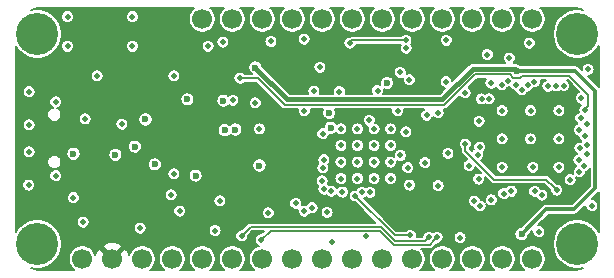
<source format=gbr>
G04 #@! TF.GenerationSoftware,KiCad,Pcbnew,(5.1.2)-1*
G04 #@! TF.CreationDate,2019-07-17T10:35:42+10:00*
G04 #@! TF.ProjectId,iCE40-fpga,69434534-302d-4667-9067-612e6b696361,rev?*
G04 #@! TF.SameCoordinates,Original*
G04 #@! TF.FileFunction,Copper,L3,Inr*
G04 #@! TF.FilePolarity,Positive*
%FSLAX46Y46*%
G04 Gerber Fmt 4.6, Leading zero omitted, Abs format (unit mm)*
G04 Created by KiCad (PCBNEW (5.1.2)-1) date 2019-07-17 10:35:42*
%MOMM*%
%LPD*%
G04 APERTURE LIST*
%ADD10C,0.500000*%
%ADD11C,1.700000*%
%ADD12C,3.556000*%
%ADD13C,0.600000*%
%ADD14C,0.400000*%
%ADD15C,0.300000*%
%ADD16C,0.150000*%
%ADD17C,0.200000*%
G04 APERTURE END LIST*
D10*
X70400000Y-36250000D03*
X72600000Y-36250000D03*
X67800000Y-31450000D03*
X70200000Y-33850000D03*
X67800000Y-33850000D03*
X72600000Y-31450000D03*
X67800000Y-36250000D03*
X70200000Y-31450000D03*
X72600000Y-33850000D03*
D11*
X34780000Y-44015001D03*
X37320000Y-44015001D03*
X39860000Y-44015001D03*
X42400000Y-44015001D03*
X44940000Y-44015001D03*
X47480000Y-44015001D03*
X50020000Y-44015001D03*
X52560000Y-44015001D03*
X55100000Y-44015001D03*
X57640000Y-44015001D03*
X60180000Y-44015001D03*
X62720000Y-44015001D03*
X65260000Y-44015001D03*
X67800000Y-44015001D03*
X32240000Y-44015001D03*
X70340000Y-44015001D03*
X42400000Y-23695001D03*
X44940000Y-23695001D03*
X47480000Y-23695001D03*
X50020000Y-23695001D03*
X52560000Y-23695001D03*
X55100000Y-23695001D03*
X57640000Y-23695001D03*
X60180000Y-23695001D03*
X62720000Y-23695001D03*
X65260000Y-23695001D03*
X67800000Y-23695001D03*
X70340000Y-23695001D03*
D12*
X28430000Y-24965001D03*
X74150000Y-24965001D03*
X28430000Y-42745001D03*
X74150000Y-42745001D03*
D10*
X58350000Y-37200000D03*
X56950000Y-37200000D03*
X55550000Y-37200000D03*
X54150000Y-37200000D03*
X58350000Y-35800000D03*
X56950000Y-35800000D03*
X55550000Y-35800000D03*
X54150000Y-35800000D03*
X58350000Y-34400000D03*
X56950000Y-34400000D03*
X55550000Y-34400000D03*
X54150000Y-34400000D03*
X58350000Y-33000000D03*
X56950000Y-33000000D03*
X55550000Y-33000000D03*
X54150000Y-33000000D03*
D13*
X36700000Y-34500000D03*
X50375000Y-29125000D03*
X55850000Y-28400000D03*
X46450000Y-40074990D03*
X44099998Y-36100000D03*
X43575736Y-39925728D03*
X63980630Y-31034596D03*
D10*
X59525895Y-29830530D03*
X62425021Y-37102068D03*
X59301946Y-41280808D03*
D13*
X72450000Y-27418396D03*
D10*
X29802519Y-27708305D03*
D13*
X63300000Y-42100000D03*
X68950000Y-24949956D03*
X73745509Y-38706056D03*
D10*
X54184485Y-25666596D03*
D13*
X44200000Y-30600000D03*
X35050000Y-35200000D03*
X46900000Y-27800000D03*
X69437746Y-41909958D03*
X69049996Y-28100000D03*
X53150000Y-31650000D03*
X53300000Y-32900000D03*
D10*
X32500000Y-32150000D03*
X31500000Y-38824980D03*
X55358147Y-38678318D03*
X43500000Y-41600000D03*
X60021767Y-42006467D03*
X69963062Y-29303891D03*
X40000000Y-36800000D03*
X45000000Y-30575000D03*
X39775000Y-38575000D03*
X55925734Y-38361520D03*
X59650000Y-33250000D03*
X59189123Y-35239111D03*
X43900000Y-39100000D03*
X69450010Y-29703007D03*
X51050000Y-39950000D03*
X74384037Y-34625010D03*
X53360122Y-42588356D03*
X74974979Y-35158470D03*
X64250000Y-42200000D03*
X74293418Y-35615698D03*
X51850000Y-29800000D03*
X54015373Y-29834627D03*
X59170251Y-28205620D03*
X53329903Y-38274979D03*
X64655963Y-29928664D03*
X57250000Y-29750000D03*
X54280012Y-38350022D03*
X59639521Y-25509248D03*
X65858783Y-32349978D03*
X54899946Y-25734604D03*
X52971075Y-40067111D03*
X65900471Y-34542682D03*
X51706783Y-39664984D03*
X66051650Y-30445117D03*
X56549998Y-32275010D03*
X64674990Y-34285883D03*
X72409936Y-38189519D03*
X63050000Y-29000000D03*
X63075000Y-25500000D03*
X30000000Y-30700000D03*
X27750000Y-29850000D03*
X27750000Y-32650000D03*
X27750000Y-34950000D03*
X27700000Y-37750000D03*
X30000000Y-36950000D03*
X47250000Y-33000000D03*
D13*
X47250000Y-36100000D03*
D10*
X52612528Y-36299990D03*
X52562528Y-37400010D03*
X52700000Y-35599994D03*
D13*
X38400000Y-36000000D03*
D10*
X37150000Y-41400000D03*
D13*
X31500000Y-35100000D03*
X37600000Y-32200012D03*
D10*
X48000000Y-40100000D03*
D13*
X41850000Y-36949980D03*
D10*
X40500000Y-39950000D03*
D13*
X41150000Y-30500000D03*
X44300000Y-33100000D03*
X45200000Y-33050000D03*
D10*
X51025000Y-25400000D03*
X52362524Y-27779741D03*
X62375000Y-31625000D03*
X75080214Y-27959153D03*
X52704173Y-38098977D03*
X56599727Y-38374913D03*
X36500000Y-23500000D03*
X36500000Y-26000000D03*
X31000000Y-23500000D03*
X31000000Y-26000000D03*
X33500000Y-28500000D03*
X40000000Y-28500000D03*
X52600000Y-33400000D03*
X61400000Y-31844496D03*
X59934249Y-28834906D03*
X32312500Y-40887500D03*
X63198848Y-35075010D03*
X59950000Y-37749923D03*
X62375021Y-37800291D03*
X56300000Y-42100000D03*
X50320287Y-39307946D03*
X44150000Y-25650000D03*
X58949410Y-31480552D03*
X51046016Y-31475010D03*
X46900000Y-30800000D03*
X48224977Y-25594033D03*
X70096716Y-25727113D03*
X68400000Y-27000000D03*
X65000000Y-36100000D03*
X66886077Y-39004197D03*
X75400000Y-39500006D03*
X70900018Y-41700000D03*
D13*
X58052412Y-29099953D03*
D10*
X35600000Y-32600000D03*
X74800000Y-31399982D03*
X42900000Y-26000000D03*
X45593406Y-28693406D03*
X61260348Y-35852825D03*
X65711846Y-35164723D03*
X59800000Y-36275000D03*
X65800000Y-37250000D03*
X68584987Y-38276574D03*
X67928604Y-38467442D03*
X65939487Y-39524891D03*
X65439844Y-39109127D03*
X70550010Y-38291623D03*
X73559720Y-37297565D03*
X71150000Y-38599968D03*
X74334585Y-36620035D03*
X74500000Y-30400000D03*
X72999990Y-29338776D03*
X72333643Y-29359020D03*
X71668470Y-29389858D03*
X70534491Y-28994079D03*
X68940160Y-29239501D03*
X68290121Y-28907345D03*
X67757533Y-29279990D03*
X66850000Y-29124979D03*
X74343941Y-33092426D03*
X74800000Y-33600000D03*
X74725867Y-36100984D03*
X62300000Y-42174990D03*
X47400000Y-42400000D03*
X61602628Y-42174990D03*
X45750000Y-42050000D03*
X59671331Y-26158481D03*
X66549994Y-26700000D03*
X74974979Y-34350000D03*
X74450000Y-32100000D03*
X75000000Y-32600000D03*
X66701653Y-30448406D03*
D14*
X68849996Y-27900000D02*
X69049996Y-28100000D01*
X65314117Y-27900000D02*
X68849996Y-27900000D01*
X62714117Y-30500000D02*
X65314117Y-27900000D01*
X46900000Y-27800000D02*
X49600000Y-30500000D01*
X49600000Y-30500000D02*
X62714117Y-30500000D01*
D15*
X69081590Y-28068406D02*
X69049996Y-28100000D01*
X71547704Y-39800000D02*
X73900000Y-39800000D01*
X69437746Y-41909958D02*
X71547704Y-39800000D01*
X73900000Y-39800000D02*
X75700001Y-37999999D01*
X75700001Y-37999999D02*
X75700001Y-29800001D01*
X75700001Y-29800001D02*
X73968406Y-28068406D01*
X73968406Y-28068406D02*
X69081590Y-28068406D01*
D16*
X55358147Y-38678318D02*
X58686296Y-42006467D01*
X59668214Y-42006467D02*
X60021767Y-42006467D01*
X58686296Y-42006467D02*
X59668214Y-42006467D01*
X59639521Y-25509248D02*
X55125302Y-25509248D01*
X55125302Y-25509248D02*
X54899946Y-25734604D01*
D17*
X67140002Y-37300000D02*
X71520417Y-37300000D01*
X72159937Y-37939520D02*
X72409936Y-38189519D01*
X71520417Y-37300000D02*
X72159937Y-37939520D01*
X64674990Y-34285883D02*
X64674990Y-34834988D01*
X64674990Y-34834988D02*
X67140002Y-37300000D01*
D16*
X62910872Y-30975011D02*
X49375011Y-30975011D01*
X65510872Y-28375011D02*
X62910872Y-30975011D01*
X68429553Y-28375011D02*
X65510872Y-28375011D01*
X68729543Y-28675001D02*
X68429553Y-28375011D01*
X45600000Y-28700000D02*
X45593406Y-28693406D01*
X75100000Y-31099982D02*
X75100000Y-30100000D01*
X74800000Y-31399982D02*
X75100000Y-31099982D01*
X47100000Y-28700000D02*
X45600000Y-28700000D01*
X75100000Y-30100000D02*
X73500000Y-28500000D01*
X49375011Y-30975011D02*
X47100000Y-28700000D01*
X73500000Y-28500000D02*
X69501002Y-28500000D01*
X69501002Y-28500000D02*
X69326001Y-28675001D01*
X69326001Y-28675001D02*
X68729543Y-28675001D01*
X58631283Y-42800011D02*
X61674979Y-42800011D01*
X61674979Y-42800011D02*
X62050001Y-42424989D01*
X57431284Y-41600011D02*
X58631283Y-42800011D01*
X48199989Y-41600011D02*
X57431284Y-41600011D01*
X47400000Y-42400000D02*
X48199989Y-41600011D01*
X62050001Y-42424989D02*
X62300000Y-42174990D01*
X45999999Y-41800001D02*
X45750000Y-42050000D01*
X46500000Y-41300000D02*
X45999999Y-41800001D01*
X57555551Y-41300000D02*
X46500000Y-41300000D01*
X61277618Y-42500000D02*
X58755551Y-42500000D01*
X58755551Y-42500000D02*
X57555551Y-41300000D01*
X61602628Y-42174990D02*
X61277618Y-42500000D01*
D17*
G36*
X41666918Y-22801738D02*
G01*
X41506737Y-22961919D01*
X41380884Y-23150272D01*
X41294194Y-23359558D01*
X41250000Y-23581736D01*
X41250000Y-23808266D01*
X41294194Y-24030444D01*
X41380884Y-24239730D01*
X41506737Y-24428083D01*
X41666918Y-24588264D01*
X41855271Y-24714117D01*
X42064557Y-24800807D01*
X42286735Y-24845001D01*
X42513265Y-24845001D01*
X42735443Y-24800807D01*
X42944729Y-24714117D01*
X43133082Y-24588264D01*
X43293263Y-24428083D01*
X43419116Y-24239730D01*
X43505806Y-24030444D01*
X43550000Y-23808266D01*
X43550000Y-23581736D01*
X43505806Y-23359558D01*
X43419116Y-23150272D01*
X43293263Y-22961919D01*
X43133082Y-22801738D01*
X43055652Y-22750001D01*
X44284348Y-22750001D01*
X44206918Y-22801738D01*
X44046737Y-22961919D01*
X43920884Y-23150272D01*
X43834194Y-23359558D01*
X43790000Y-23581736D01*
X43790000Y-23808266D01*
X43834194Y-24030444D01*
X43920884Y-24239730D01*
X44046737Y-24428083D01*
X44206918Y-24588264D01*
X44395271Y-24714117D01*
X44604557Y-24800807D01*
X44826735Y-24845001D01*
X45053265Y-24845001D01*
X45275443Y-24800807D01*
X45484729Y-24714117D01*
X45673082Y-24588264D01*
X45833263Y-24428083D01*
X45959116Y-24239730D01*
X46045806Y-24030444D01*
X46090000Y-23808266D01*
X46090000Y-23581736D01*
X46045806Y-23359558D01*
X45959116Y-23150272D01*
X45833263Y-22961919D01*
X45673082Y-22801738D01*
X45595652Y-22750001D01*
X46824348Y-22750001D01*
X46746918Y-22801738D01*
X46586737Y-22961919D01*
X46460884Y-23150272D01*
X46374194Y-23359558D01*
X46330000Y-23581736D01*
X46330000Y-23808266D01*
X46374194Y-24030444D01*
X46460884Y-24239730D01*
X46586737Y-24428083D01*
X46746918Y-24588264D01*
X46935271Y-24714117D01*
X47144557Y-24800807D01*
X47366735Y-24845001D01*
X47593265Y-24845001D01*
X47815443Y-24800807D01*
X48024729Y-24714117D01*
X48213082Y-24588264D01*
X48373263Y-24428083D01*
X48499116Y-24239730D01*
X48585806Y-24030444D01*
X48630000Y-23808266D01*
X48630000Y-23581736D01*
X48585806Y-23359558D01*
X48499116Y-23150272D01*
X48373263Y-22961919D01*
X48213082Y-22801738D01*
X48135652Y-22750001D01*
X49364348Y-22750001D01*
X49286918Y-22801738D01*
X49126737Y-22961919D01*
X49000884Y-23150272D01*
X48914194Y-23359558D01*
X48870000Y-23581736D01*
X48870000Y-23808266D01*
X48914194Y-24030444D01*
X49000884Y-24239730D01*
X49126737Y-24428083D01*
X49286918Y-24588264D01*
X49475271Y-24714117D01*
X49684557Y-24800807D01*
X49906735Y-24845001D01*
X50133265Y-24845001D01*
X50355443Y-24800807D01*
X50564729Y-24714117D01*
X50753082Y-24588264D01*
X50913263Y-24428083D01*
X51039116Y-24239730D01*
X51125806Y-24030444D01*
X51170000Y-23808266D01*
X51170000Y-23581736D01*
X51125806Y-23359558D01*
X51039116Y-23150272D01*
X50913263Y-22961919D01*
X50753082Y-22801738D01*
X50675652Y-22750001D01*
X51904348Y-22750001D01*
X51826918Y-22801738D01*
X51666737Y-22961919D01*
X51540884Y-23150272D01*
X51454194Y-23359558D01*
X51410000Y-23581736D01*
X51410000Y-23808266D01*
X51454194Y-24030444D01*
X51540884Y-24239730D01*
X51666737Y-24428083D01*
X51826918Y-24588264D01*
X52015271Y-24714117D01*
X52224557Y-24800807D01*
X52446735Y-24845001D01*
X52673265Y-24845001D01*
X52895443Y-24800807D01*
X53104729Y-24714117D01*
X53293082Y-24588264D01*
X53453263Y-24428083D01*
X53579116Y-24239730D01*
X53665806Y-24030444D01*
X53710000Y-23808266D01*
X53710000Y-23581736D01*
X53665806Y-23359558D01*
X53579116Y-23150272D01*
X53453263Y-22961919D01*
X53293082Y-22801738D01*
X53215652Y-22750001D01*
X54444348Y-22750001D01*
X54366918Y-22801738D01*
X54206737Y-22961919D01*
X54080884Y-23150272D01*
X53994194Y-23359558D01*
X53950000Y-23581736D01*
X53950000Y-23808266D01*
X53994194Y-24030444D01*
X54080884Y-24239730D01*
X54206737Y-24428083D01*
X54366918Y-24588264D01*
X54555271Y-24714117D01*
X54764557Y-24800807D01*
X54986735Y-24845001D01*
X55213265Y-24845001D01*
X55435443Y-24800807D01*
X55644729Y-24714117D01*
X55833082Y-24588264D01*
X55993263Y-24428083D01*
X56119116Y-24239730D01*
X56205806Y-24030444D01*
X56250000Y-23808266D01*
X56250000Y-23581736D01*
X56205806Y-23359558D01*
X56119116Y-23150272D01*
X55993263Y-22961919D01*
X55833082Y-22801738D01*
X55755652Y-22750001D01*
X56984348Y-22750001D01*
X56906918Y-22801738D01*
X56746737Y-22961919D01*
X56620884Y-23150272D01*
X56534194Y-23359558D01*
X56490000Y-23581736D01*
X56490000Y-23808266D01*
X56534194Y-24030444D01*
X56620884Y-24239730D01*
X56746737Y-24428083D01*
X56906918Y-24588264D01*
X57095271Y-24714117D01*
X57304557Y-24800807D01*
X57526735Y-24845001D01*
X57753265Y-24845001D01*
X57975443Y-24800807D01*
X58184729Y-24714117D01*
X58373082Y-24588264D01*
X58533263Y-24428083D01*
X58659116Y-24239730D01*
X58745806Y-24030444D01*
X58790000Y-23808266D01*
X58790000Y-23581736D01*
X58745806Y-23359558D01*
X58659116Y-23150272D01*
X58533263Y-22961919D01*
X58373082Y-22801738D01*
X58295652Y-22750001D01*
X59524348Y-22750001D01*
X59446918Y-22801738D01*
X59286737Y-22961919D01*
X59160884Y-23150272D01*
X59074194Y-23359558D01*
X59030000Y-23581736D01*
X59030000Y-23808266D01*
X59074194Y-24030444D01*
X59160884Y-24239730D01*
X59286737Y-24428083D01*
X59446918Y-24588264D01*
X59635271Y-24714117D01*
X59844557Y-24800807D01*
X60066735Y-24845001D01*
X60293265Y-24845001D01*
X60515443Y-24800807D01*
X60724729Y-24714117D01*
X60913082Y-24588264D01*
X61073263Y-24428083D01*
X61199116Y-24239730D01*
X61285806Y-24030444D01*
X61330000Y-23808266D01*
X61330000Y-23581736D01*
X61285806Y-23359558D01*
X61199116Y-23150272D01*
X61073263Y-22961919D01*
X60913082Y-22801738D01*
X60835652Y-22750001D01*
X62064348Y-22750001D01*
X61986918Y-22801738D01*
X61826737Y-22961919D01*
X61700884Y-23150272D01*
X61614194Y-23359558D01*
X61570000Y-23581736D01*
X61570000Y-23808266D01*
X61614194Y-24030444D01*
X61700884Y-24239730D01*
X61826737Y-24428083D01*
X61986918Y-24588264D01*
X62175271Y-24714117D01*
X62384557Y-24800807D01*
X62606735Y-24845001D01*
X62833265Y-24845001D01*
X63055443Y-24800807D01*
X63264729Y-24714117D01*
X63453082Y-24588264D01*
X63613263Y-24428083D01*
X63739116Y-24239730D01*
X63825806Y-24030444D01*
X63870000Y-23808266D01*
X63870000Y-23581736D01*
X63825806Y-23359558D01*
X63739116Y-23150272D01*
X63613263Y-22961919D01*
X63453082Y-22801738D01*
X63375652Y-22750001D01*
X64604348Y-22750001D01*
X64526918Y-22801738D01*
X64366737Y-22961919D01*
X64240884Y-23150272D01*
X64154194Y-23359558D01*
X64110000Y-23581736D01*
X64110000Y-23808266D01*
X64154194Y-24030444D01*
X64240884Y-24239730D01*
X64366737Y-24428083D01*
X64526918Y-24588264D01*
X64715271Y-24714117D01*
X64924557Y-24800807D01*
X65146735Y-24845001D01*
X65373265Y-24845001D01*
X65595443Y-24800807D01*
X65804729Y-24714117D01*
X65993082Y-24588264D01*
X66153263Y-24428083D01*
X66279116Y-24239730D01*
X66365806Y-24030444D01*
X66410000Y-23808266D01*
X66410000Y-23581736D01*
X66365806Y-23359558D01*
X66279116Y-23150272D01*
X66153263Y-22961919D01*
X65993082Y-22801738D01*
X65915652Y-22750001D01*
X67144348Y-22750001D01*
X67066918Y-22801738D01*
X66906737Y-22961919D01*
X66780884Y-23150272D01*
X66694194Y-23359558D01*
X66650000Y-23581736D01*
X66650000Y-23808266D01*
X66694194Y-24030444D01*
X66780884Y-24239730D01*
X66906737Y-24428083D01*
X67066918Y-24588264D01*
X67255271Y-24714117D01*
X67464557Y-24800807D01*
X67686735Y-24845001D01*
X67913265Y-24845001D01*
X68135443Y-24800807D01*
X68344729Y-24714117D01*
X68533082Y-24588264D01*
X68693263Y-24428083D01*
X68819116Y-24239730D01*
X68905806Y-24030444D01*
X68950000Y-23808266D01*
X68950000Y-23581736D01*
X68905806Y-23359558D01*
X68819116Y-23150272D01*
X68693263Y-22961919D01*
X68533082Y-22801738D01*
X68455652Y-22750001D01*
X69684348Y-22750001D01*
X69606918Y-22801738D01*
X69446737Y-22961919D01*
X69320884Y-23150272D01*
X69234194Y-23359558D01*
X69190000Y-23581736D01*
X69190000Y-23808266D01*
X69234194Y-24030444D01*
X69320884Y-24239730D01*
X69446737Y-24428083D01*
X69606918Y-24588264D01*
X69795271Y-24714117D01*
X70004557Y-24800807D01*
X70226735Y-24845001D01*
X70453265Y-24845001D01*
X70675443Y-24800807D01*
X70884729Y-24714117D01*
X71073082Y-24588264D01*
X71233263Y-24428083D01*
X71359116Y-24239730D01*
X71445806Y-24030444D01*
X71490000Y-23808266D01*
X71490000Y-23581736D01*
X71445806Y-23359558D01*
X71359116Y-23150272D01*
X71233263Y-22961919D01*
X71073082Y-22801738D01*
X70995652Y-22750001D01*
X73727703Y-22750001D01*
X74173526Y-22793714D01*
X74587078Y-22918573D01*
X74631122Y-22941992D01*
X74354665Y-22887001D01*
X73945335Y-22887001D01*
X73543870Y-22966857D01*
X73165698Y-23123501D01*
X72825352Y-23350913D01*
X72535912Y-23640353D01*
X72308500Y-23980699D01*
X72151856Y-24358871D01*
X72072000Y-24760336D01*
X72072000Y-25169666D01*
X72151856Y-25571131D01*
X72308500Y-25949303D01*
X72535912Y-26289649D01*
X72825352Y-26579089D01*
X73165698Y-26806501D01*
X73543870Y-26963145D01*
X73945335Y-27043001D01*
X74354665Y-27043001D01*
X74756130Y-26963145D01*
X75134302Y-26806501D01*
X75474648Y-26579089D01*
X75764088Y-26289649D01*
X75958573Y-25998581D01*
X75958484Y-29422088D01*
X75045548Y-28509153D01*
X75134384Y-28509153D01*
X75240643Y-28488017D01*
X75340737Y-28446556D01*
X75430818Y-28386366D01*
X75507427Y-28309757D01*
X75567617Y-28219676D01*
X75609078Y-28119582D01*
X75630214Y-28013323D01*
X75630214Y-27904983D01*
X75609078Y-27798724D01*
X75567617Y-27698630D01*
X75507427Y-27608549D01*
X75430818Y-27531940D01*
X75340737Y-27471750D01*
X75240643Y-27430289D01*
X75134384Y-27409153D01*
X75026044Y-27409153D01*
X74919785Y-27430289D01*
X74819691Y-27471750D01*
X74729610Y-27531940D01*
X74653001Y-27608549D01*
X74592811Y-27698630D01*
X74551350Y-27798724D01*
X74530214Y-27904983D01*
X74530214Y-27993819D01*
X74302235Y-27765840D01*
X74288143Y-27748669D01*
X74219622Y-27692435D01*
X74141447Y-27650649D01*
X74056621Y-27624917D01*
X73990511Y-27618406D01*
X73990500Y-27618406D01*
X73968406Y-27616230D01*
X73946312Y-27618406D01*
X69409211Y-27618406D01*
X69334203Y-27568287D01*
X69225010Y-27523058D01*
X69164076Y-27510937D01*
X69129125Y-27482254D01*
X69042263Y-27435825D01*
X68948013Y-27407235D01*
X68874556Y-27400000D01*
X68849996Y-27397581D01*
X68825436Y-27400000D01*
X68777817Y-27400000D01*
X68827213Y-27350604D01*
X68887403Y-27260523D01*
X68928864Y-27160429D01*
X68950000Y-27054170D01*
X68950000Y-26945830D01*
X68928864Y-26839571D01*
X68887403Y-26739477D01*
X68827213Y-26649396D01*
X68750604Y-26572787D01*
X68660523Y-26512597D01*
X68560429Y-26471136D01*
X68454170Y-26450000D01*
X68345830Y-26450000D01*
X68239571Y-26471136D01*
X68139477Y-26512597D01*
X68049396Y-26572787D01*
X67972787Y-26649396D01*
X67912597Y-26739477D01*
X67871136Y-26839571D01*
X67850000Y-26945830D01*
X67850000Y-27054170D01*
X67871136Y-27160429D01*
X67912597Y-27260523D01*
X67972787Y-27350604D01*
X68022183Y-27400000D01*
X65338666Y-27400000D01*
X65314116Y-27397582D01*
X65289566Y-27400000D01*
X65289557Y-27400000D01*
X65216100Y-27407235D01*
X65121850Y-27435825D01*
X65034988Y-27482254D01*
X64958853Y-27544736D01*
X64943197Y-27563813D01*
X63593560Y-28913451D01*
X63578864Y-28839571D01*
X63537403Y-28739477D01*
X63477213Y-28649396D01*
X63400604Y-28572787D01*
X63310523Y-28512597D01*
X63210429Y-28471136D01*
X63104170Y-28450000D01*
X62995830Y-28450000D01*
X62889571Y-28471136D01*
X62789477Y-28512597D01*
X62699396Y-28572787D01*
X62622787Y-28649396D01*
X62562597Y-28739477D01*
X62521136Y-28839571D01*
X62500000Y-28945830D01*
X62500000Y-29054170D01*
X62521136Y-29160429D01*
X62562597Y-29260523D01*
X62622787Y-29350604D01*
X62699396Y-29427213D01*
X62789477Y-29487403D01*
X62889571Y-29528864D01*
X62963452Y-29543560D01*
X62507012Y-30000000D01*
X57741762Y-30000000D01*
X57778864Y-29910429D01*
X57800000Y-29804170D01*
X57800000Y-29695830D01*
X57788946Y-29640257D01*
X57877398Y-29676895D01*
X57993317Y-29699953D01*
X58111507Y-29699953D01*
X58227426Y-29676895D01*
X58336619Y-29631666D01*
X58434890Y-29566003D01*
X58518462Y-29482431D01*
X58584125Y-29384160D01*
X58629354Y-29274967D01*
X58652412Y-29159048D01*
X58652412Y-29040858D01*
X58629354Y-28924939D01*
X58584125Y-28815746D01*
X58518462Y-28717475D01*
X58434890Y-28633903D01*
X58336619Y-28568240D01*
X58227426Y-28523011D01*
X58111507Y-28499953D01*
X57993317Y-28499953D01*
X57877398Y-28523011D01*
X57768205Y-28568240D01*
X57669934Y-28633903D01*
X57586362Y-28717475D01*
X57520699Y-28815746D01*
X57475470Y-28924939D01*
X57452412Y-29040858D01*
X57452412Y-29159048D01*
X57469641Y-29245663D01*
X57410429Y-29221136D01*
X57304170Y-29200000D01*
X57195830Y-29200000D01*
X57089571Y-29221136D01*
X56989477Y-29262597D01*
X56899396Y-29322787D01*
X56822787Y-29399396D01*
X56762597Y-29489477D01*
X56721136Y-29589571D01*
X56700000Y-29695830D01*
X56700000Y-29804170D01*
X56721136Y-29910429D01*
X56758238Y-30000000D01*
X54542189Y-30000000D01*
X54544237Y-29995056D01*
X54565373Y-29888797D01*
X54565373Y-29780457D01*
X54544237Y-29674198D01*
X54502776Y-29574104D01*
X54442586Y-29484023D01*
X54365977Y-29407414D01*
X54275896Y-29347224D01*
X54175802Y-29305763D01*
X54069543Y-29284627D01*
X53961203Y-29284627D01*
X53854944Y-29305763D01*
X53754850Y-29347224D01*
X53664769Y-29407414D01*
X53588160Y-29484023D01*
X53527970Y-29574104D01*
X53486509Y-29674198D01*
X53465373Y-29780457D01*
X53465373Y-29888797D01*
X53486509Y-29995056D01*
X53488557Y-30000000D01*
X52362473Y-30000000D01*
X52378864Y-29960429D01*
X52400000Y-29854170D01*
X52400000Y-29745830D01*
X52378864Y-29639571D01*
X52337403Y-29539477D01*
X52277213Y-29449396D01*
X52200604Y-29372787D01*
X52110523Y-29312597D01*
X52010429Y-29271136D01*
X51904170Y-29250000D01*
X51795830Y-29250000D01*
X51689571Y-29271136D01*
X51589477Y-29312597D01*
X51499396Y-29372787D01*
X51422787Y-29449396D01*
X51362597Y-29539477D01*
X51321136Y-29639571D01*
X51300000Y-29745830D01*
X51300000Y-29854170D01*
X51321136Y-29960429D01*
X51337527Y-30000000D01*
X49807107Y-30000000D01*
X47532677Y-27725571D01*
X51812524Y-27725571D01*
X51812524Y-27833911D01*
X51833660Y-27940170D01*
X51875121Y-28040264D01*
X51935311Y-28130345D01*
X52011920Y-28206954D01*
X52102001Y-28267144D01*
X52202095Y-28308605D01*
X52308354Y-28329741D01*
X52416694Y-28329741D01*
X52522953Y-28308605D01*
X52623047Y-28267144D01*
X52713128Y-28206954D01*
X52768632Y-28151450D01*
X58620251Y-28151450D01*
X58620251Y-28259790D01*
X58641387Y-28366049D01*
X58682848Y-28466143D01*
X58743038Y-28556224D01*
X58819647Y-28632833D01*
X58909728Y-28693023D01*
X59009822Y-28734484D01*
X59116081Y-28755620D01*
X59224421Y-28755620D01*
X59330680Y-28734484D01*
X59399085Y-28706149D01*
X59384249Y-28780736D01*
X59384249Y-28889076D01*
X59405385Y-28995335D01*
X59446846Y-29095429D01*
X59507036Y-29185510D01*
X59583645Y-29262119D01*
X59673726Y-29322309D01*
X59773820Y-29363770D01*
X59880079Y-29384906D01*
X59988419Y-29384906D01*
X60094678Y-29363770D01*
X60194772Y-29322309D01*
X60284853Y-29262119D01*
X60361462Y-29185510D01*
X60421652Y-29095429D01*
X60463113Y-28995335D01*
X60484249Y-28889076D01*
X60484249Y-28780736D01*
X60463113Y-28674477D01*
X60421652Y-28574383D01*
X60361462Y-28484302D01*
X60284853Y-28407693D01*
X60194772Y-28347503D01*
X60094678Y-28306042D01*
X59988419Y-28284906D01*
X59880079Y-28284906D01*
X59773820Y-28306042D01*
X59705415Y-28334377D01*
X59720251Y-28259790D01*
X59720251Y-28151450D01*
X59699115Y-28045191D01*
X59657654Y-27945097D01*
X59597464Y-27855016D01*
X59520855Y-27778407D01*
X59430774Y-27718217D01*
X59330680Y-27676756D01*
X59224421Y-27655620D01*
X59116081Y-27655620D01*
X59009822Y-27676756D01*
X58909728Y-27718217D01*
X58819647Y-27778407D01*
X58743038Y-27855016D01*
X58682848Y-27945097D01*
X58641387Y-28045191D01*
X58620251Y-28151450D01*
X52768632Y-28151450D01*
X52789737Y-28130345D01*
X52849927Y-28040264D01*
X52891388Y-27940170D01*
X52912524Y-27833911D01*
X52912524Y-27725571D01*
X52891388Y-27619312D01*
X52849927Y-27519218D01*
X52789737Y-27429137D01*
X52713128Y-27352528D01*
X52623047Y-27292338D01*
X52522953Y-27250877D01*
X52416694Y-27229741D01*
X52308354Y-27229741D01*
X52202095Y-27250877D01*
X52102001Y-27292338D01*
X52011920Y-27352528D01*
X51935311Y-27429137D01*
X51875121Y-27519218D01*
X51833660Y-27619312D01*
X51812524Y-27725571D01*
X47532677Y-27725571D01*
X47488079Y-27680974D01*
X47476942Y-27624986D01*
X47431713Y-27515793D01*
X47366050Y-27417522D01*
X47282478Y-27333950D01*
X47184207Y-27268287D01*
X47075014Y-27223058D01*
X46959095Y-27200000D01*
X46840905Y-27200000D01*
X46724986Y-27223058D01*
X46615793Y-27268287D01*
X46517522Y-27333950D01*
X46433950Y-27417522D01*
X46368287Y-27515793D01*
X46323058Y-27624986D01*
X46300000Y-27740905D01*
X46300000Y-27859095D01*
X46323058Y-27975014D01*
X46368287Y-28084207D01*
X46433950Y-28182478D01*
X46517522Y-28266050D01*
X46605746Y-28325000D01*
X46002817Y-28325000D01*
X45944010Y-28266193D01*
X45853929Y-28206003D01*
X45753835Y-28164542D01*
X45647576Y-28143406D01*
X45539236Y-28143406D01*
X45432977Y-28164542D01*
X45332883Y-28206003D01*
X45242802Y-28266193D01*
X45166193Y-28342802D01*
X45106003Y-28432883D01*
X45064542Y-28532977D01*
X45043406Y-28639236D01*
X45043406Y-28747576D01*
X45064542Y-28853835D01*
X45106003Y-28953929D01*
X45166193Y-29044010D01*
X45242802Y-29120619D01*
X45332883Y-29180809D01*
X45432977Y-29222270D01*
X45539236Y-29243406D01*
X45647576Y-29243406D01*
X45753835Y-29222270D01*
X45853929Y-29180809D01*
X45944010Y-29120619D01*
X45989629Y-29075000D01*
X46944671Y-29075000D01*
X49096820Y-31227150D01*
X49108563Y-31241459D01*
X49122870Y-31253200D01*
X49165663Y-31288320D01*
X49216761Y-31315632D01*
X49230811Y-31323142D01*
X49301498Y-31344585D01*
X49356592Y-31350011D01*
X49356594Y-31350011D01*
X49375010Y-31351825D01*
X49393426Y-31350011D01*
X50510105Y-31350011D01*
X50496016Y-31420840D01*
X50496016Y-31529180D01*
X50517152Y-31635439D01*
X50558613Y-31735533D01*
X50618803Y-31825614D01*
X50695412Y-31902223D01*
X50785493Y-31962413D01*
X50885587Y-32003874D01*
X50991846Y-32025010D01*
X51100186Y-32025010D01*
X51206445Y-32003874D01*
X51306539Y-31962413D01*
X51396620Y-31902223D01*
X51473229Y-31825614D01*
X51533419Y-31735533D01*
X51574880Y-31635439D01*
X51596016Y-31529180D01*
X51596016Y-31420840D01*
X51581927Y-31350011D01*
X52628832Y-31350011D01*
X52618287Y-31365793D01*
X52573058Y-31474986D01*
X52550000Y-31590905D01*
X52550000Y-31709095D01*
X52573058Y-31825014D01*
X52618287Y-31934207D01*
X52683950Y-32032478D01*
X52767522Y-32116050D01*
X52865793Y-32181713D01*
X52974986Y-32226942D01*
X53090905Y-32250000D01*
X53209095Y-32250000D01*
X53325014Y-32226942D01*
X53339745Y-32220840D01*
X55999998Y-32220840D01*
X55999998Y-32329180D01*
X56021134Y-32435439D01*
X56062595Y-32535533D01*
X56122785Y-32625614D01*
X56199394Y-32702223D01*
X56289475Y-32762413D01*
X56389569Y-32803874D01*
X56432394Y-32812392D01*
X56421136Y-32839571D01*
X56400000Y-32945830D01*
X56400000Y-33054170D01*
X56421136Y-33160429D01*
X56462597Y-33260523D01*
X56522787Y-33350604D01*
X56599396Y-33427213D01*
X56689477Y-33487403D01*
X56789571Y-33528864D01*
X56895830Y-33550000D01*
X57004170Y-33550000D01*
X57110429Y-33528864D01*
X57210523Y-33487403D01*
X57300604Y-33427213D01*
X57377213Y-33350604D01*
X57437403Y-33260523D01*
X57478864Y-33160429D01*
X57500000Y-33054170D01*
X57500000Y-32945830D01*
X57800000Y-32945830D01*
X57800000Y-33054170D01*
X57821136Y-33160429D01*
X57862597Y-33260523D01*
X57922787Y-33350604D01*
X57999396Y-33427213D01*
X58089477Y-33487403D01*
X58189571Y-33528864D01*
X58295830Y-33550000D01*
X58404170Y-33550000D01*
X58510429Y-33528864D01*
X58610523Y-33487403D01*
X58700604Y-33427213D01*
X58777213Y-33350604D01*
X58837403Y-33260523D01*
X58864200Y-33195830D01*
X59100000Y-33195830D01*
X59100000Y-33304170D01*
X59121136Y-33410429D01*
X59162597Y-33510523D01*
X59222787Y-33600604D01*
X59299396Y-33677213D01*
X59389477Y-33737403D01*
X59489571Y-33778864D01*
X59595830Y-33800000D01*
X59704170Y-33800000D01*
X59810429Y-33778864D01*
X59910523Y-33737403D01*
X60000604Y-33677213D01*
X60077213Y-33600604D01*
X60137403Y-33510523D01*
X60178864Y-33410429D01*
X60200000Y-33304170D01*
X60200000Y-33195830D01*
X60178864Y-33089571D01*
X60137403Y-32989477D01*
X60077213Y-32899396D01*
X60000604Y-32822787D01*
X59910523Y-32762597D01*
X59810429Y-32721136D01*
X59704170Y-32700000D01*
X59595830Y-32700000D01*
X59489571Y-32721136D01*
X59389477Y-32762597D01*
X59299396Y-32822787D01*
X59222787Y-32899396D01*
X59162597Y-32989477D01*
X59121136Y-33089571D01*
X59100000Y-33195830D01*
X58864200Y-33195830D01*
X58878864Y-33160429D01*
X58900000Y-33054170D01*
X58900000Y-32945830D01*
X58878864Y-32839571D01*
X58837403Y-32739477D01*
X58777213Y-32649396D01*
X58700604Y-32572787D01*
X58610523Y-32512597D01*
X58510429Y-32471136D01*
X58404170Y-32450000D01*
X58295830Y-32450000D01*
X58189571Y-32471136D01*
X58089477Y-32512597D01*
X57999396Y-32572787D01*
X57922787Y-32649396D01*
X57862597Y-32739477D01*
X57821136Y-32839571D01*
X57800000Y-32945830D01*
X57500000Y-32945830D01*
X57478864Y-32839571D01*
X57437403Y-32739477D01*
X57377213Y-32649396D01*
X57300604Y-32572787D01*
X57210523Y-32512597D01*
X57110429Y-32471136D01*
X57067604Y-32462618D01*
X57078862Y-32435439D01*
X57099998Y-32329180D01*
X57099998Y-32220840D01*
X57078862Y-32114581D01*
X57037401Y-32014487D01*
X56977211Y-31924406D01*
X56900602Y-31847797D01*
X56810521Y-31787607D01*
X56710427Y-31746146D01*
X56604168Y-31725010D01*
X56495828Y-31725010D01*
X56389569Y-31746146D01*
X56289475Y-31787607D01*
X56199394Y-31847797D01*
X56122785Y-31924406D01*
X56062595Y-32014487D01*
X56021134Y-32114581D01*
X55999998Y-32220840D01*
X53339745Y-32220840D01*
X53434207Y-32181713D01*
X53532478Y-32116050D01*
X53616050Y-32032478D01*
X53681713Y-31934207D01*
X53726942Y-31825014D01*
X53750000Y-31709095D01*
X53750000Y-31590905D01*
X53726942Y-31474986D01*
X53681713Y-31365793D01*
X53671168Y-31350011D01*
X58414601Y-31350011D01*
X58399410Y-31426382D01*
X58399410Y-31534722D01*
X58420546Y-31640981D01*
X58462007Y-31741075D01*
X58522197Y-31831156D01*
X58598806Y-31907765D01*
X58688887Y-31967955D01*
X58788981Y-32009416D01*
X58895240Y-32030552D01*
X59003580Y-32030552D01*
X59109839Y-32009416D01*
X59209933Y-31967955D01*
X59300014Y-31907765D01*
X59376623Y-31831156D01*
X59436813Y-31741075D01*
X59478274Y-31640981D01*
X59499410Y-31534722D01*
X59499410Y-31426382D01*
X59484219Y-31350011D01*
X61156574Y-31350011D01*
X61139477Y-31357093D01*
X61049396Y-31417283D01*
X60972787Y-31493892D01*
X60912597Y-31583973D01*
X60871136Y-31684067D01*
X60850000Y-31790326D01*
X60850000Y-31898666D01*
X60871136Y-32004925D01*
X60912597Y-32105019D01*
X60972787Y-32195100D01*
X61049396Y-32271709D01*
X61139477Y-32331899D01*
X61239571Y-32373360D01*
X61345830Y-32394496D01*
X61454170Y-32394496D01*
X61560429Y-32373360D01*
X61660523Y-32331899D01*
X61714537Y-32295808D01*
X65308783Y-32295808D01*
X65308783Y-32404148D01*
X65329919Y-32510407D01*
X65371380Y-32610501D01*
X65431570Y-32700582D01*
X65508179Y-32777191D01*
X65598260Y-32837381D01*
X65698354Y-32878842D01*
X65804613Y-32899978D01*
X65912953Y-32899978D01*
X66019212Y-32878842D01*
X66119306Y-32837381D01*
X66209387Y-32777191D01*
X66285996Y-32700582D01*
X66346186Y-32610501D01*
X66387647Y-32510407D01*
X66408783Y-32404148D01*
X66408783Y-32295808D01*
X66387647Y-32189549D01*
X66346186Y-32089455D01*
X66285996Y-31999374D01*
X66209387Y-31922765D01*
X66119306Y-31862575D01*
X66019212Y-31821114D01*
X65912953Y-31799978D01*
X65804613Y-31799978D01*
X65698354Y-31821114D01*
X65598260Y-31862575D01*
X65508179Y-31922765D01*
X65431570Y-31999374D01*
X65371380Y-32089455D01*
X65329919Y-32189549D01*
X65308783Y-32295808D01*
X61714537Y-32295808D01*
X61750604Y-32271709D01*
X61827213Y-32195100D01*
X61887403Y-32105019D01*
X61928864Y-32004925D01*
X61937699Y-31960507D01*
X61947787Y-31975604D01*
X62024396Y-32052213D01*
X62114477Y-32112403D01*
X62214571Y-32153864D01*
X62320830Y-32175000D01*
X62429170Y-32175000D01*
X62535429Y-32153864D01*
X62635523Y-32112403D01*
X62725604Y-32052213D01*
X62802213Y-31975604D01*
X62862403Y-31885523D01*
X62903864Y-31785429D01*
X62925000Y-31679170D01*
X62925000Y-31570830D01*
X62903864Y-31464571D01*
X62875391Y-31395830D01*
X67250000Y-31395830D01*
X67250000Y-31504170D01*
X67271136Y-31610429D01*
X67312597Y-31710523D01*
X67372787Y-31800604D01*
X67449396Y-31877213D01*
X67539477Y-31937403D01*
X67639571Y-31978864D01*
X67745830Y-32000000D01*
X67854170Y-32000000D01*
X67960429Y-31978864D01*
X68060523Y-31937403D01*
X68150604Y-31877213D01*
X68227213Y-31800604D01*
X68287403Y-31710523D01*
X68328864Y-31610429D01*
X68350000Y-31504170D01*
X68350000Y-31395830D01*
X69650000Y-31395830D01*
X69650000Y-31504170D01*
X69671136Y-31610429D01*
X69712597Y-31710523D01*
X69772787Y-31800604D01*
X69849396Y-31877213D01*
X69939477Y-31937403D01*
X70039571Y-31978864D01*
X70145830Y-32000000D01*
X70254170Y-32000000D01*
X70360429Y-31978864D01*
X70460523Y-31937403D01*
X70550604Y-31877213D01*
X70627213Y-31800604D01*
X70687403Y-31710523D01*
X70728864Y-31610429D01*
X70750000Y-31504170D01*
X70750000Y-31395830D01*
X72050000Y-31395830D01*
X72050000Y-31504170D01*
X72071136Y-31610429D01*
X72112597Y-31710523D01*
X72172787Y-31800604D01*
X72249396Y-31877213D01*
X72339477Y-31937403D01*
X72439571Y-31978864D01*
X72545830Y-32000000D01*
X72654170Y-32000000D01*
X72760429Y-31978864D01*
X72860523Y-31937403D01*
X72950604Y-31877213D01*
X73027213Y-31800604D01*
X73087403Y-31710523D01*
X73128864Y-31610429D01*
X73150000Y-31504170D01*
X73150000Y-31395830D01*
X73128864Y-31289571D01*
X73087403Y-31189477D01*
X73027213Y-31099396D01*
X72950604Y-31022787D01*
X72860523Y-30962597D01*
X72760429Y-30921136D01*
X72654170Y-30900000D01*
X72545830Y-30900000D01*
X72439571Y-30921136D01*
X72339477Y-30962597D01*
X72249396Y-31022787D01*
X72172787Y-31099396D01*
X72112597Y-31189477D01*
X72071136Y-31289571D01*
X72050000Y-31395830D01*
X70750000Y-31395830D01*
X70728864Y-31289571D01*
X70687403Y-31189477D01*
X70627213Y-31099396D01*
X70550604Y-31022787D01*
X70460523Y-30962597D01*
X70360429Y-30921136D01*
X70254170Y-30900000D01*
X70145830Y-30900000D01*
X70039571Y-30921136D01*
X69939477Y-30962597D01*
X69849396Y-31022787D01*
X69772787Y-31099396D01*
X69712597Y-31189477D01*
X69671136Y-31289571D01*
X69650000Y-31395830D01*
X68350000Y-31395830D01*
X68328864Y-31289571D01*
X68287403Y-31189477D01*
X68227213Y-31099396D01*
X68150604Y-31022787D01*
X68060523Y-30962597D01*
X67960429Y-30921136D01*
X67854170Y-30900000D01*
X67745830Y-30900000D01*
X67639571Y-30921136D01*
X67539477Y-30962597D01*
X67449396Y-31022787D01*
X67372787Y-31099396D01*
X67312597Y-31189477D01*
X67271136Y-31289571D01*
X67250000Y-31395830D01*
X62875391Y-31395830D01*
X62862403Y-31364477D01*
X62852737Y-31350011D01*
X62892456Y-31350011D01*
X62910872Y-31351825D01*
X62929288Y-31350011D01*
X62929291Y-31350011D01*
X62984385Y-31344585D01*
X63055072Y-31323142D01*
X63120219Y-31288320D01*
X63177320Y-31241459D01*
X63189067Y-31227145D01*
X64191978Y-30224235D01*
X64228750Y-30279268D01*
X64305359Y-30355877D01*
X64395440Y-30416067D01*
X64495534Y-30457528D01*
X64601793Y-30478664D01*
X64710133Y-30478664D01*
X64816392Y-30457528D01*
X64916486Y-30416067D01*
X64954080Y-30390947D01*
X65501650Y-30390947D01*
X65501650Y-30499287D01*
X65522786Y-30605546D01*
X65564247Y-30705640D01*
X65624437Y-30795721D01*
X65701046Y-30872330D01*
X65791127Y-30932520D01*
X65891221Y-30973981D01*
X65997480Y-30995117D01*
X66105820Y-30995117D01*
X66212079Y-30973981D01*
X66312173Y-30932520D01*
X66374190Y-30891081D01*
X66441130Y-30935809D01*
X66541224Y-30977270D01*
X66647483Y-30998406D01*
X66755823Y-30998406D01*
X66862082Y-30977270D01*
X66962176Y-30935809D01*
X67052257Y-30875619D01*
X67128866Y-30799010D01*
X67189056Y-30708929D01*
X67230517Y-30608835D01*
X67251653Y-30502576D01*
X67251653Y-30394236D01*
X67230517Y-30287977D01*
X67189056Y-30187883D01*
X67128866Y-30097802D01*
X67052257Y-30021193D01*
X66962176Y-29961003D01*
X66862082Y-29919542D01*
X66755823Y-29898406D01*
X66647483Y-29898406D01*
X66541224Y-29919542D01*
X66441130Y-29961003D01*
X66379113Y-30002442D01*
X66312173Y-29957714D01*
X66212079Y-29916253D01*
X66105820Y-29895117D01*
X65997480Y-29895117D01*
X65891221Y-29916253D01*
X65791127Y-29957714D01*
X65701046Y-30017904D01*
X65624437Y-30094513D01*
X65564247Y-30184594D01*
X65522786Y-30284688D01*
X65501650Y-30390947D01*
X64954080Y-30390947D01*
X65006567Y-30355877D01*
X65083176Y-30279268D01*
X65143366Y-30189187D01*
X65184827Y-30089093D01*
X65205963Y-29982834D01*
X65205963Y-29874494D01*
X65184827Y-29768235D01*
X65143366Y-29668141D01*
X65083176Y-29578060D01*
X65006567Y-29501451D01*
X64951534Y-29464679D01*
X65666203Y-28750011D01*
X66447151Y-28750011D01*
X66422787Y-28774375D01*
X66362597Y-28864456D01*
X66321136Y-28964550D01*
X66300000Y-29070809D01*
X66300000Y-29179149D01*
X66321136Y-29285408D01*
X66362597Y-29385502D01*
X66422787Y-29475583D01*
X66499396Y-29552192D01*
X66589477Y-29612382D01*
X66689571Y-29653843D01*
X66795830Y-29674979D01*
X66904170Y-29674979D01*
X67010429Y-29653843D01*
X67110523Y-29612382D01*
X67200604Y-29552192D01*
X67253187Y-29499609D01*
X67270130Y-29540513D01*
X67330320Y-29630594D01*
X67406929Y-29707203D01*
X67497010Y-29767393D01*
X67597104Y-29808854D01*
X67703363Y-29829990D01*
X67811703Y-29829990D01*
X67917962Y-29808854D01*
X68018056Y-29767393D01*
X68108137Y-29707203D01*
X68184746Y-29630594D01*
X68244936Y-29540513D01*
X68279386Y-29457345D01*
X68344291Y-29457345D01*
X68428168Y-29440661D01*
X68452757Y-29500024D01*
X68512947Y-29590105D01*
X68589556Y-29666714D01*
X68679637Y-29726904D01*
X68779731Y-29768365D01*
X68885990Y-29789501D01*
X68906440Y-29789501D01*
X68921146Y-29863436D01*
X68962607Y-29963530D01*
X69022797Y-30053611D01*
X69099406Y-30130220D01*
X69189487Y-30190410D01*
X69289581Y-30231871D01*
X69395840Y-30253007D01*
X69504180Y-30253007D01*
X69610439Y-30231871D01*
X69710533Y-30190410D01*
X69800614Y-30130220D01*
X69877223Y-30053611D01*
X69937413Y-29963530D01*
X69978874Y-29863436D01*
X69980773Y-29853891D01*
X70017232Y-29853891D01*
X70123491Y-29832755D01*
X70223585Y-29791294D01*
X70313666Y-29731104D01*
X70390275Y-29654495D01*
X70450465Y-29564414D01*
X70460520Y-29540140D01*
X70480321Y-29544079D01*
X70588661Y-29544079D01*
X70694920Y-29522943D01*
X70795014Y-29481482D01*
X70885095Y-29421292D01*
X70961704Y-29344683D01*
X71021894Y-29254602D01*
X71063355Y-29154508D01*
X71084491Y-29048249D01*
X71084491Y-28939909D01*
X71071580Y-28875000D01*
X71474228Y-28875000D01*
X71407947Y-28902455D01*
X71317866Y-28962645D01*
X71241257Y-29039254D01*
X71181067Y-29129335D01*
X71139606Y-29229429D01*
X71118470Y-29335688D01*
X71118470Y-29444028D01*
X71139606Y-29550287D01*
X71181067Y-29650381D01*
X71241257Y-29740462D01*
X71317866Y-29817071D01*
X71407947Y-29877261D01*
X71508041Y-29918722D01*
X71614300Y-29939858D01*
X71722640Y-29939858D01*
X71828899Y-29918722D01*
X71928993Y-29877261D01*
X72019074Y-29817071D01*
X72023126Y-29813019D01*
X72073120Y-29846423D01*
X72173214Y-29887884D01*
X72279473Y-29909020D01*
X72387813Y-29909020D01*
X72494072Y-29887884D01*
X72594166Y-29846423D01*
X72681965Y-29787758D01*
X72739467Y-29826179D01*
X72839561Y-29867640D01*
X72945820Y-29888776D01*
X73054160Y-29888776D01*
X73160419Y-29867640D01*
X73260513Y-29826179D01*
X73350594Y-29765989D01*
X73427203Y-29689380D01*
X73487393Y-29599299D01*
X73528854Y-29499205D01*
X73549990Y-29392946D01*
X73549990Y-29284606D01*
X73528854Y-29178347D01*
X73487393Y-29078253D01*
X73427203Y-28988172D01*
X73350594Y-28911563D01*
X73295873Y-28875000D01*
X73344671Y-28875000D01*
X74340601Y-29870931D01*
X74339571Y-29871136D01*
X74239477Y-29912597D01*
X74149396Y-29972787D01*
X74072787Y-30049396D01*
X74012597Y-30139477D01*
X73971136Y-30239571D01*
X73950000Y-30345830D01*
X73950000Y-30454170D01*
X73971136Y-30560429D01*
X74012597Y-30660523D01*
X74072787Y-30750604D01*
X74149396Y-30827213D01*
X74239477Y-30887403D01*
X74339571Y-30928864D01*
X74445830Y-30950000D01*
X74483472Y-30950000D01*
X74449396Y-30972769D01*
X74372787Y-31049378D01*
X74312597Y-31139459D01*
X74271136Y-31239553D01*
X74250000Y-31345812D01*
X74250000Y-31454152D01*
X74271136Y-31560411D01*
X74277628Y-31576083D01*
X74189477Y-31612597D01*
X74099396Y-31672787D01*
X74022787Y-31749396D01*
X73962597Y-31839477D01*
X73921136Y-31939571D01*
X73900000Y-32045830D01*
X73900000Y-32154170D01*
X73921136Y-32260429D01*
X73962597Y-32360523D01*
X74022787Y-32450604D01*
X74099396Y-32527213D01*
X74165168Y-32571160D01*
X74083418Y-32605023D01*
X73993337Y-32665213D01*
X73916728Y-32741822D01*
X73856538Y-32831903D01*
X73815077Y-32931997D01*
X73793941Y-33038256D01*
X73793941Y-33146596D01*
X73815077Y-33252855D01*
X73856538Y-33352949D01*
X73916728Y-33443030D01*
X73993337Y-33519639D01*
X74083418Y-33579829D01*
X74183512Y-33621290D01*
X74250000Y-33634515D01*
X74250000Y-33654170D01*
X74271136Y-33760429D01*
X74312597Y-33860523D01*
X74372787Y-33950604D01*
X74449396Y-34027213D01*
X74504554Y-34064068D01*
X74490317Y-34085375D01*
X74438207Y-34075010D01*
X74329867Y-34075010D01*
X74223608Y-34096146D01*
X74123514Y-34137607D01*
X74033433Y-34197797D01*
X73956824Y-34274406D01*
X73896634Y-34364487D01*
X73855173Y-34464581D01*
X73834037Y-34570840D01*
X73834037Y-34679180D01*
X73855173Y-34785439D01*
X73896634Y-34885533D01*
X73956824Y-34975614D01*
X74033433Y-35052223D01*
X74103508Y-35099046D01*
X74032895Y-35128295D01*
X73942814Y-35188485D01*
X73866205Y-35265094D01*
X73806015Y-35355175D01*
X73764554Y-35455269D01*
X73743418Y-35561528D01*
X73743418Y-35669868D01*
X73764554Y-35776127D01*
X73806015Y-35876221D01*
X73866205Y-35966302D01*
X73942814Y-36042911D01*
X74032895Y-36103101D01*
X74089125Y-36126393D01*
X74074062Y-36132632D01*
X73983981Y-36192822D01*
X73907372Y-36269431D01*
X73847182Y-36359512D01*
X73805721Y-36459606D01*
X73784585Y-36565865D01*
X73784585Y-36674205D01*
X73805721Y-36780464D01*
X73817563Y-36809052D01*
X73720149Y-36768701D01*
X73613890Y-36747565D01*
X73505550Y-36747565D01*
X73399291Y-36768701D01*
X73299197Y-36810162D01*
X73209116Y-36870352D01*
X73132507Y-36946961D01*
X73072317Y-37037042D01*
X73030856Y-37137136D01*
X73009720Y-37243395D01*
X73009720Y-37351735D01*
X73030856Y-37457994D01*
X73072317Y-37558088D01*
X73132507Y-37648169D01*
X73209116Y-37724778D01*
X73299197Y-37784968D01*
X73399291Y-37826429D01*
X73505550Y-37847565D01*
X73613890Y-37847565D01*
X73720149Y-37826429D01*
X73820243Y-37784968D01*
X73910324Y-37724778D01*
X73986933Y-37648169D01*
X74047123Y-37558088D01*
X74088584Y-37457994D01*
X74109720Y-37351735D01*
X74109720Y-37243395D01*
X74088584Y-37137136D01*
X74076742Y-37108548D01*
X74174156Y-37148899D01*
X74280415Y-37170035D01*
X74388755Y-37170035D01*
X74495014Y-37148899D01*
X74595108Y-37107438D01*
X74685189Y-37047248D01*
X74761798Y-36970639D01*
X74821988Y-36880558D01*
X74863449Y-36780464D01*
X74884585Y-36674205D01*
X74884585Y-36630188D01*
X74886296Y-36629848D01*
X74986390Y-36588387D01*
X75076471Y-36528197D01*
X75153080Y-36451588D01*
X75213270Y-36361507D01*
X75250001Y-36272832D01*
X75250001Y-37813603D01*
X73713605Y-39350000D01*
X71569797Y-39350000D01*
X71547703Y-39347824D01*
X71525609Y-39350000D01*
X71525599Y-39350000D01*
X71459489Y-39356511D01*
X71398606Y-39374980D01*
X71374663Y-39382243D01*
X71296487Y-39424029D01*
X71245136Y-39466172D01*
X71245132Y-39466176D01*
X71227967Y-39480263D01*
X71213880Y-39497428D01*
X69401351Y-41309958D01*
X69378651Y-41309958D01*
X69262732Y-41333016D01*
X69153539Y-41378245D01*
X69055268Y-41443908D01*
X68971696Y-41527480D01*
X68906033Y-41625751D01*
X68860804Y-41734944D01*
X68837746Y-41850863D01*
X68837746Y-41969053D01*
X68860804Y-42084972D01*
X68906033Y-42194165D01*
X68971696Y-42292436D01*
X69055268Y-42376008D01*
X69153539Y-42441671D01*
X69262732Y-42486900D01*
X69378651Y-42509958D01*
X69496841Y-42509958D01*
X69612760Y-42486900D01*
X69721953Y-42441671D01*
X69820224Y-42376008D01*
X69903796Y-42292436D01*
X69969459Y-42194165D01*
X70014688Y-42084972D01*
X70037746Y-41969053D01*
X70037746Y-41946353D01*
X70352935Y-41631164D01*
X70350018Y-41645830D01*
X70350018Y-41754170D01*
X70371154Y-41860429D01*
X70412615Y-41960523D01*
X70472805Y-42050604D01*
X70549414Y-42127213D01*
X70639495Y-42187403D01*
X70739589Y-42228864D01*
X70845848Y-42250000D01*
X70954188Y-42250000D01*
X71060447Y-42228864D01*
X71160541Y-42187403D01*
X71250622Y-42127213D01*
X71327231Y-42050604D01*
X71387421Y-41960523D01*
X71428882Y-41860429D01*
X71450018Y-41754170D01*
X71450018Y-41645830D01*
X71428882Y-41539571D01*
X71387421Y-41439477D01*
X71327231Y-41349396D01*
X71250622Y-41272787D01*
X71160541Y-41212597D01*
X71060447Y-41171136D01*
X70954188Y-41150000D01*
X70845848Y-41150000D01*
X70831182Y-41152917D01*
X71734100Y-40250000D01*
X73877906Y-40250000D01*
X73900000Y-40252176D01*
X73922094Y-40250000D01*
X73922105Y-40250000D01*
X73988215Y-40243489D01*
X74073041Y-40217757D01*
X74151216Y-40175971D01*
X74219737Y-40119737D01*
X74233829Y-40102566D01*
X74850000Y-39486395D01*
X74850000Y-39554176D01*
X74871136Y-39660435D01*
X74912597Y-39760529D01*
X74972787Y-39850610D01*
X75049396Y-39927219D01*
X75139477Y-39987409D01*
X75239571Y-40028870D01*
X75345830Y-40050006D01*
X75454170Y-40050006D01*
X75560429Y-40028870D01*
X75660523Y-39987409D01*
X75750604Y-39927219D01*
X75827213Y-39850610D01*
X75887403Y-39760529D01*
X75928864Y-39660435D01*
X75950000Y-39554176D01*
X75950000Y-39445836D01*
X75928864Y-39339577D01*
X75887403Y-39239483D01*
X75827213Y-39149402D01*
X75750604Y-39072793D01*
X75660523Y-39012603D01*
X75560429Y-38971142D01*
X75454170Y-38950006D01*
X75386390Y-38950006D01*
X75958248Y-38378148D01*
X75958161Y-41710803D01*
X75764088Y-41420353D01*
X75474648Y-41130913D01*
X75134302Y-40903501D01*
X74756130Y-40746857D01*
X74354665Y-40667001D01*
X73945335Y-40667001D01*
X73543870Y-40746857D01*
X73165698Y-40903501D01*
X72825352Y-41130913D01*
X72535912Y-41420353D01*
X72308500Y-41760699D01*
X72151856Y-42138871D01*
X72072000Y-42540336D01*
X72072000Y-42949666D01*
X72151856Y-43351131D01*
X72308500Y-43729303D01*
X72535912Y-44069649D01*
X72825352Y-44359089D01*
X73165698Y-44586501D01*
X73543870Y-44743145D01*
X73945335Y-44823001D01*
X74354665Y-44823001D01*
X74624505Y-44769327D01*
X74562009Y-44801583D01*
X74146007Y-44921656D01*
X73728696Y-44960001D01*
X70995652Y-44960001D01*
X71073082Y-44908264D01*
X71233263Y-44748083D01*
X71359116Y-44559730D01*
X71445806Y-44350444D01*
X71490000Y-44128266D01*
X71490000Y-43901736D01*
X71445806Y-43679558D01*
X71359116Y-43470272D01*
X71233263Y-43281919D01*
X71073082Y-43121738D01*
X70884729Y-42995885D01*
X70675443Y-42909195D01*
X70453265Y-42865001D01*
X70226735Y-42865001D01*
X70004557Y-42909195D01*
X69795271Y-42995885D01*
X69606918Y-43121738D01*
X69446737Y-43281919D01*
X69320884Y-43470272D01*
X69234194Y-43679558D01*
X69190000Y-43901736D01*
X69190000Y-44128266D01*
X69234194Y-44350444D01*
X69320884Y-44559730D01*
X69446737Y-44748083D01*
X69606918Y-44908264D01*
X69684348Y-44960001D01*
X68455652Y-44960001D01*
X68533082Y-44908264D01*
X68693263Y-44748083D01*
X68819116Y-44559730D01*
X68905806Y-44350444D01*
X68950000Y-44128266D01*
X68950000Y-43901736D01*
X68905806Y-43679558D01*
X68819116Y-43470272D01*
X68693263Y-43281919D01*
X68533082Y-43121738D01*
X68344729Y-42995885D01*
X68135443Y-42909195D01*
X67913265Y-42865001D01*
X67686735Y-42865001D01*
X67464557Y-42909195D01*
X67255271Y-42995885D01*
X67066918Y-43121738D01*
X66906737Y-43281919D01*
X66780884Y-43470272D01*
X66694194Y-43679558D01*
X66650000Y-43901736D01*
X66650000Y-44128266D01*
X66694194Y-44350444D01*
X66780884Y-44559730D01*
X66906737Y-44748083D01*
X67066918Y-44908264D01*
X67144348Y-44960001D01*
X65915652Y-44960001D01*
X65993082Y-44908264D01*
X66153263Y-44748083D01*
X66279116Y-44559730D01*
X66365806Y-44350444D01*
X66410000Y-44128266D01*
X66410000Y-43901736D01*
X66365806Y-43679558D01*
X66279116Y-43470272D01*
X66153263Y-43281919D01*
X65993082Y-43121738D01*
X65804729Y-42995885D01*
X65595443Y-42909195D01*
X65373265Y-42865001D01*
X65146735Y-42865001D01*
X64924557Y-42909195D01*
X64715271Y-42995885D01*
X64526918Y-43121738D01*
X64366737Y-43281919D01*
X64240884Y-43470272D01*
X64154194Y-43679558D01*
X64110000Y-43901736D01*
X64110000Y-44128266D01*
X64154194Y-44350444D01*
X64240884Y-44559730D01*
X64366737Y-44748083D01*
X64526918Y-44908264D01*
X64604348Y-44960001D01*
X63375652Y-44960001D01*
X63453082Y-44908264D01*
X63613263Y-44748083D01*
X63739116Y-44559730D01*
X63825806Y-44350444D01*
X63870000Y-44128266D01*
X63870000Y-43901736D01*
X63825806Y-43679558D01*
X63739116Y-43470272D01*
X63613263Y-43281919D01*
X63453082Y-43121738D01*
X63264729Y-42995885D01*
X63055443Y-42909195D01*
X62833265Y-42865001D01*
X62606735Y-42865001D01*
X62384557Y-42909195D01*
X62175271Y-42995885D01*
X61986918Y-43121738D01*
X61826737Y-43281919D01*
X61700884Y-43470272D01*
X61614194Y-43679558D01*
X61570000Y-43901736D01*
X61570000Y-44128266D01*
X61614194Y-44350444D01*
X61700884Y-44559730D01*
X61826737Y-44748083D01*
X61986918Y-44908264D01*
X62064348Y-44960001D01*
X60835652Y-44960001D01*
X60913082Y-44908264D01*
X61073263Y-44748083D01*
X61199116Y-44559730D01*
X61285806Y-44350444D01*
X61330000Y-44128266D01*
X61330000Y-43901736D01*
X61285806Y-43679558D01*
X61199116Y-43470272D01*
X61073263Y-43281919D01*
X60966355Y-43175011D01*
X61656563Y-43175011D01*
X61674979Y-43176825D01*
X61693395Y-43175011D01*
X61693398Y-43175011D01*
X61748492Y-43169585D01*
X61819179Y-43148142D01*
X61884326Y-43113320D01*
X61941427Y-43066459D01*
X61953174Y-43052145D01*
X62280330Y-42724990D01*
X62354170Y-42724990D01*
X62460429Y-42703854D01*
X62560523Y-42662393D01*
X62650604Y-42602203D01*
X62727213Y-42525594D01*
X62787403Y-42435513D01*
X62828864Y-42335419D01*
X62850000Y-42229160D01*
X62850000Y-42145830D01*
X63700000Y-42145830D01*
X63700000Y-42254170D01*
X63721136Y-42360429D01*
X63762597Y-42460523D01*
X63822787Y-42550604D01*
X63899396Y-42627213D01*
X63989477Y-42687403D01*
X64089571Y-42728864D01*
X64195830Y-42750000D01*
X64304170Y-42750000D01*
X64410429Y-42728864D01*
X64510523Y-42687403D01*
X64600604Y-42627213D01*
X64677213Y-42550604D01*
X64737403Y-42460523D01*
X64778864Y-42360429D01*
X64800000Y-42254170D01*
X64800000Y-42145830D01*
X64778864Y-42039571D01*
X64737403Y-41939477D01*
X64677213Y-41849396D01*
X64600604Y-41772787D01*
X64510523Y-41712597D01*
X64410429Y-41671136D01*
X64304170Y-41650000D01*
X64195830Y-41650000D01*
X64089571Y-41671136D01*
X63989477Y-41712597D01*
X63899396Y-41772787D01*
X63822787Y-41849396D01*
X63762597Y-41939477D01*
X63721136Y-42039571D01*
X63700000Y-42145830D01*
X62850000Y-42145830D01*
X62850000Y-42120820D01*
X62828864Y-42014561D01*
X62787403Y-41914467D01*
X62727213Y-41824386D01*
X62650604Y-41747777D01*
X62560523Y-41687587D01*
X62460429Y-41646126D01*
X62354170Y-41624990D01*
X62245830Y-41624990D01*
X62139571Y-41646126D01*
X62039477Y-41687587D01*
X61951314Y-41746495D01*
X61863151Y-41687587D01*
X61763057Y-41646126D01*
X61656798Y-41624990D01*
X61548458Y-41624990D01*
X61442199Y-41646126D01*
X61342105Y-41687587D01*
X61252024Y-41747777D01*
X61175415Y-41824386D01*
X61115225Y-41914467D01*
X61073764Y-42014561D01*
X61052628Y-42120820D01*
X61052628Y-42125000D01*
X60558965Y-42125000D01*
X60571767Y-42060637D01*
X60571767Y-41952297D01*
X60550631Y-41846038D01*
X60509170Y-41745944D01*
X60448980Y-41655863D01*
X60372371Y-41579254D01*
X60282290Y-41519064D01*
X60182196Y-41477603D01*
X60075937Y-41456467D01*
X59967597Y-41456467D01*
X59861338Y-41477603D01*
X59761244Y-41519064D01*
X59671163Y-41579254D01*
X59618950Y-41631467D01*
X58841626Y-41631467D01*
X56265116Y-39054957D01*
X64889844Y-39054957D01*
X64889844Y-39163297D01*
X64910980Y-39269556D01*
X64952441Y-39369650D01*
X65012631Y-39459731D01*
X65089240Y-39536340D01*
X65179321Y-39596530D01*
X65279415Y-39637991D01*
X65385674Y-39659127D01*
X65405413Y-39659127D01*
X65410623Y-39685320D01*
X65452084Y-39785414D01*
X65512274Y-39875495D01*
X65588883Y-39952104D01*
X65678964Y-40012294D01*
X65779058Y-40053755D01*
X65885317Y-40074891D01*
X65993657Y-40074891D01*
X66099916Y-40053755D01*
X66200010Y-40012294D01*
X66290091Y-39952104D01*
X66366700Y-39875495D01*
X66426890Y-39785414D01*
X66468351Y-39685320D01*
X66489487Y-39579061D01*
X66489487Y-39470721D01*
X66468351Y-39364462D01*
X66468228Y-39364165D01*
X66535473Y-39431410D01*
X66625554Y-39491600D01*
X66725648Y-39533061D01*
X66831907Y-39554197D01*
X66940247Y-39554197D01*
X67046506Y-39533061D01*
X67146600Y-39491600D01*
X67236681Y-39431410D01*
X67313290Y-39354801D01*
X67373480Y-39264720D01*
X67414941Y-39164626D01*
X67436077Y-39058367D01*
X67436077Y-38950027D01*
X67414941Y-38843768D01*
X67373480Y-38743674D01*
X67313290Y-38653593D01*
X67236681Y-38576984D01*
X67146600Y-38516794D01*
X67046506Y-38475333D01*
X66940247Y-38454197D01*
X66831907Y-38454197D01*
X66725648Y-38475333D01*
X66625554Y-38516794D01*
X66535473Y-38576984D01*
X66458864Y-38653593D01*
X66398674Y-38743674D01*
X66357213Y-38843768D01*
X66336077Y-38950027D01*
X66336077Y-39058367D01*
X66357213Y-39164626D01*
X66357336Y-39164923D01*
X66290091Y-39097678D01*
X66200010Y-39037488D01*
X66099916Y-38996027D01*
X65993657Y-38974891D01*
X65973918Y-38974891D01*
X65968708Y-38948698D01*
X65927247Y-38848604D01*
X65867057Y-38758523D01*
X65790448Y-38681914D01*
X65700367Y-38621724D01*
X65600273Y-38580263D01*
X65494014Y-38559127D01*
X65385674Y-38559127D01*
X65279415Y-38580263D01*
X65179321Y-38621724D01*
X65089240Y-38681914D01*
X65012631Y-38758523D01*
X64952441Y-38848604D01*
X64910980Y-38948698D01*
X64889844Y-39054957D01*
X56265116Y-39054957D01*
X56096331Y-38886172D01*
X56186257Y-38848923D01*
X56252708Y-38804522D01*
X56339204Y-38862316D01*
X56439298Y-38903777D01*
X56545557Y-38924913D01*
X56653897Y-38924913D01*
X56760156Y-38903777D01*
X56860250Y-38862316D01*
X56950331Y-38802126D01*
X57026940Y-38725517D01*
X57087130Y-38635436D01*
X57128591Y-38535342D01*
X57149727Y-38429083D01*
X57149727Y-38413272D01*
X67378604Y-38413272D01*
X67378604Y-38521612D01*
X67399740Y-38627871D01*
X67441201Y-38727965D01*
X67501391Y-38818046D01*
X67578000Y-38894655D01*
X67668081Y-38954845D01*
X67768175Y-38996306D01*
X67874434Y-39017442D01*
X67982774Y-39017442D01*
X68089033Y-38996306D01*
X68189127Y-38954845D01*
X68279208Y-38894655D01*
X68355817Y-38818046D01*
X68377317Y-38785870D01*
X68424558Y-38805438D01*
X68530817Y-38826574D01*
X68639157Y-38826574D01*
X68745416Y-38805438D01*
X68845510Y-38763977D01*
X68935591Y-38703787D01*
X69012200Y-38627178D01*
X69072390Y-38537097D01*
X69113851Y-38437003D01*
X69134987Y-38330744D01*
X69134987Y-38237453D01*
X70000010Y-38237453D01*
X70000010Y-38345793D01*
X70021146Y-38452052D01*
X70062607Y-38552146D01*
X70122797Y-38642227D01*
X70199406Y-38718836D01*
X70289487Y-38779026D01*
X70389581Y-38820487D01*
X70495840Y-38841623D01*
X70604180Y-38841623D01*
X70650930Y-38832324D01*
X70662597Y-38860491D01*
X70722787Y-38950572D01*
X70799396Y-39027181D01*
X70889477Y-39087371D01*
X70989571Y-39128832D01*
X71095830Y-39149968D01*
X71204170Y-39149968D01*
X71310429Y-39128832D01*
X71410523Y-39087371D01*
X71500604Y-39027181D01*
X71577213Y-38950572D01*
X71637403Y-38860491D01*
X71678864Y-38760397D01*
X71700000Y-38654138D01*
X71700000Y-38545798D01*
X71678864Y-38439539D01*
X71637403Y-38339445D01*
X71577213Y-38249364D01*
X71500604Y-38172755D01*
X71410523Y-38112565D01*
X71310429Y-38071104D01*
X71204170Y-38049968D01*
X71095830Y-38049968D01*
X71049080Y-38059267D01*
X71037413Y-38031100D01*
X70977223Y-37941019D01*
X70900614Y-37864410D01*
X70810533Y-37804220D01*
X70710439Y-37762759D01*
X70604180Y-37741623D01*
X70495840Y-37741623D01*
X70389581Y-37762759D01*
X70289487Y-37804220D01*
X70199406Y-37864410D01*
X70122797Y-37941019D01*
X70062607Y-38031100D01*
X70021146Y-38131194D01*
X70000010Y-38237453D01*
X69134987Y-38237453D01*
X69134987Y-38222404D01*
X69113851Y-38116145D01*
X69072390Y-38016051D01*
X69012200Y-37925970D01*
X68935591Y-37849361D01*
X68845510Y-37789171D01*
X68745416Y-37747710D01*
X68639157Y-37726574D01*
X68530817Y-37726574D01*
X68424558Y-37747710D01*
X68324464Y-37789171D01*
X68234383Y-37849361D01*
X68157774Y-37925970D01*
X68136274Y-37958146D01*
X68089033Y-37938578D01*
X67982774Y-37917442D01*
X67874434Y-37917442D01*
X67768175Y-37938578D01*
X67668081Y-37980039D01*
X67578000Y-38040229D01*
X67501391Y-38116838D01*
X67441201Y-38206919D01*
X67399740Y-38307013D01*
X67378604Y-38413272D01*
X57149727Y-38413272D01*
X57149727Y-38320743D01*
X57128591Y-38214484D01*
X57087130Y-38114390D01*
X57026940Y-38024309D01*
X56950331Y-37947700D01*
X56860250Y-37887510D01*
X56760156Y-37846049D01*
X56653897Y-37824913D01*
X56545557Y-37824913D01*
X56439298Y-37846049D01*
X56339204Y-37887510D01*
X56272753Y-37931911D01*
X56186257Y-37874117D01*
X56086163Y-37832656D01*
X55979904Y-37811520D01*
X55871564Y-37811520D01*
X55765305Y-37832656D01*
X55665211Y-37874117D01*
X55575130Y-37934307D01*
X55498521Y-38010916D01*
X55438331Y-38100997D01*
X55425895Y-38131019D01*
X55412317Y-38128318D01*
X55303977Y-38128318D01*
X55197718Y-38149454D01*
X55097624Y-38190915D01*
X55007543Y-38251105D01*
X54930934Y-38327714D01*
X54870744Y-38417795D01*
X54829283Y-38517889D01*
X54808147Y-38624148D01*
X54808147Y-38732488D01*
X54829283Y-38838747D01*
X54870744Y-38938841D01*
X54930934Y-39028922D01*
X55007543Y-39105531D01*
X55097624Y-39165721D01*
X55197718Y-39207182D01*
X55303977Y-39228318D01*
X55377818Y-39228318D01*
X57074499Y-40925000D01*
X46518415Y-40925000D01*
X46499999Y-40923186D01*
X46481583Y-40925000D01*
X46481581Y-40925000D01*
X46426487Y-40930426D01*
X46355800Y-40951869D01*
X46290653Y-40986691D01*
X46233552Y-41033552D01*
X46221809Y-41047861D01*
X45769671Y-41500000D01*
X45695830Y-41500000D01*
X45589571Y-41521136D01*
X45489477Y-41562597D01*
X45399396Y-41622787D01*
X45322787Y-41699396D01*
X45262597Y-41789477D01*
X45221136Y-41889571D01*
X45200000Y-41995830D01*
X45200000Y-42104170D01*
X45221136Y-42210429D01*
X45262597Y-42310523D01*
X45322787Y-42400604D01*
X45399396Y-42477213D01*
X45489477Y-42537403D01*
X45589571Y-42578864D01*
X45695830Y-42600000D01*
X45804170Y-42600000D01*
X45910429Y-42578864D01*
X46010523Y-42537403D01*
X46100604Y-42477213D01*
X46177213Y-42400604D01*
X46237403Y-42310523D01*
X46278864Y-42210429D01*
X46300000Y-42104170D01*
X46300000Y-42030329D01*
X46655330Y-41675000D01*
X47594670Y-41675000D01*
X47419670Y-41850000D01*
X47345830Y-41850000D01*
X47239571Y-41871136D01*
X47139477Y-41912597D01*
X47049396Y-41972787D01*
X46972787Y-42049396D01*
X46912597Y-42139477D01*
X46871136Y-42239571D01*
X46850000Y-42345830D01*
X46850000Y-42454170D01*
X46871136Y-42560429D01*
X46912597Y-42660523D01*
X46972787Y-42750604D01*
X47049396Y-42827213D01*
X47139477Y-42887403D01*
X47176667Y-42902808D01*
X47144557Y-42909195D01*
X46935271Y-42995885D01*
X46746918Y-43121738D01*
X46586737Y-43281919D01*
X46460884Y-43470272D01*
X46374194Y-43679558D01*
X46330000Y-43901736D01*
X46330000Y-44128266D01*
X46374194Y-44350444D01*
X46460884Y-44559730D01*
X46586737Y-44748083D01*
X46746918Y-44908264D01*
X46824348Y-44960001D01*
X45595652Y-44960001D01*
X45673082Y-44908264D01*
X45833263Y-44748083D01*
X45959116Y-44559730D01*
X46045806Y-44350444D01*
X46090000Y-44128266D01*
X46090000Y-43901736D01*
X46045806Y-43679558D01*
X45959116Y-43470272D01*
X45833263Y-43281919D01*
X45673082Y-43121738D01*
X45484729Y-42995885D01*
X45275443Y-42909195D01*
X45053265Y-42865001D01*
X44826735Y-42865001D01*
X44604557Y-42909195D01*
X44395271Y-42995885D01*
X44206918Y-43121738D01*
X44046737Y-43281919D01*
X43920884Y-43470272D01*
X43834194Y-43679558D01*
X43790000Y-43901736D01*
X43790000Y-44128266D01*
X43834194Y-44350444D01*
X43920884Y-44559730D01*
X44046737Y-44748083D01*
X44206918Y-44908264D01*
X44284348Y-44960001D01*
X43055652Y-44960001D01*
X43133082Y-44908264D01*
X43293263Y-44748083D01*
X43419116Y-44559730D01*
X43505806Y-44350444D01*
X43550000Y-44128266D01*
X43550000Y-43901736D01*
X43505806Y-43679558D01*
X43419116Y-43470272D01*
X43293263Y-43281919D01*
X43133082Y-43121738D01*
X42944729Y-42995885D01*
X42735443Y-42909195D01*
X42513265Y-42865001D01*
X42286735Y-42865001D01*
X42064557Y-42909195D01*
X41855271Y-42995885D01*
X41666918Y-43121738D01*
X41506737Y-43281919D01*
X41380884Y-43470272D01*
X41294194Y-43679558D01*
X41250000Y-43901736D01*
X41250000Y-44128266D01*
X41294194Y-44350444D01*
X41380884Y-44559730D01*
X41506737Y-44748083D01*
X41666918Y-44908264D01*
X41744348Y-44960001D01*
X40515652Y-44960001D01*
X40593082Y-44908264D01*
X40753263Y-44748083D01*
X40879116Y-44559730D01*
X40965806Y-44350444D01*
X41010000Y-44128266D01*
X41010000Y-43901736D01*
X40965806Y-43679558D01*
X40879116Y-43470272D01*
X40753263Y-43281919D01*
X40593082Y-43121738D01*
X40404729Y-42995885D01*
X40195443Y-42909195D01*
X39973265Y-42865001D01*
X39746735Y-42865001D01*
X39524557Y-42909195D01*
X39315271Y-42995885D01*
X39126918Y-43121738D01*
X38966737Y-43281919D01*
X38840884Y-43470272D01*
X38754194Y-43679558D01*
X38710000Y-43901736D01*
X38710000Y-44128266D01*
X38754194Y-44350444D01*
X38840884Y-44559730D01*
X38966737Y-44748083D01*
X39126918Y-44908264D01*
X39204348Y-44960001D01*
X37975652Y-44960001D01*
X38053082Y-44908264D01*
X38213263Y-44748083D01*
X38339116Y-44559730D01*
X38425806Y-44350444D01*
X38470000Y-44128266D01*
X38470000Y-43901736D01*
X38425806Y-43679558D01*
X38339116Y-43470272D01*
X38213263Y-43281919D01*
X38053082Y-43121738D01*
X37864729Y-42995885D01*
X37655443Y-42909195D01*
X37433265Y-42865001D01*
X37206735Y-42865001D01*
X36984557Y-42909195D01*
X36775271Y-42995885D01*
X36586918Y-43121738D01*
X36426737Y-43281919D01*
X36300884Y-43470272D01*
X36214194Y-43679558D01*
X36207704Y-43712185D01*
X36194911Y-43634983D01*
X36093587Y-43366249D01*
X36049207Y-43283222D01*
X35810957Y-43201833D01*
X34997789Y-44015001D01*
X35011931Y-44029143D01*
X34794142Y-44246932D01*
X34780000Y-44232790D01*
X34765858Y-44246932D01*
X34548069Y-44029143D01*
X34562211Y-44015001D01*
X33749043Y-43201833D01*
X33510793Y-43283222D01*
X33392417Y-43544892D01*
X33352858Y-43715008D01*
X33345806Y-43679558D01*
X33259116Y-43470272D01*
X33133263Y-43281919D01*
X32973082Y-43121738D01*
X32784729Y-42995885D01*
X32756143Y-42984044D01*
X33966832Y-42984044D01*
X34780000Y-43797212D01*
X35593168Y-42984044D01*
X35511779Y-42745794D01*
X35250109Y-42627418D01*
X34970372Y-42562367D01*
X34683319Y-42553139D01*
X34399982Y-42600090D01*
X34131248Y-42701414D01*
X34048221Y-42745794D01*
X33966832Y-42984044D01*
X32756143Y-42984044D01*
X32575443Y-42909195D01*
X32353265Y-42865001D01*
X32126735Y-42865001D01*
X31904557Y-42909195D01*
X31695271Y-42995885D01*
X31506918Y-43121738D01*
X31346737Y-43281919D01*
X31220884Y-43470272D01*
X31134194Y-43679558D01*
X31090000Y-43901736D01*
X31090000Y-44128266D01*
X31134194Y-44350444D01*
X31220884Y-44559730D01*
X31346737Y-44748083D01*
X31506918Y-44908264D01*
X31584348Y-44960001D01*
X28852297Y-44960001D01*
X28406475Y-44916288D01*
X27992922Y-44791429D01*
X27948877Y-44768010D01*
X28225335Y-44823001D01*
X28634665Y-44823001D01*
X29036130Y-44743145D01*
X29414302Y-44586501D01*
X29754648Y-44359089D01*
X30044088Y-44069649D01*
X30271500Y-43729303D01*
X30428144Y-43351131D01*
X30508000Y-42949666D01*
X30508000Y-42540336D01*
X30428144Y-42138871D01*
X30271500Y-41760699D01*
X30044088Y-41420353D01*
X29754648Y-41130913D01*
X29414302Y-40903501D01*
X29244895Y-40833330D01*
X31762500Y-40833330D01*
X31762500Y-40941670D01*
X31783636Y-41047929D01*
X31825097Y-41148023D01*
X31885287Y-41238104D01*
X31961896Y-41314713D01*
X32051977Y-41374903D01*
X32152071Y-41416364D01*
X32258330Y-41437500D01*
X32366670Y-41437500D01*
X32472929Y-41416364D01*
X32573023Y-41374903D01*
X32616533Y-41345830D01*
X36600000Y-41345830D01*
X36600000Y-41454170D01*
X36621136Y-41560429D01*
X36662597Y-41660523D01*
X36722787Y-41750604D01*
X36799396Y-41827213D01*
X36889477Y-41887403D01*
X36989571Y-41928864D01*
X37095830Y-41950000D01*
X37204170Y-41950000D01*
X37310429Y-41928864D01*
X37410523Y-41887403D01*
X37500604Y-41827213D01*
X37577213Y-41750604D01*
X37637403Y-41660523D01*
X37678864Y-41560429D01*
X37681767Y-41545830D01*
X42950000Y-41545830D01*
X42950000Y-41654170D01*
X42971136Y-41760429D01*
X43012597Y-41860523D01*
X43072787Y-41950604D01*
X43149396Y-42027213D01*
X43239477Y-42087403D01*
X43339571Y-42128864D01*
X43445830Y-42150000D01*
X43554170Y-42150000D01*
X43660429Y-42128864D01*
X43760523Y-42087403D01*
X43850604Y-42027213D01*
X43927213Y-41950604D01*
X43987403Y-41860523D01*
X44028864Y-41760429D01*
X44050000Y-41654170D01*
X44050000Y-41545830D01*
X44028864Y-41439571D01*
X43987403Y-41339477D01*
X43927213Y-41249396D01*
X43850604Y-41172787D01*
X43760523Y-41112597D01*
X43660429Y-41071136D01*
X43554170Y-41050000D01*
X43445830Y-41050000D01*
X43339571Y-41071136D01*
X43239477Y-41112597D01*
X43149396Y-41172787D01*
X43072787Y-41249396D01*
X43012597Y-41339477D01*
X42971136Y-41439571D01*
X42950000Y-41545830D01*
X37681767Y-41545830D01*
X37700000Y-41454170D01*
X37700000Y-41345830D01*
X37678864Y-41239571D01*
X37637403Y-41139477D01*
X37577213Y-41049396D01*
X37500604Y-40972787D01*
X37410523Y-40912597D01*
X37310429Y-40871136D01*
X37204170Y-40850000D01*
X37095830Y-40850000D01*
X36989571Y-40871136D01*
X36889477Y-40912597D01*
X36799396Y-40972787D01*
X36722787Y-41049396D01*
X36662597Y-41139477D01*
X36621136Y-41239571D01*
X36600000Y-41345830D01*
X32616533Y-41345830D01*
X32663104Y-41314713D01*
X32739713Y-41238104D01*
X32799903Y-41148023D01*
X32841364Y-41047929D01*
X32862500Y-40941670D01*
X32862500Y-40833330D01*
X32841364Y-40727071D01*
X32799903Y-40626977D01*
X32739713Y-40536896D01*
X32663104Y-40460287D01*
X32573023Y-40400097D01*
X32472929Y-40358636D01*
X32366670Y-40337500D01*
X32258330Y-40337500D01*
X32152071Y-40358636D01*
X32051977Y-40400097D01*
X31961896Y-40460287D01*
X31885287Y-40536896D01*
X31825097Y-40626977D01*
X31783636Y-40727071D01*
X31762500Y-40833330D01*
X29244895Y-40833330D01*
X29036130Y-40746857D01*
X28634665Y-40667001D01*
X28225335Y-40667001D01*
X27823870Y-40746857D01*
X27445698Y-40903501D01*
X27105352Y-41130913D01*
X26815912Y-41420353D01*
X26621400Y-41711461D01*
X26621400Y-39895830D01*
X39950000Y-39895830D01*
X39950000Y-40004170D01*
X39971136Y-40110429D01*
X40012597Y-40210523D01*
X40072787Y-40300604D01*
X40149396Y-40377213D01*
X40239477Y-40437403D01*
X40339571Y-40478864D01*
X40445830Y-40500000D01*
X40554170Y-40500000D01*
X40660429Y-40478864D01*
X40760523Y-40437403D01*
X40850604Y-40377213D01*
X40927213Y-40300604D01*
X40987403Y-40210523D01*
X41028864Y-40110429D01*
X41041713Y-40045830D01*
X47450000Y-40045830D01*
X47450000Y-40154170D01*
X47471136Y-40260429D01*
X47512597Y-40360523D01*
X47572787Y-40450604D01*
X47649396Y-40527213D01*
X47739477Y-40587403D01*
X47839571Y-40628864D01*
X47945830Y-40650000D01*
X48054170Y-40650000D01*
X48160429Y-40628864D01*
X48260523Y-40587403D01*
X48350604Y-40527213D01*
X48427213Y-40450604D01*
X48487403Y-40360523D01*
X48528864Y-40260429D01*
X48550000Y-40154170D01*
X48550000Y-40045830D01*
X48528864Y-39939571D01*
X48487403Y-39839477D01*
X48427213Y-39749396D01*
X48350604Y-39672787D01*
X48260523Y-39612597D01*
X48160429Y-39571136D01*
X48054170Y-39550000D01*
X47945830Y-39550000D01*
X47839571Y-39571136D01*
X47739477Y-39612597D01*
X47649396Y-39672787D01*
X47572787Y-39749396D01*
X47512597Y-39839477D01*
X47471136Y-39939571D01*
X47450000Y-40045830D01*
X41041713Y-40045830D01*
X41050000Y-40004170D01*
X41050000Y-39895830D01*
X41028864Y-39789571D01*
X40987403Y-39689477D01*
X40927213Y-39599396D01*
X40850604Y-39522787D01*
X40760523Y-39462597D01*
X40660429Y-39421136D01*
X40554170Y-39400000D01*
X40445830Y-39400000D01*
X40339571Y-39421136D01*
X40239477Y-39462597D01*
X40149396Y-39522787D01*
X40072787Y-39599396D01*
X40012597Y-39689477D01*
X39971136Y-39789571D01*
X39950000Y-39895830D01*
X26621400Y-39895830D01*
X26621400Y-38770810D01*
X30950000Y-38770810D01*
X30950000Y-38879150D01*
X30971136Y-38985409D01*
X31012597Y-39085503D01*
X31072787Y-39175584D01*
X31149396Y-39252193D01*
X31239477Y-39312383D01*
X31339571Y-39353844D01*
X31445830Y-39374980D01*
X31554170Y-39374980D01*
X31660429Y-39353844D01*
X31760523Y-39312383D01*
X31850604Y-39252193D01*
X31927213Y-39175584D01*
X31987403Y-39085503D01*
X32028864Y-38985409D01*
X32050000Y-38879150D01*
X32050000Y-38770810D01*
X32028864Y-38664551D01*
X31987403Y-38564457D01*
X31958253Y-38520830D01*
X39225000Y-38520830D01*
X39225000Y-38629170D01*
X39246136Y-38735429D01*
X39287597Y-38835523D01*
X39347787Y-38925604D01*
X39424396Y-39002213D01*
X39514477Y-39062403D01*
X39614571Y-39103864D01*
X39720830Y-39125000D01*
X39829170Y-39125000D01*
X39935429Y-39103864D01*
X40035523Y-39062403D01*
X40060326Y-39045830D01*
X43350000Y-39045830D01*
X43350000Y-39154170D01*
X43371136Y-39260429D01*
X43412597Y-39360523D01*
X43472787Y-39450604D01*
X43549396Y-39527213D01*
X43639477Y-39587403D01*
X43739571Y-39628864D01*
X43845830Y-39650000D01*
X43954170Y-39650000D01*
X44060429Y-39628864D01*
X44160523Y-39587403D01*
X44250604Y-39527213D01*
X44327213Y-39450604D01*
X44387403Y-39360523D01*
X44428864Y-39260429D01*
X44430187Y-39253776D01*
X49770287Y-39253776D01*
X49770287Y-39362116D01*
X49791423Y-39468375D01*
X49832884Y-39568469D01*
X49893074Y-39658550D01*
X49969683Y-39735159D01*
X50059764Y-39795349D01*
X50159858Y-39836810D01*
X50266117Y-39857946D01*
X50374457Y-39857946D01*
X50480716Y-39836810D01*
X50514525Y-39822805D01*
X50500000Y-39895830D01*
X50500000Y-40004170D01*
X50521136Y-40110429D01*
X50562597Y-40210523D01*
X50622787Y-40300604D01*
X50699396Y-40377213D01*
X50789477Y-40437403D01*
X50889571Y-40478864D01*
X50995830Y-40500000D01*
X51104170Y-40500000D01*
X51210429Y-40478864D01*
X51310523Y-40437403D01*
X51400604Y-40377213D01*
X51477213Y-40300604D01*
X51537403Y-40210523D01*
X51544609Y-40193125D01*
X51546354Y-40193848D01*
X51652613Y-40214984D01*
X51760953Y-40214984D01*
X51867212Y-40193848D01*
X51967306Y-40152387D01*
X52057387Y-40092197D01*
X52133996Y-40015588D01*
X52135764Y-40012941D01*
X52421075Y-40012941D01*
X52421075Y-40121281D01*
X52442211Y-40227540D01*
X52483672Y-40327634D01*
X52543862Y-40417715D01*
X52620471Y-40494324D01*
X52710552Y-40554514D01*
X52810646Y-40595975D01*
X52916905Y-40617111D01*
X53025245Y-40617111D01*
X53131504Y-40595975D01*
X53231598Y-40554514D01*
X53321679Y-40494324D01*
X53398288Y-40417715D01*
X53458478Y-40327634D01*
X53499939Y-40227540D01*
X53521075Y-40121281D01*
X53521075Y-40012941D01*
X53499939Y-39906682D01*
X53458478Y-39806588D01*
X53398288Y-39716507D01*
X53321679Y-39639898D01*
X53231598Y-39579708D01*
X53131504Y-39538247D01*
X53025245Y-39517111D01*
X52916905Y-39517111D01*
X52810646Y-39538247D01*
X52710552Y-39579708D01*
X52620471Y-39639898D01*
X52543862Y-39716507D01*
X52483672Y-39806588D01*
X52442211Y-39906682D01*
X52421075Y-40012941D01*
X52135764Y-40012941D01*
X52194186Y-39925507D01*
X52235647Y-39825413D01*
X52256783Y-39719154D01*
X52256783Y-39610814D01*
X52235647Y-39504555D01*
X52194186Y-39404461D01*
X52133996Y-39314380D01*
X52057387Y-39237771D01*
X51967306Y-39177581D01*
X51867212Y-39136120D01*
X51760953Y-39114984D01*
X51652613Y-39114984D01*
X51546354Y-39136120D01*
X51446260Y-39177581D01*
X51356179Y-39237771D01*
X51279570Y-39314380D01*
X51219380Y-39404461D01*
X51212174Y-39421859D01*
X51210429Y-39421136D01*
X51104170Y-39400000D01*
X50995830Y-39400000D01*
X50889571Y-39421136D01*
X50855762Y-39435141D01*
X50870287Y-39362116D01*
X50870287Y-39253776D01*
X50849151Y-39147517D01*
X50807690Y-39047423D01*
X50747500Y-38957342D01*
X50670891Y-38880733D01*
X50580810Y-38820543D01*
X50480716Y-38779082D01*
X50374457Y-38757946D01*
X50266117Y-38757946D01*
X50159858Y-38779082D01*
X50059764Y-38820543D01*
X49969683Y-38880733D01*
X49893074Y-38957342D01*
X49832884Y-39047423D01*
X49791423Y-39147517D01*
X49770287Y-39253776D01*
X44430187Y-39253776D01*
X44450000Y-39154170D01*
X44450000Y-39045830D01*
X44428864Y-38939571D01*
X44387403Y-38839477D01*
X44327213Y-38749396D01*
X44250604Y-38672787D01*
X44160523Y-38612597D01*
X44060429Y-38571136D01*
X43954170Y-38550000D01*
X43845830Y-38550000D01*
X43739571Y-38571136D01*
X43639477Y-38612597D01*
X43549396Y-38672787D01*
X43472787Y-38749396D01*
X43412597Y-38839477D01*
X43371136Y-38939571D01*
X43350000Y-39045830D01*
X40060326Y-39045830D01*
X40125604Y-39002213D01*
X40202213Y-38925604D01*
X40262403Y-38835523D01*
X40303864Y-38735429D01*
X40325000Y-38629170D01*
X40325000Y-38520830D01*
X40303864Y-38414571D01*
X40262403Y-38314477D01*
X40202213Y-38224396D01*
X40125604Y-38147787D01*
X40035523Y-38087597D01*
X39935429Y-38046136D01*
X39829170Y-38025000D01*
X39720830Y-38025000D01*
X39614571Y-38046136D01*
X39514477Y-38087597D01*
X39424396Y-38147787D01*
X39347787Y-38224396D01*
X39287597Y-38314477D01*
X39246136Y-38414571D01*
X39225000Y-38520830D01*
X31958253Y-38520830D01*
X31927213Y-38474376D01*
X31850604Y-38397767D01*
X31760523Y-38337577D01*
X31660429Y-38296116D01*
X31554170Y-38274980D01*
X31445830Y-38274980D01*
X31339571Y-38296116D01*
X31239477Y-38337577D01*
X31149396Y-38397767D01*
X31072787Y-38474376D01*
X31012597Y-38564457D01*
X30971136Y-38664551D01*
X30950000Y-38770810D01*
X26621400Y-38770810D01*
X26621400Y-37695830D01*
X27150000Y-37695830D01*
X27150000Y-37804170D01*
X27171136Y-37910429D01*
X27212597Y-38010523D01*
X27272787Y-38100604D01*
X27349396Y-38177213D01*
X27439477Y-38237403D01*
X27539571Y-38278864D01*
X27645830Y-38300000D01*
X27754170Y-38300000D01*
X27860429Y-38278864D01*
X27960523Y-38237403D01*
X28050604Y-38177213D01*
X28127213Y-38100604D01*
X28187403Y-38010523D01*
X28228864Y-37910429D01*
X28250000Y-37804170D01*
X28250000Y-37695830D01*
X28228864Y-37589571D01*
X28187403Y-37489477D01*
X28127213Y-37399396D01*
X28050604Y-37322787D01*
X27960523Y-37262597D01*
X27860429Y-37221136D01*
X27754170Y-37200000D01*
X27645830Y-37200000D01*
X27539571Y-37221136D01*
X27439477Y-37262597D01*
X27349396Y-37322787D01*
X27272787Y-37399396D01*
X27212597Y-37489477D01*
X27171136Y-37589571D01*
X27150000Y-37695830D01*
X26621400Y-37695830D01*
X26621400Y-36895830D01*
X29450000Y-36895830D01*
X29450000Y-37004170D01*
X29471136Y-37110429D01*
X29512597Y-37210523D01*
X29572787Y-37300604D01*
X29649396Y-37377213D01*
X29739477Y-37437403D01*
X29839571Y-37478864D01*
X29945830Y-37500000D01*
X30054170Y-37500000D01*
X30160429Y-37478864D01*
X30260523Y-37437403D01*
X30350604Y-37377213D01*
X30427213Y-37300604D01*
X30487403Y-37210523D01*
X30528864Y-37110429D01*
X30550000Y-37004170D01*
X30550000Y-36895830D01*
X30528864Y-36789571D01*
X30510746Y-36745830D01*
X39450000Y-36745830D01*
X39450000Y-36854170D01*
X39471136Y-36960429D01*
X39512597Y-37060523D01*
X39572787Y-37150604D01*
X39649396Y-37227213D01*
X39739477Y-37287403D01*
X39839571Y-37328864D01*
X39945830Y-37350000D01*
X40054170Y-37350000D01*
X40160429Y-37328864D01*
X40260523Y-37287403D01*
X40350604Y-37227213D01*
X40427213Y-37150604D01*
X40487403Y-37060523D01*
X40528864Y-36960429D01*
X40542697Y-36890885D01*
X41250000Y-36890885D01*
X41250000Y-37009075D01*
X41273058Y-37124994D01*
X41318287Y-37234187D01*
X41383950Y-37332458D01*
X41467522Y-37416030D01*
X41565793Y-37481693D01*
X41674986Y-37526922D01*
X41790905Y-37549980D01*
X41909095Y-37549980D01*
X42025014Y-37526922D01*
X42134207Y-37481693D01*
X42232478Y-37416030D01*
X42302668Y-37345840D01*
X52012528Y-37345840D01*
X52012528Y-37454180D01*
X52033664Y-37560439D01*
X52075125Y-37660533D01*
X52135315Y-37750614D01*
X52211924Y-37827223D01*
X52220462Y-37832928D01*
X52216770Y-37838454D01*
X52175309Y-37938548D01*
X52154173Y-38044807D01*
X52154173Y-38153147D01*
X52175309Y-38259406D01*
X52216770Y-38359500D01*
X52276960Y-38449581D01*
X52353569Y-38526190D01*
X52443650Y-38586380D01*
X52543744Y-38627841D01*
X52650003Y-38648977D01*
X52758343Y-38648977D01*
X52864602Y-38627841D01*
X52895615Y-38614995D01*
X52902690Y-38625583D01*
X52979299Y-38702192D01*
X53069380Y-38762382D01*
X53169474Y-38803843D01*
X53275733Y-38824979D01*
X53384073Y-38824979D01*
X53490332Y-38803843D01*
X53590426Y-38762382D01*
X53680507Y-38702192D01*
X53757116Y-38625583D01*
X53782872Y-38587037D01*
X53792609Y-38610545D01*
X53852799Y-38700626D01*
X53929408Y-38777235D01*
X54019489Y-38837425D01*
X54119583Y-38878886D01*
X54225842Y-38900022D01*
X54334182Y-38900022D01*
X54440441Y-38878886D01*
X54540535Y-38837425D01*
X54630616Y-38777235D01*
X54707225Y-38700626D01*
X54767415Y-38610545D01*
X54808876Y-38510451D01*
X54830012Y-38404192D01*
X54830012Y-38295852D01*
X54808876Y-38189593D01*
X54767415Y-38089499D01*
X54707225Y-37999418D01*
X54630616Y-37922809D01*
X54540535Y-37862619D01*
X54440441Y-37821158D01*
X54334182Y-37800022D01*
X54225842Y-37800022D01*
X54119583Y-37821158D01*
X54019489Y-37862619D01*
X53929408Y-37922809D01*
X53852799Y-37999418D01*
X53827043Y-38037964D01*
X53817306Y-38014456D01*
X53757116Y-37924375D01*
X53680507Y-37847766D01*
X53590426Y-37787576D01*
X53490332Y-37746115D01*
X53384073Y-37724979D01*
X53275733Y-37724979D01*
X53169474Y-37746115D01*
X53138461Y-37758961D01*
X53131386Y-37748373D01*
X53054777Y-37671764D01*
X53046239Y-37666059D01*
X53049931Y-37660533D01*
X53091392Y-37560439D01*
X53112528Y-37454180D01*
X53112528Y-37345840D01*
X53091392Y-37239581D01*
X53052559Y-37145830D01*
X53600000Y-37145830D01*
X53600000Y-37254170D01*
X53621136Y-37360429D01*
X53662597Y-37460523D01*
X53722787Y-37550604D01*
X53799396Y-37627213D01*
X53889477Y-37687403D01*
X53989571Y-37728864D01*
X54095830Y-37750000D01*
X54204170Y-37750000D01*
X54310429Y-37728864D01*
X54410523Y-37687403D01*
X54500604Y-37627213D01*
X54577213Y-37550604D01*
X54637403Y-37460523D01*
X54678864Y-37360429D01*
X54700000Y-37254170D01*
X54700000Y-37145830D01*
X55000000Y-37145830D01*
X55000000Y-37254170D01*
X55021136Y-37360429D01*
X55062597Y-37460523D01*
X55122787Y-37550604D01*
X55199396Y-37627213D01*
X55289477Y-37687403D01*
X55389571Y-37728864D01*
X55495830Y-37750000D01*
X55604170Y-37750000D01*
X55710429Y-37728864D01*
X55810523Y-37687403D01*
X55900604Y-37627213D01*
X55977213Y-37550604D01*
X56037403Y-37460523D01*
X56078864Y-37360429D01*
X56100000Y-37254170D01*
X56100000Y-37145830D01*
X56400000Y-37145830D01*
X56400000Y-37254170D01*
X56421136Y-37360429D01*
X56462597Y-37460523D01*
X56522787Y-37550604D01*
X56599396Y-37627213D01*
X56689477Y-37687403D01*
X56789571Y-37728864D01*
X56895830Y-37750000D01*
X57004170Y-37750000D01*
X57110429Y-37728864D01*
X57210523Y-37687403D01*
X57300604Y-37627213D01*
X57377213Y-37550604D01*
X57437403Y-37460523D01*
X57478864Y-37360429D01*
X57500000Y-37254170D01*
X57500000Y-37145830D01*
X57800000Y-37145830D01*
X57800000Y-37254170D01*
X57821136Y-37360429D01*
X57862597Y-37460523D01*
X57922787Y-37550604D01*
X57999396Y-37627213D01*
X58089477Y-37687403D01*
X58189571Y-37728864D01*
X58295830Y-37750000D01*
X58404170Y-37750000D01*
X58510429Y-37728864D01*
X58590364Y-37695753D01*
X59400000Y-37695753D01*
X59400000Y-37804093D01*
X59421136Y-37910352D01*
X59462597Y-38010446D01*
X59522787Y-38100527D01*
X59599396Y-38177136D01*
X59689477Y-38237326D01*
X59789571Y-38278787D01*
X59895830Y-38299923D01*
X60004170Y-38299923D01*
X60110429Y-38278787D01*
X60210523Y-38237326D01*
X60300604Y-38177136D01*
X60377213Y-38100527D01*
X60437403Y-38010446D01*
X60478864Y-37910352D01*
X60500000Y-37804093D01*
X60500000Y-37746121D01*
X61825021Y-37746121D01*
X61825021Y-37854461D01*
X61846157Y-37960720D01*
X61887618Y-38060814D01*
X61947808Y-38150895D01*
X62024417Y-38227504D01*
X62114498Y-38287694D01*
X62214592Y-38329155D01*
X62320851Y-38350291D01*
X62429191Y-38350291D01*
X62535450Y-38329155D01*
X62635544Y-38287694D01*
X62725625Y-38227504D01*
X62802234Y-38150895D01*
X62862424Y-38060814D01*
X62903885Y-37960720D01*
X62925021Y-37854461D01*
X62925021Y-37746121D01*
X62903885Y-37639862D01*
X62862424Y-37539768D01*
X62802234Y-37449687D01*
X62725625Y-37373078D01*
X62635544Y-37312888D01*
X62535450Y-37271427D01*
X62429191Y-37250291D01*
X62320851Y-37250291D01*
X62214592Y-37271427D01*
X62114498Y-37312888D01*
X62024417Y-37373078D01*
X61947808Y-37449687D01*
X61887618Y-37539768D01*
X61846157Y-37639862D01*
X61825021Y-37746121D01*
X60500000Y-37746121D01*
X60500000Y-37695753D01*
X60478864Y-37589494D01*
X60437403Y-37489400D01*
X60377213Y-37399319D01*
X60300604Y-37322710D01*
X60210523Y-37262520D01*
X60110429Y-37221059D01*
X60004170Y-37199923D01*
X59895830Y-37199923D01*
X59789571Y-37221059D01*
X59689477Y-37262520D01*
X59599396Y-37322710D01*
X59522787Y-37399319D01*
X59462597Y-37489400D01*
X59421136Y-37589494D01*
X59400000Y-37695753D01*
X58590364Y-37695753D01*
X58610523Y-37687403D01*
X58700604Y-37627213D01*
X58777213Y-37550604D01*
X58837403Y-37460523D01*
X58878864Y-37360429D01*
X58900000Y-37254170D01*
X58900000Y-37145830D01*
X58878864Y-37039571D01*
X58837403Y-36939477D01*
X58777213Y-36849396D01*
X58700604Y-36772787D01*
X58610523Y-36712597D01*
X58510429Y-36671136D01*
X58404170Y-36650000D01*
X58295830Y-36650000D01*
X58189571Y-36671136D01*
X58089477Y-36712597D01*
X57999396Y-36772787D01*
X57922787Y-36849396D01*
X57862597Y-36939477D01*
X57821136Y-37039571D01*
X57800000Y-37145830D01*
X57500000Y-37145830D01*
X57478864Y-37039571D01*
X57437403Y-36939477D01*
X57377213Y-36849396D01*
X57300604Y-36772787D01*
X57210523Y-36712597D01*
X57110429Y-36671136D01*
X57004170Y-36650000D01*
X56895830Y-36650000D01*
X56789571Y-36671136D01*
X56689477Y-36712597D01*
X56599396Y-36772787D01*
X56522787Y-36849396D01*
X56462597Y-36939477D01*
X56421136Y-37039571D01*
X56400000Y-37145830D01*
X56100000Y-37145830D01*
X56078864Y-37039571D01*
X56037403Y-36939477D01*
X55977213Y-36849396D01*
X55900604Y-36772787D01*
X55810523Y-36712597D01*
X55710429Y-36671136D01*
X55604170Y-36650000D01*
X55495830Y-36650000D01*
X55389571Y-36671136D01*
X55289477Y-36712597D01*
X55199396Y-36772787D01*
X55122787Y-36849396D01*
X55062597Y-36939477D01*
X55021136Y-37039571D01*
X55000000Y-37145830D01*
X54700000Y-37145830D01*
X54678864Y-37039571D01*
X54637403Y-36939477D01*
X54577213Y-36849396D01*
X54500604Y-36772787D01*
X54410523Y-36712597D01*
X54310429Y-36671136D01*
X54204170Y-36650000D01*
X54095830Y-36650000D01*
X53989571Y-36671136D01*
X53889477Y-36712597D01*
X53799396Y-36772787D01*
X53722787Y-36849396D01*
X53662597Y-36939477D01*
X53621136Y-37039571D01*
X53600000Y-37145830D01*
X53052559Y-37145830D01*
X53049931Y-37139487D01*
X52989741Y-37049406D01*
X52913132Y-36972797D01*
X52823051Y-36912607D01*
X52722957Y-36871146D01*
X52616698Y-36850010D01*
X52508358Y-36850010D01*
X52402099Y-36871146D01*
X52302005Y-36912607D01*
X52211924Y-36972797D01*
X52135315Y-37049406D01*
X52075125Y-37139487D01*
X52033664Y-37239581D01*
X52012528Y-37345840D01*
X42302668Y-37345840D01*
X42316050Y-37332458D01*
X42381713Y-37234187D01*
X42426942Y-37124994D01*
X42450000Y-37009075D01*
X42450000Y-36890885D01*
X42426942Y-36774966D01*
X42381713Y-36665773D01*
X42316050Y-36567502D01*
X42232478Y-36483930D01*
X42134207Y-36418267D01*
X42025014Y-36373038D01*
X41909095Y-36349980D01*
X41790905Y-36349980D01*
X41674986Y-36373038D01*
X41565793Y-36418267D01*
X41467522Y-36483930D01*
X41383950Y-36567502D01*
X41318287Y-36665773D01*
X41273058Y-36774966D01*
X41250000Y-36890885D01*
X40542697Y-36890885D01*
X40550000Y-36854170D01*
X40550000Y-36745830D01*
X40528864Y-36639571D01*
X40487403Y-36539477D01*
X40427213Y-36449396D01*
X40350604Y-36372787D01*
X40260523Y-36312597D01*
X40160429Y-36271136D01*
X40054170Y-36250000D01*
X39945830Y-36250000D01*
X39839571Y-36271136D01*
X39739477Y-36312597D01*
X39649396Y-36372787D01*
X39572787Y-36449396D01*
X39512597Y-36539477D01*
X39471136Y-36639571D01*
X39450000Y-36745830D01*
X30510746Y-36745830D01*
X30487403Y-36689477D01*
X30427213Y-36599396D01*
X30350604Y-36522787D01*
X30260523Y-36462597D01*
X30160429Y-36421136D01*
X30054170Y-36400000D01*
X29945830Y-36400000D01*
X29839571Y-36421136D01*
X29739477Y-36462597D01*
X29649396Y-36522787D01*
X29572787Y-36599396D01*
X29512597Y-36689477D01*
X29471136Y-36789571D01*
X29450000Y-36895830D01*
X26621400Y-36895830D01*
X26621400Y-35740905D01*
X29280000Y-35740905D01*
X29280000Y-35859095D01*
X29303058Y-35975014D01*
X29348287Y-36084207D01*
X29413950Y-36182478D01*
X29497522Y-36266050D01*
X29595793Y-36331713D01*
X29704986Y-36376942D01*
X29820905Y-36400000D01*
X29939095Y-36400000D01*
X30055014Y-36376942D01*
X30164207Y-36331713D01*
X30262478Y-36266050D01*
X30346050Y-36182478D01*
X30411713Y-36084207D01*
X30456942Y-35975014D01*
X30463726Y-35940905D01*
X37800000Y-35940905D01*
X37800000Y-36059095D01*
X37823058Y-36175014D01*
X37868287Y-36284207D01*
X37933950Y-36382478D01*
X38017522Y-36466050D01*
X38115793Y-36531713D01*
X38224986Y-36576942D01*
X38340905Y-36600000D01*
X38459095Y-36600000D01*
X38575014Y-36576942D01*
X38684207Y-36531713D01*
X38782478Y-36466050D01*
X38866050Y-36382478D01*
X38931713Y-36284207D01*
X38976942Y-36175014D01*
X39000000Y-36059095D01*
X39000000Y-36040905D01*
X46650000Y-36040905D01*
X46650000Y-36159095D01*
X46673058Y-36275014D01*
X46718287Y-36384207D01*
X46783950Y-36482478D01*
X46867522Y-36566050D01*
X46965793Y-36631713D01*
X47074986Y-36676942D01*
X47190905Y-36700000D01*
X47309095Y-36700000D01*
X47425014Y-36676942D01*
X47534207Y-36631713D01*
X47632478Y-36566050D01*
X47716050Y-36482478D01*
X47781713Y-36384207D01*
X47826942Y-36275014D01*
X47832749Y-36245820D01*
X52062528Y-36245820D01*
X52062528Y-36354160D01*
X52083664Y-36460419D01*
X52125125Y-36560513D01*
X52185315Y-36650594D01*
X52261924Y-36727203D01*
X52352005Y-36787393D01*
X52452099Y-36828854D01*
X52558358Y-36849990D01*
X52666698Y-36849990D01*
X52772957Y-36828854D01*
X52873051Y-36787393D01*
X52963132Y-36727203D01*
X53039741Y-36650594D01*
X53099931Y-36560513D01*
X53141392Y-36460419D01*
X53162528Y-36354160D01*
X53162528Y-36245820D01*
X53141392Y-36139561D01*
X53099931Y-36039467D01*
X53075263Y-36002548D01*
X53127213Y-35950598D01*
X53187403Y-35860517D01*
X53228864Y-35760423D01*
X53231766Y-35745830D01*
X53600000Y-35745830D01*
X53600000Y-35854170D01*
X53621136Y-35960429D01*
X53662597Y-36060523D01*
X53722787Y-36150604D01*
X53799396Y-36227213D01*
X53889477Y-36287403D01*
X53989571Y-36328864D01*
X54095830Y-36350000D01*
X54204170Y-36350000D01*
X54310429Y-36328864D01*
X54410523Y-36287403D01*
X54500604Y-36227213D01*
X54577213Y-36150604D01*
X54637403Y-36060523D01*
X54678864Y-35960429D01*
X54700000Y-35854170D01*
X54700000Y-35745830D01*
X55000000Y-35745830D01*
X55000000Y-35854170D01*
X55021136Y-35960429D01*
X55062597Y-36060523D01*
X55122787Y-36150604D01*
X55199396Y-36227213D01*
X55289477Y-36287403D01*
X55389571Y-36328864D01*
X55495830Y-36350000D01*
X55604170Y-36350000D01*
X55710429Y-36328864D01*
X55810523Y-36287403D01*
X55900604Y-36227213D01*
X55977213Y-36150604D01*
X56037403Y-36060523D01*
X56078864Y-35960429D01*
X56100000Y-35854170D01*
X56100000Y-35745830D01*
X56400000Y-35745830D01*
X56400000Y-35854170D01*
X56421136Y-35960429D01*
X56462597Y-36060523D01*
X56522787Y-36150604D01*
X56599396Y-36227213D01*
X56689477Y-36287403D01*
X56789571Y-36328864D01*
X56895830Y-36350000D01*
X57004170Y-36350000D01*
X57110429Y-36328864D01*
X57210523Y-36287403D01*
X57300604Y-36227213D01*
X57377213Y-36150604D01*
X57437403Y-36060523D01*
X57478864Y-35960429D01*
X57500000Y-35854170D01*
X57500000Y-35745830D01*
X57800000Y-35745830D01*
X57800000Y-35854170D01*
X57821136Y-35960429D01*
X57862597Y-36060523D01*
X57922787Y-36150604D01*
X57999396Y-36227213D01*
X58089477Y-36287403D01*
X58189571Y-36328864D01*
X58295830Y-36350000D01*
X58404170Y-36350000D01*
X58510429Y-36328864D01*
X58610523Y-36287403D01*
X58700604Y-36227213D01*
X58706987Y-36220830D01*
X59250000Y-36220830D01*
X59250000Y-36329170D01*
X59271136Y-36435429D01*
X59312597Y-36535523D01*
X59372787Y-36625604D01*
X59449396Y-36702213D01*
X59539477Y-36762403D01*
X59639571Y-36803864D01*
X59745830Y-36825000D01*
X59854170Y-36825000D01*
X59960429Y-36803864D01*
X60060523Y-36762403D01*
X60150604Y-36702213D01*
X60227213Y-36625604D01*
X60287403Y-36535523D01*
X60328864Y-36435429D01*
X60350000Y-36329170D01*
X60350000Y-36220830D01*
X60328864Y-36114571D01*
X60287403Y-36014477D01*
X60227213Y-35924396D01*
X60150604Y-35847787D01*
X60077073Y-35798655D01*
X60710348Y-35798655D01*
X60710348Y-35906995D01*
X60731484Y-36013254D01*
X60772945Y-36113348D01*
X60833135Y-36203429D01*
X60909744Y-36280038D01*
X60999825Y-36340228D01*
X61099919Y-36381689D01*
X61206178Y-36402825D01*
X61314518Y-36402825D01*
X61420777Y-36381689D01*
X61520871Y-36340228D01*
X61610952Y-36280038D01*
X61687561Y-36203429D01*
X61747751Y-36113348D01*
X61789212Y-36013254D01*
X61810348Y-35906995D01*
X61810348Y-35798655D01*
X61789212Y-35692396D01*
X61747751Y-35592302D01*
X61687561Y-35502221D01*
X61610952Y-35425612D01*
X61520871Y-35365422D01*
X61420777Y-35323961D01*
X61314518Y-35302825D01*
X61206178Y-35302825D01*
X61099919Y-35323961D01*
X60999825Y-35365422D01*
X60909744Y-35425612D01*
X60833135Y-35502221D01*
X60772945Y-35592302D01*
X60731484Y-35692396D01*
X60710348Y-35798655D01*
X60077073Y-35798655D01*
X60060523Y-35787597D01*
X59960429Y-35746136D01*
X59854170Y-35725000D01*
X59745830Y-35725000D01*
X59639571Y-35746136D01*
X59539477Y-35787597D01*
X59449396Y-35847787D01*
X59372787Y-35924396D01*
X59312597Y-36014477D01*
X59271136Y-36114571D01*
X59250000Y-36220830D01*
X58706987Y-36220830D01*
X58777213Y-36150604D01*
X58837403Y-36060523D01*
X58878864Y-35960429D01*
X58900000Y-35854170D01*
X58900000Y-35745830D01*
X58891185Y-35701514D01*
X58928600Y-35726514D01*
X59028694Y-35767975D01*
X59134953Y-35789111D01*
X59243293Y-35789111D01*
X59349552Y-35767975D01*
X59449646Y-35726514D01*
X59539727Y-35666324D01*
X59616336Y-35589715D01*
X59676526Y-35499634D01*
X59717987Y-35399540D01*
X59739123Y-35293281D01*
X59739123Y-35184941D01*
X59717987Y-35078682D01*
X59694028Y-35020840D01*
X62648848Y-35020840D01*
X62648848Y-35129180D01*
X62669984Y-35235439D01*
X62711445Y-35335533D01*
X62771635Y-35425614D01*
X62848244Y-35502223D01*
X62938325Y-35562413D01*
X63038419Y-35603874D01*
X63144678Y-35625010D01*
X63253018Y-35625010D01*
X63359277Y-35603874D01*
X63459371Y-35562413D01*
X63549452Y-35502223D01*
X63626061Y-35425614D01*
X63686251Y-35335533D01*
X63727712Y-35235439D01*
X63748848Y-35129180D01*
X63748848Y-35020840D01*
X63727712Y-34914581D01*
X63686251Y-34814487D01*
X63626061Y-34724406D01*
X63549452Y-34647797D01*
X63459371Y-34587607D01*
X63359277Y-34546146D01*
X63253018Y-34525010D01*
X63144678Y-34525010D01*
X63038419Y-34546146D01*
X62938325Y-34587607D01*
X62848244Y-34647797D01*
X62771635Y-34724406D01*
X62711445Y-34814487D01*
X62669984Y-34914581D01*
X62648848Y-35020840D01*
X59694028Y-35020840D01*
X59676526Y-34978588D01*
X59616336Y-34888507D01*
X59539727Y-34811898D01*
X59449646Y-34751708D01*
X59349552Y-34710247D01*
X59243293Y-34689111D01*
X59134953Y-34689111D01*
X59028694Y-34710247D01*
X58928600Y-34751708D01*
X58838519Y-34811898D01*
X58761910Y-34888507D01*
X58701720Y-34978588D01*
X58660259Y-35078682D01*
X58639123Y-35184941D01*
X58639123Y-35293281D01*
X58647938Y-35337597D01*
X58610523Y-35312597D01*
X58510429Y-35271136D01*
X58404170Y-35250000D01*
X58295830Y-35250000D01*
X58189571Y-35271136D01*
X58089477Y-35312597D01*
X57999396Y-35372787D01*
X57922787Y-35449396D01*
X57862597Y-35539477D01*
X57821136Y-35639571D01*
X57800000Y-35745830D01*
X57500000Y-35745830D01*
X57478864Y-35639571D01*
X57437403Y-35539477D01*
X57377213Y-35449396D01*
X57300604Y-35372787D01*
X57210523Y-35312597D01*
X57110429Y-35271136D01*
X57004170Y-35250000D01*
X56895830Y-35250000D01*
X56789571Y-35271136D01*
X56689477Y-35312597D01*
X56599396Y-35372787D01*
X56522787Y-35449396D01*
X56462597Y-35539477D01*
X56421136Y-35639571D01*
X56400000Y-35745830D01*
X56100000Y-35745830D01*
X56078864Y-35639571D01*
X56037403Y-35539477D01*
X55977213Y-35449396D01*
X55900604Y-35372787D01*
X55810523Y-35312597D01*
X55710429Y-35271136D01*
X55604170Y-35250000D01*
X55495830Y-35250000D01*
X55389571Y-35271136D01*
X55289477Y-35312597D01*
X55199396Y-35372787D01*
X55122787Y-35449396D01*
X55062597Y-35539477D01*
X55021136Y-35639571D01*
X55000000Y-35745830D01*
X54700000Y-35745830D01*
X54678864Y-35639571D01*
X54637403Y-35539477D01*
X54577213Y-35449396D01*
X54500604Y-35372787D01*
X54410523Y-35312597D01*
X54310429Y-35271136D01*
X54204170Y-35250000D01*
X54095830Y-35250000D01*
X53989571Y-35271136D01*
X53889477Y-35312597D01*
X53799396Y-35372787D01*
X53722787Y-35449396D01*
X53662597Y-35539477D01*
X53621136Y-35639571D01*
X53600000Y-35745830D01*
X53231766Y-35745830D01*
X53250000Y-35654164D01*
X53250000Y-35545824D01*
X53228864Y-35439565D01*
X53187403Y-35339471D01*
X53127213Y-35249390D01*
X53050604Y-35172781D01*
X52960523Y-35112591D01*
X52860429Y-35071130D01*
X52754170Y-35049994D01*
X52645830Y-35049994D01*
X52539571Y-35071130D01*
X52439477Y-35112591D01*
X52349396Y-35172781D01*
X52272787Y-35249390D01*
X52212597Y-35339471D01*
X52171136Y-35439565D01*
X52150000Y-35545824D01*
X52150000Y-35654164D01*
X52171136Y-35760423D01*
X52212597Y-35860517D01*
X52237265Y-35897436D01*
X52185315Y-35949386D01*
X52125125Y-36039467D01*
X52083664Y-36139561D01*
X52062528Y-36245820D01*
X47832749Y-36245820D01*
X47850000Y-36159095D01*
X47850000Y-36040905D01*
X47826942Y-35924986D01*
X47781713Y-35815793D01*
X47716050Y-35717522D01*
X47632478Y-35633950D01*
X47534207Y-35568287D01*
X47425014Y-35523058D01*
X47309095Y-35500000D01*
X47190905Y-35500000D01*
X47074986Y-35523058D01*
X46965793Y-35568287D01*
X46867522Y-35633950D01*
X46783950Y-35717522D01*
X46718287Y-35815793D01*
X46673058Y-35924986D01*
X46650000Y-36040905D01*
X39000000Y-36040905D01*
X39000000Y-35940905D01*
X38976942Y-35824986D01*
X38931713Y-35715793D01*
X38866050Y-35617522D01*
X38782478Y-35533950D01*
X38684207Y-35468287D01*
X38575014Y-35423058D01*
X38459095Y-35400000D01*
X38340905Y-35400000D01*
X38224986Y-35423058D01*
X38115793Y-35468287D01*
X38017522Y-35533950D01*
X37933950Y-35617522D01*
X37868287Y-35715793D01*
X37823058Y-35824986D01*
X37800000Y-35940905D01*
X30463726Y-35940905D01*
X30480000Y-35859095D01*
X30480000Y-35740905D01*
X30456942Y-35624986D01*
X30411713Y-35515793D01*
X30346050Y-35417522D01*
X30262478Y-35333950D01*
X30164207Y-35268287D01*
X30055014Y-35223058D01*
X29939095Y-35200000D01*
X29820905Y-35200000D01*
X29704986Y-35223058D01*
X29595793Y-35268287D01*
X29497522Y-35333950D01*
X29413950Y-35417522D01*
X29348287Y-35515793D01*
X29303058Y-35624986D01*
X29280000Y-35740905D01*
X26621400Y-35740905D01*
X26621400Y-34895830D01*
X27200000Y-34895830D01*
X27200000Y-35004170D01*
X27221136Y-35110429D01*
X27262597Y-35210523D01*
X27322787Y-35300604D01*
X27399396Y-35377213D01*
X27489477Y-35437403D01*
X27589571Y-35478864D01*
X27695830Y-35500000D01*
X27804170Y-35500000D01*
X27910429Y-35478864D01*
X28010523Y-35437403D01*
X28100604Y-35377213D01*
X28177213Y-35300604D01*
X28237403Y-35210523D01*
X28278864Y-35110429D01*
X28292693Y-35040905D01*
X30900000Y-35040905D01*
X30900000Y-35159095D01*
X30923058Y-35275014D01*
X30968287Y-35384207D01*
X31033950Y-35482478D01*
X31117522Y-35566050D01*
X31215793Y-35631713D01*
X31324986Y-35676942D01*
X31440905Y-35700000D01*
X31559095Y-35700000D01*
X31675014Y-35676942D01*
X31784207Y-35631713D01*
X31882478Y-35566050D01*
X31966050Y-35482478D01*
X32031713Y-35384207D01*
X32076942Y-35275014D01*
X32100000Y-35159095D01*
X32100000Y-35140905D01*
X34450000Y-35140905D01*
X34450000Y-35259095D01*
X34473058Y-35375014D01*
X34518287Y-35484207D01*
X34583950Y-35582478D01*
X34667522Y-35666050D01*
X34765793Y-35731713D01*
X34874986Y-35776942D01*
X34990905Y-35800000D01*
X35109095Y-35800000D01*
X35225014Y-35776942D01*
X35334207Y-35731713D01*
X35432478Y-35666050D01*
X35516050Y-35582478D01*
X35581713Y-35484207D01*
X35626942Y-35375014D01*
X35650000Y-35259095D01*
X35650000Y-35140905D01*
X35626942Y-35024986D01*
X35581713Y-34915793D01*
X35516050Y-34817522D01*
X35432478Y-34733950D01*
X35334207Y-34668287D01*
X35225014Y-34623058D01*
X35109095Y-34600000D01*
X34990905Y-34600000D01*
X34874986Y-34623058D01*
X34765793Y-34668287D01*
X34667522Y-34733950D01*
X34583950Y-34817522D01*
X34518287Y-34915793D01*
X34473058Y-35024986D01*
X34450000Y-35140905D01*
X32100000Y-35140905D01*
X32100000Y-35040905D01*
X32076942Y-34924986D01*
X32031713Y-34815793D01*
X31966050Y-34717522D01*
X31882478Y-34633950D01*
X31784207Y-34568287D01*
X31675014Y-34523058D01*
X31559095Y-34500000D01*
X31440905Y-34500000D01*
X31324986Y-34523058D01*
X31215793Y-34568287D01*
X31117522Y-34633950D01*
X31033950Y-34717522D01*
X30968287Y-34815793D01*
X30923058Y-34924986D01*
X30900000Y-35040905D01*
X28292693Y-35040905D01*
X28300000Y-35004170D01*
X28300000Y-34895830D01*
X28278864Y-34789571D01*
X28237403Y-34689477D01*
X28177213Y-34599396D01*
X28100604Y-34522787D01*
X28010523Y-34462597D01*
X27958155Y-34440905D01*
X36100000Y-34440905D01*
X36100000Y-34559095D01*
X36123058Y-34675014D01*
X36168287Y-34784207D01*
X36233950Y-34882478D01*
X36317522Y-34966050D01*
X36415793Y-35031713D01*
X36524986Y-35076942D01*
X36640905Y-35100000D01*
X36759095Y-35100000D01*
X36875014Y-35076942D01*
X36984207Y-35031713D01*
X37082478Y-34966050D01*
X37166050Y-34882478D01*
X37231713Y-34784207D01*
X37276942Y-34675014D01*
X37300000Y-34559095D01*
X37300000Y-34440905D01*
X37281089Y-34345830D01*
X53600000Y-34345830D01*
X53600000Y-34454170D01*
X53621136Y-34560429D01*
X53662597Y-34660523D01*
X53722787Y-34750604D01*
X53799396Y-34827213D01*
X53889477Y-34887403D01*
X53989571Y-34928864D01*
X54095830Y-34950000D01*
X54204170Y-34950000D01*
X54310429Y-34928864D01*
X54410523Y-34887403D01*
X54500604Y-34827213D01*
X54577213Y-34750604D01*
X54637403Y-34660523D01*
X54678864Y-34560429D01*
X54700000Y-34454170D01*
X54700000Y-34345830D01*
X55000000Y-34345830D01*
X55000000Y-34454170D01*
X55021136Y-34560429D01*
X55062597Y-34660523D01*
X55122787Y-34750604D01*
X55199396Y-34827213D01*
X55289477Y-34887403D01*
X55389571Y-34928864D01*
X55495830Y-34950000D01*
X55604170Y-34950000D01*
X55710429Y-34928864D01*
X55810523Y-34887403D01*
X55900604Y-34827213D01*
X55977213Y-34750604D01*
X56037403Y-34660523D01*
X56078864Y-34560429D01*
X56100000Y-34454170D01*
X56100000Y-34345830D01*
X56400000Y-34345830D01*
X56400000Y-34454170D01*
X56421136Y-34560429D01*
X56462597Y-34660523D01*
X56522787Y-34750604D01*
X56599396Y-34827213D01*
X56689477Y-34887403D01*
X56789571Y-34928864D01*
X56895830Y-34950000D01*
X57004170Y-34950000D01*
X57110429Y-34928864D01*
X57210523Y-34887403D01*
X57300604Y-34827213D01*
X57377213Y-34750604D01*
X57437403Y-34660523D01*
X57478864Y-34560429D01*
X57500000Y-34454170D01*
X57500000Y-34345830D01*
X57800000Y-34345830D01*
X57800000Y-34454170D01*
X57821136Y-34560429D01*
X57862597Y-34660523D01*
X57922787Y-34750604D01*
X57999396Y-34827213D01*
X58089477Y-34887403D01*
X58189571Y-34928864D01*
X58295830Y-34950000D01*
X58404170Y-34950000D01*
X58510429Y-34928864D01*
X58610523Y-34887403D01*
X58700604Y-34827213D01*
X58777213Y-34750604D01*
X58837403Y-34660523D01*
X58878864Y-34560429D01*
X58900000Y-34454170D01*
X58900000Y-34345830D01*
X58878864Y-34239571D01*
X58875610Y-34231713D01*
X64124990Y-34231713D01*
X64124990Y-34340053D01*
X64146126Y-34446312D01*
X64187587Y-34546406D01*
X64247777Y-34636487D01*
X64274991Y-34663701D01*
X64274991Y-34815332D01*
X64273055Y-34834988D01*
X64280778Y-34913401D01*
X64303651Y-34988802D01*
X64340793Y-35058290D01*
X64378255Y-35103938D01*
X64378258Y-35103941D01*
X64390780Y-35119199D01*
X64406038Y-35131721D01*
X64844477Y-35570160D01*
X64839571Y-35571136D01*
X64739477Y-35612597D01*
X64649396Y-35672787D01*
X64572787Y-35749396D01*
X64512597Y-35839477D01*
X64471136Y-35939571D01*
X64450000Y-36045830D01*
X64450000Y-36154170D01*
X64471136Y-36260429D01*
X64512597Y-36360523D01*
X64572787Y-36450604D01*
X64649396Y-36527213D01*
X64739477Y-36587403D01*
X64839571Y-36628864D01*
X64945830Y-36650000D01*
X65054170Y-36650000D01*
X65160429Y-36628864D01*
X65260523Y-36587403D01*
X65350604Y-36527213D01*
X65427213Y-36450604D01*
X65487403Y-36360523D01*
X65528864Y-36260429D01*
X65529840Y-36255523D01*
X66020219Y-36745902D01*
X65960429Y-36721136D01*
X65854170Y-36700000D01*
X65745830Y-36700000D01*
X65639571Y-36721136D01*
X65539477Y-36762597D01*
X65449396Y-36822787D01*
X65372787Y-36899396D01*
X65312597Y-36989477D01*
X65271136Y-37089571D01*
X65250000Y-37195830D01*
X65250000Y-37304170D01*
X65271136Y-37410429D01*
X65312597Y-37510523D01*
X65372787Y-37600604D01*
X65449396Y-37677213D01*
X65539477Y-37737403D01*
X65639571Y-37778864D01*
X65745830Y-37800000D01*
X65854170Y-37800000D01*
X65960429Y-37778864D01*
X66060523Y-37737403D01*
X66150604Y-37677213D01*
X66227213Y-37600604D01*
X66287403Y-37510523D01*
X66328864Y-37410429D01*
X66350000Y-37304170D01*
X66350000Y-37195830D01*
X66328864Y-37089571D01*
X66304098Y-37029781D01*
X66843265Y-37568948D01*
X66855791Y-37584211D01*
X66916699Y-37634197D01*
X66986188Y-37671340D01*
X67061588Y-37694212D01*
X67120355Y-37700000D01*
X67120365Y-37700000D01*
X67140001Y-37701934D01*
X67159637Y-37700000D01*
X71354732Y-37700000D01*
X71859936Y-38205205D01*
X71859936Y-38243689D01*
X71881072Y-38349948D01*
X71922533Y-38450042D01*
X71982723Y-38540123D01*
X72059332Y-38616732D01*
X72149413Y-38676922D01*
X72249507Y-38718383D01*
X72355766Y-38739519D01*
X72464106Y-38739519D01*
X72570365Y-38718383D01*
X72670459Y-38676922D01*
X72760540Y-38616732D01*
X72837149Y-38540123D01*
X72897339Y-38450042D01*
X72938800Y-38349948D01*
X72959936Y-38243689D01*
X72959936Y-38135349D01*
X72938800Y-38029090D01*
X72897339Y-37928996D01*
X72837149Y-37838915D01*
X72760540Y-37762306D01*
X72670459Y-37702116D01*
X72570365Y-37660655D01*
X72464106Y-37639519D01*
X72425622Y-37639519D01*
X71817154Y-37031052D01*
X71804628Y-37015789D01*
X71743720Y-36965803D01*
X71674231Y-36928660D01*
X71598831Y-36905788D01*
X71540064Y-36900000D01*
X71540063Y-36900000D01*
X71520417Y-36898065D01*
X71500771Y-36900000D01*
X67305687Y-36900000D01*
X66601517Y-36195830D01*
X67250000Y-36195830D01*
X67250000Y-36304170D01*
X67271136Y-36410429D01*
X67312597Y-36510523D01*
X67372787Y-36600604D01*
X67449396Y-36677213D01*
X67539477Y-36737403D01*
X67639571Y-36778864D01*
X67745830Y-36800000D01*
X67854170Y-36800000D01*
X67960429Y-36778864D01*
X68060523Y-36737403D01*
X68150604Y-36677213D01*
X68227213Y-36600604D01*
X68287403Y-36510523D01*
X68328864Y-36410429D01*
X68350000Y-36304170D01*
X68350000Y-36195830D01*
X69850000Y-36195830D01*
X69850000Y-36304170D01*
X69871136Y-36410429D01*
X69912597Y-36510523D01*
X69972787Y-36600604D01*
X70049396Y-36677213D01*
X70139477Y-36737403D01*
X70239571Y-36778864D01*
X70345830Y-36800000D01*
X70454170Y-36800000D01*
X70560429Y-36778864D01*
X70660523Y-36737403D01*
X70750604Y-36677213D01*
X70827213Y-36600604D01*
X70887403Y-36510523D01*
X70928864Y-36410429D01*
X70950000Y-36304170D01*
X70950000Y-36195830D01*
X72050000Y-36195830D01*
X72050000Y-36304170D01*
X72071136Y-36410429D01*
X72112597Y-36510523D01*
X72172787Y-36600604D01*
X72249396Y-36677213D01*
X72339477Y-36737403D01*
X72439571Y-36778864D01*
X72545830Y-36800000D01*
X72654170Y-36800000D01*
X72760429Y-36778864D01*
X72860523Y-36737403D01*
X72950604Y-36677213D01*
X73027213Y-36600604D01*
X73087403Y-36510523D01*
X73128864Y-36410429D01*
X73150000Y-36304170D01*
X73150000Y-36195830D01*
X73128864Y-36089571D01*
X73087403Y-35989477D01*
X73027213Y-35899396D01*
X72950604Y-35822787D01*
X72860523Y-35762597D01*
X72760429Y-35721136D01*
X72654170Y-35700000D01*
X72545830Y-35700000D01*
X72439571Y-35721136D01*
X72339477Y-35762597D01*
X72249396Y-35822787D01*
X72172787Y-35899396D01*
X72112597Y-35989477D01*
X72071136Y-36089571D01*
X72050000Y-36195830D01*
X70950000Y-36195830D01*
X70928864Y-36089571D01*
X70887403Y-35989477D01*
X70827213Y-35899396D01*
X70750604Y-35822787D01*
X70660523Y-35762597D01*
X70560429Y-35721136D01*
X70454170Y-35700000D01*
X70345830Y-35700000D01*
X70239571Y-35721136D01*
X70139477Y-35762597D01*
X70049396Y-35822787D01*
X69972787Y-35899396D01*
X69912597Y-35989477D01*
X69871136Y-36089571D01*
X69850000Y-36195830D01*
X68350000Y-36195830D01*
X68328864Y-36089571D01*
X68287403Y-35989477D01*
X68227213Y-35899396D01*
X68150604Y-35822787D01*
X68060523Y-35762597D01*
X67960429Y-35721136D01*
X67854170Y-35700000D01*
X67745830Y-35700000D01*
X67639571Y-35721136D01*
X67539477Y-35762597D01*
X67449396Y-35822787D01*
X67372787Y-35899396D01*
X67312597Y-35989477D01*
X67271136Y-36089571D01*
X67250000Y-36195830D01*
X66601517Y-36195830D01*
X66023589Y-35617902D01*
X66062450Y-35591936D01*
X66139059Y-35515327D01*
X66199249Y-35425246D01*
X66240710Y-35325152D01*
X66261846Y-35218893D01*
X66261846Y-35110553D01*
X66240710Y-35004294D01*
X66231797Y-34982776D01*
X66251075Y-34969895D01*
X66327684Y-34893286D01*
X66387874Y-34803205D01*
X66429335Y-34703111D01*
X66450471Y-34596852D01*
X66450471Y-34488512D01*
X66429335Y-34382253D01*
X66387874Y-34282159D01*
X66327684Y-34192078D01*
X66251075Y-34115469D01*
X66160994Y-34055279D01*
X66060900Y-34013818D01*
X65954641Y-33992682D01*
X65846301Y-33992682D01*
X65740042Y-34013818D01*
X65639948Y-34055279D01*
X65549867Y-34115469D01*
X65473258Y-34192078D01*
X65413068Y-34282159D01*
X65371607Y-34382253D01*
X65350471Y-34488512D01*
X65350471Y-34596852D01*
X65371607Y-34703111D01*
X65380520Y-34724629D01*
X65361242Y-34737510D01*
X65284633Y-34814119D01*
X65258667Y-34852980D01*
X65074990Y-34669303D01*
X65074990Y-34663700D01*
X65102203Y-34636487D01*
X65162393Y-34546406D01*
X65203854Y-34446312D01*
X65224990Y-34340053D01*
X65224990Y-34231713D01*
X65203854Y-34125454D01*
X65162393Y-34025360D01*
X65102203Y-33935279D01*
X65025594Y-33858670D01*
X64935513Y-33798480D01*
X64929116Y-33795830D01*
X67250000Y-33795830D01*
X67250000Y-33904170D01*
X67271136Y-34010429D01*
X67312597Y-34110523D01*
X67372787Y-34200604D01*
X67449396Y-34277213D01*
X67539477Y-34337403D01*
X67639571Y-34378864D01*
X67745830Y-34400000D01*
X67854170Y-34400000D01*
X67960429Y-34378864D01*
X68060523Y-34337403D01*
X68150604Y-34277213D01*
X68227213Y-34200604D01*
X68287403Y-34110523D01*
X68328864Y-34010429D01*
X68350000Y-33904170D01*
X68350000Y-33795830D01*
X69650000Y-33795830D01*
X69650000Y-33904170D01*
X69671136Y-34010429D01*
X69712597Y-34110523D01*
X69772787Y-34200604D01*
X69849396Y-34277213D01*
X69939477Y-34337403D01*
X70039571Y-34378864D01*
X70145830Y-34400000D01*
X70254170Y-34400000D01*
X70360429Y-34378864D01*
X70460523Y-34337403D01*
X70550604Y-34277213D01*
X70627213Y-34200604D01*
X70687403Y-34110523D01*
X70728864Y-34010429D01*
X70750000Y-33904170D01*
X70750000Y-33795830D01*
X72050000Y-33795830D01*
X72050000Y-33904170D01*
X72071136Y-34010429D01*
X72112597Y-34110523D01*
X72172787Y-34200604D01*
X72249396Y-34277213D01*
X72339477Y-34337403D01*
X72439571Y-34378864D01*
X72545830Y-34400000D01*
X72654170Y-34400000D01*
X72760429Y-34378864D01*
X72860523Y-34337403D01*
X72950604Y-34277213D01*
X73027213Y-34200604D01*
X73087403Y-34110523D01*
X73128864Y-34010429D01*
X73150000Y-33904170D01*
X73150000Y-33795830D01*
X73128864Y-33689571D01*
X73087403Y-33589477D01*
X73027213Y-33499396D01*
X72950604Y-33422787D01*
X72860523Y-33362597D01*
X72760429Y-33321136D01*
X72654170Y-33300000D01*
X72545830Y-33300000D01*
X72439571Y-33321136D01*
X72339477Y-33362597D01*
X72249396Y-33422787D01*
X72172787Y-33499396D01*
X72112597Y-33589477D01*
X72071136Y-33689571D01*
X72050000Y-33795830D01*
X70750000Y-33795830D01*
X70728864Y-33689571D01*
X70687403Y-33589477D01*
X70627213Y-33499396D01*
X70550604Y-33422787D01*
X70460523Y-33362597D01*
X70360429Y-33321136D01*
X70254170Y-33300000D01*
X70145830Y-33300000D01*
X70039571Y-33321136D01*
X69939477Y-33362597D01*
X69849396Y-33422787D01*
X69772787Y-33499396D01*
X69712597Y-33589477D01*
X69671136Y-33689571D01*
X69650000Y-33795830D01*
X68350000Y-33795830D01*
X68328864Y-33689571D01*
X68287403Y-33589477D01*
X68227213Y-33499396D01*
X68150604Y-33422787D01*
X68060523Y-33362597D01*
X67960429Y-33321136D01*
X67854170Y-33300000D01*
X67745830Y-33300000D01*
X67639571Y-33321136D01*
X67539477Y-33362597D01*
X67449396Y-33422787D01*
X67372787Y-33499396D01*
X67312597Y-33589477D01*
X67271136Y-33689571D01*
X67250000Y-33795830D01*
X64929116Y-33795830D01*
X64835419Y-33757019D01*
X64729160Y-33735883D01*
X64620820Y-33735883D01*
X64514561Y-33757019D01*
X64414467Y-33798480D01*
X64324386Y-33858670D01*
X64247777Y-33935279D01*
X64187587Y-34025360D01*
X64146126Y-34125454D01*
X64124990Y-34231713D01*
X58875610Y-34231713D01*
X58837403Y-34139477D01*
X58777213Y-34049396D01*
X58700604Y-33972787D01*
X58610523Y-33912597D01*
X58510429Y-33871136D01*
X58404170Y-33850000D01*
X58295830Y-33850000D01*
X58189571Y-33871136D01*
X58089477Y-33912597D01*
X57999396Y-33972787D01*
X57922787Y-34049396D01*
X57862597Y-34139477D01*
X57821136Y-34239571D01*
X57800000Y-34345830D01*
X57500000Y-34345830D01*
X57478864Y-34239571D01*
X57437403Y-34139477D01*
X57377213Y-34049396D01*
X57300604Y-33972787D01*
X57210523Y-33912597D01*
X57110429Y-33871136D01*
X57004170Y-33850000D01*
X56895830Y-33850000D01*
X56789571Y-33871136D01*
X56689477Y-33912597D01*
X56599396Y-33972787D01*
X56522787Y-34049396D01*
X56462597Y-34139477D01*
X56421136Y-34239571D01*
X56400000Y-34345830D01*
X56100000Y-34345830D01*
X56078864Y-34239571D01*
X56037403Y-34139477D01*
X55977213Y-34049396D01*
X55900604Y-33972787D01*
X55810523Y-33912597D01*
X55710429Y-33871136D01*
X55604170Y-33850000D01*
X55495830Y-33850000D01*
X55389571Y-33871136D01*
X55289477Y-33912597D01*
X55199396Y-33972787D01*
X55122787Y-34049396D01*
X55062597Y-34139477D01*
X55021136Y-34239571D01*
X55000000Y-34345830D01*
X54700000Y-34345830D01*
X54678864Y-34239571D01*
X54637403Y-34139477D01*
X54577213Y-34049396D01*
X54500604Y-33972787D01*
X54410523Y-33912597D01*
X54310429Y-33871136D01*
X54204170Y-33850000D01*
X54095830Y-33850000D01*
X53989571Y-33871136D01*
X53889477Y-33912597D01*
X53799396Y-33972787D01*
X53722787Y-34049396D01*
X53662597Y-34139477D01*
X53621136Y-34239571D01*
X53600000Y-34345830D01*
X37281089Y-34345830D01*
X37276942Y-34324986D01*
X37231713Y-34215793D01*
X37166050Y-34117522D01*
X37082478Y-34033950D01*
X36984207Y-33968287D01*
X36875014Y-33923058D01*
X36759095Y-33900000D01*
X36640905Y-33900000D01*
X36524986Y-33923058D01*
X36415793Y-33968287D01*
X36317522Y-34033950D01*
X36233950Y-34117522D01*
X36168287Y-34215793D01*
X36123058Y-34324986D01*
X36100000Y-34440905D01*
X27958155Y-34440905D01*
X27910429Y-34421136D01*
X27804170Y-34400000D01*
X27695830Y-34400000D01*
X27589571Y-34421136D01*
X27489477Y-34462597D01*
X27399396Y-34522787D01*
X27322787Y-34599396D01*
X27262597Y-34689477D01*
X27221136Y-34789571D01*
X27200000Y-34895830D01*
X26621400Y-34895830D01*
X26621400Y-32595830D01*
X27200000Y-32595830D01*
X27200000Y-32704170D01*
X27221136Y-32810429D01*
X27262597Y-32910523D01*
X27322787Y-33000604D01*
X27399396Y-33077213D01*
X27489477Y-33137403D01*
X27589571Y-33178864D01*
X27695830Y-33200000D01*
X27804170Y-33200000D01*
X27910429Y-33178864D01*
X28010523Y-33137403D01*
X28100604Y-33077213D01*
X28177213Y-33000604D01*
X28237403Y-32910523D01*
X28278864Y-32810429D01*
X28300000Y-32704170D01*
X28300000Y-32595830D01*
X28278864Y-32489571D01*
X28237403Y-32389477D01*
X28177213Y-32299396D01*
X28100604Y-32222787D01*
X28010523Y-32162597D01*
X27910429Y-32121136D01*
X27804170Y-32100000D01*
X27695830Y-32100000D01*
X27589571Y-32121136D01*
X27489477Y-32162597D01*
X27399396Y-32222787D01*
X27322787Y-32299396D01*
X27262597Y-32389477D01*
X27221136Y-32489571D01*
X27200000Y-32595830D01*
X26621400Y-32595830D01*
X26621400Y-31740905D01*
X29280000Y-31740905D01*
X29280000Y-31859095D01*
X29303058Y-31975014D01*
X29348287Y-32084207D01*
X29413950Y-32182478D01*
X29497522Y-32266050D01*
X29595793Y-32331713D01*
X29704986Y-32376942D01*
X29820905Y-32400000D01*
X29939095Y-32400000D01*
X30055014Y-32376942D01*
X30164207Y-32331713D01*
X30262478Y-32266050D01*
X30346050Y-32182478D01*
X30403946Y-32095830D01*
X31950000Y-32095830D01*
X31950000Y-32204170D01*
X31971136Y-32310429D01*
X32012597Y-32410523D01*
X32072787Y-32500604D01*
X32149396Y-32577213D01*
X32239477Y-32637403D01*
X32339571Y-32678864D01*
X32445830Y-32700000D01*
X32554170Y-32700000D01*
X32660429Y-32678864D01*
X32760523Y-32637403D01*
X32850604Y-32577213D01*
X32881987Y-32545830D01*
X35050000Y-32545830D01*
X35050000Y-32654170D01*
X35071136Y-32760429D01*
X35112597Y-32860523D01*
X35172787Y-32950604D01*
X35249396Y-33027213D01*
X35339477Y-33087403D01*
X35439571Y-33128864D01*
X35545830Y-33150000D01*
X35654170Y-33150000D01*
X35760429Y-33128864D01*
X35860523Y-33087403D01*
X35930112Y-33040905D01*
X43700000Y-33040905D01*
X43700000Y-33159095D01*
X43723058Y-33275014D01*
X43768287Y-33384207D01*
X43833950Y-33482478D01*
X43917522Y-33566050D01*
X44015793Y-33631713D01*
X44124986Y-33676942D01*
X44240905Y-33700000D01*
X44359095Y-33700000D01*
X44475014Y-33676942D01*
X44584207Y-33631713D01*
X44682478Y-33566050D01*
X44766050Y-33482478D01*
X44773220Y-33471748D01*
X44817522Y-33516050D01*
X44915793Y-33581713D01*
X45024986Y-33626942D01*
X45140905Y-33650000D01*
X45259095Y-33650000D01*
X45375014Y-33626942D01*
X45484207Y-33581713D01*
X45582478Y-33516050D01*
X45666050Y-33432478D01*
X45731713Y-33334207D01*
X45776942Y-33225014D01*
X45800000Y-33109095D01*
X45800000Y-32990905D01*
X45791034Y-32945830D01*
X46700000Y-32945830D01*
X46700000Y-33054170D01*
X46721136Y-33160429D01*
X46762597Y-33260523D01*
X46822787Y-33350604D01*
X46899396Y-33427213D01*
X46989477Y-33487403D01*
X47089571Y-33528864D01*
X47195830Y-33550000D01*
X47304170Y-33550000D01*
X47410429Y-33528864D01*
X47510523Y-33487403D01*
X47600604Y-33427213D01*
X47677213Y-33350604D01*
X47680402Y-33345830D01*
X52050000Y-33345830D01*
X52050000Y-33454170D01*
X52071136Y-33560429D01*
X52112597Y-33660523D01*
X52172787Y-33750604D01*
X52249396Y-33827213D01*
X52339477Y-33887403D01*
X52439571Y-33928864D01*
X52545830Y-33950000D01*
X52654170Y-33950000D01*
X52760429Y-33928864D01*
X52860523Y-33887403D01*
X52950604Y-33827213D01*
X53027213Y-33750604D01*
X53087403Y-33660523D01*
X53128864Y-33560429D01*
X53144691Y-33480862D01*
X53240905Y-33500000D01*
X53359095Y-33500000D01*
X53475014Y-33476942D01*
X53584207Y-33431713D01*
X53682478Y-33366050D01*
X53712828Y-33335700D01*
X53722787Y-33350604D01*
X53799396Y-33427213D01*
X53889477Y-33487403D01*
X53989571Y-33528864D01*
X54095830Y-33550000D01*
X54204170Y-33550000D01*
X54310429Y-33528864D01*
X54410523Y-33487403D01*
X54500604Y-33427213D01*
X54577213Y-33350604D01*
X54637403Y-33260523D01*
X54678864Y-33160429D01*
X54700000Y-33054170D01*
X54700000Y-32945830D01*
X55000000Y-32945830D01*
X55000000Y-33054170D01*
X55021136Y-33160429D01*
X55062597Y-33260523D01*
X55122787Y-33350604D01*
X55199396Y-33427213D01*
X55289477Y-33487403D01*
X55389571Y-33528864D01*
X55495830Y-33550000D01*
X55604170Y-33550000D01*
X55710429Y-33528864D01*
X55810523Y-33487403D01*
X55900604Y-33427213D01*
X55977213Y-33350604D01*
X56037403Y-33260523D01*
X56078864Y-33160429D01*
X56100000Y-33054170D01*
X56100000Y-32945830D01*
X56078864Y-32839571D01*
X56037403Y-32739477D01*
X55977213Y-32649396D01*
X55900604Y-32572787D01*
X55810523Y-32512597D01*
X55710429Y-32471136D01*
X55604170Y-32450000D01*
X55495830Y-32450000D01*
X55389571Y-32471136D01*
X55289477Y-32512597D01*
X55199396Y-32572787D01*
X55122787Y-32649396D01*
X55062597Y-32739477D01*
X55021136Y-32839571D01*
X55000000Y-32945830D01*
X54700000Y-32945830D01*
X54678864Y-32839571D01*
X54637403Y-32739477D01*
X54577213Y-32649396D01*
X54500604Y-32572787D01*
X54410523Y-32512597D01*
X54310429Y-32471136D01*
X54204170Y-32450000D01*
X54095830Y-32450000D01*
X53989571Y-32471136D01*
X53889477Y-32512597D01*
X53801872Y-32571133D01*
X53766050Y-32517522D01*
X53682478Y-32433950D01*
X53584207Y-32368287D01*
X53475014Y-32323058D01*
X53359095Y-32300000D01*
X53240905Y-32300000D01*
X53124986Y-32323058D01*
X53015793Y-32368287D01*
X52917522Y-32433950D01*
X52833950Y-32517522D01*
X52768287Y-32615793D01*
X52723058Y-32724986D01*
X52700000Y-32840905D01*
X52700000Y-32859116D01*
X52654170Y-32850000D01*
X52545830Y-32850000D01*
X52439571Y-32871136D01*
X52339477Y-32912597D01*
X52249396Y-32972787D01*
X52172787Y-33049396D01*
X52112597Y-33139477D01*
X52071136Y-33239571D01*
X52050000Y-33345830D01*
X47680402Y-33345830D01*
X47737403Y-33260523D01*
X47778864Y-33160429D01*
X47800000Y-33054170D01*
X47800000Y-32945830D01*
X47778864Y-32839571D01*
X47737403Y-32739477D01*
X47677213Y-32649396D01*
X47600604Y-32572787D01*
X47510523Y-32512597D01*
X47410429Y-32471136D01*
X47304170Y-32450000D01*
X47195830Y-32450000D01*
X47089571Y-32471136D01*
X46989477Y-32512597D01*
X46899396Y-32572787D01*
X46822787Y-32649396D01*
X46762597Y-32739477D01*
X46721136Y-32839571D01*
X46700000Y-32945830D01*
X45791034Y-32945830D01*
X45776942Y-32874986D01*
X45731713Y-32765793D01*
X45666050Y-32667522D01*
X45582478Y-32583950D01*
X45484207Y-32518287D01*
X45375014Y-32473058D01*
X45259095Y-32450000D01*
X45140905Y-32450000D01*
X45024986Y-32473058D01*
X44915793Y-32518287D01*
X44817522Y-32583950D01*
X44733950Y-32667522D01*
X44726780Y-32678252D01*
X44682478Y-32633950D01*
X44584207Y-32568287D01*
X44475014Y-32523058D01*
X44359095Y-32500000D01*
X44240905Y-32500000D01*
X44124986Y-32523058D01*
X44015793Y-32568287D01*
X43917522Y-32633950D01*
X43833950Y-32717522D01*
X43768287Y-32815793D01*
X43723058Y-32924986D01*
X43700000Y-33040905D01*
X35930112Y-33040905D01*
X35950604Y-33027213D01*
X36027213Y-32950604D01*
X36087403Y-32860523D01*
X36128864Y-32760429D01*
X36150000Y-32654170D01*
X36150000Y-32545830D01*
X36128864Y-32439571D01*
X36087403Y-32339477D01*
X36027213Y-32249396D01*
X35950604Y-32172787D01*
X35902908Y-32140917D01*
X37000000Y-32140917D01*
X37000000Y-32259107D01*
X37023058Y-32375026D01*
X37068287Y-32484219D01*
X37133950Y-32582490D01*
X37217522Y-32666062D01*
X37315793Y-32731725D01*
X37424986Y-32776954D01*
X37540905Y-32800012D01*
X37659095Y-32800012D01*
X37775014Y-32776954D01*
X37884207Y-32731725D01*
X37982478Y-32666062D01*
X38066050Y-32582490D01*
X38131713Y-32484219D01*
X38176942Y-32375026D01*
X38200000Y-32259107D01*
X38200000Y-32140917D01*
X38176942Y-32024998D01*
X38131713Y-31915805D01*
X38066050Y-31817534D01*
X37982478Y-31733962D01*
X37884207Y-31668299D01*
X37775014Y-31623070D01*
X37659095Y-31600012D01*
X37540905Y-31600012D01*
X37424986Y-31623070D01*
X37315793Y-31668299D01*
X37217522Y-31733962D01*
X37133950Y-31817534D01*
X37068287Y-31915805D01*
X37023058Y-32024998D01*
X37000000Y-32140917D01*
X35902908Y-32140917D01*
X35860523Y-32112597D01*
X35760429Y-32071136D01*
X35654170Y-32050000D01*
X35545830Y-32050000D01*
X35439571Y-32071136D01*
X35339477Y-32112597D01*
X35249396Y-32172787D01*
X35172787Y-32249396D01*
X35112597Y-32339477D01*
X35071136Y-32439571D01*
X35050000Y-32545830D01*
X32881987Y-32545830D01*
X32927213Y-32500604D01*
X32987403Y-32410523D01*
X33028864Y-32310429D01*
X33050000Y-32204170D01*
X33050000Y-32095830D01*
X33028864Y-31989571D01*
X32987403Y-31889477D01*
X32927213Y-31799396D01*
X32850604Y-31722787D01*
X32760523Y-31662597D01*
X32660429Y-31621136D01*
X32554170Y-31600000D01*
X32445830Y-31600000D01*
X32339571Y-31621136D01*
X32239477Y-31662597D01*
X32149396Y-31722787D01*
X32072787Y-31799396D01*
X32012597Y-31889477D01*
X31971136Y-31989571D01*
X31950000Y-32095830D01*
X30403946Y-32095830D01*
X30411713Y-32084207D01*
X30456942Y-31975014D01*
X30480000Y-31859095D01*
X30480000Y-31740905D01*
X30456942Y-31624986D01*
X30411713Y-31515793D01*
X30346050Y-31417522D01*
X30262478Y-31333950D01*
X30164207Y-31268287D01*
X30098683Y-31241146D01*
X30160429Y-31228864D01*
X30260523Y-31187403D01*
X30350604Y-31127213D01*
X30427213Y-31050604D01*
X30487403Y-30960523D01*
X30528864Y-30860429D01*
X30550000Y-30754170D01*
X30550000Y-30645830D01*
X30528864Y-30539571D01*
X30487995Y-30440905D01*
X40550000Y-30440905D01*
X40550000Y-30559095D01*
X40573058Y-30675014D01*
X40618287Y-30784207D01*
X40683950Y-30882478D01*
X40767522Y-30966050D01*
X40865793Y-31031713D01*
X40974986Y-31076942D01*
X41090905Y-31100000D01*
X41209095Y-31100000D01*
X41325014Y-31076942D01*
X41434207Y-31031713D01*
X41532478Y-30966050D01*
X41616050Y-30882478D01*
X41681713Y-30784207D01*
X41726942Y-30675014D01*
X41750000Y-30559095D01*
X41750000Y-30540905D01*
X43600000Y-30540905D01*
X43600000Y-30659095D01*
X43623058Y-30775014D01*
X43668287Y-30884207D01*
X43733950Y-30982478D01*
X43817522Y-31066050D01*
X43915793Y-31131713D01*
X44024986Y-31176942D01*
X44140905Y-31200000D01*
X44259095Y-31200000D01*
X44375014Y-31176942D01*
X44484207Y-31131713D01*
X44582478Y-31066050D01*
X44647856Y-31000673D01*
X44649396Y-31002213D01*
X44739477Y-31062403D01*
X44839571Y-31103864D01*
X44945830Y-31125000D01*
X45054170Y-31125000D01*
X45160429Y-31103864D01*
X45260523Y-31062403D01*
X45350604Y-31002213D01*
X45427213Y-30925604D01*
X45487403Y-30835523D01*
X45524555Y-30745830D01*
X46350000Y-30745830D01*
X46350000Y-30854170D01*
X46371136Y-30960429D01*
X46412597Y-31060523D01*
X46472787Y-31150604D01*
X46549396Y-31227213D01*
X46639477Y-31287403D01*
X46739571Y-31328864D01*
X46845830Y-31350000D01*
X46954170Y-31350000D01*
X47060429Y-31328864D01*
X47160523Y-31287403D01*
X47250604Y-31227213D01*
X47327213Y-31150604D01*
X47387403Y-31060523D01*
X47428864Y-30960429D01*
X47450000Y-30854170D01*
X47450000Y-30745830D01*
X47428864Y-30639571D01*
X47387403Y-30539477D01*
X47327213Y-30449396D01*
X47250604Y-30372787D01*
X47160523Y-30312597D01*
X47060429Y-30271136D01*
X46954170Y-30250000D01*
X46845830Y-30250000D01*
X46739571Y-30271136D01*
X46639477Y-30312597D01*
X46549396Y-30372787D01*
X46472787Y-30449396D01*
X46412597Y-30539477D01*
X46371136Y-30639571D01*
X46350000Y-30745830D01*
X45524555Y-30745830D01*
X45528864Y-30735429D01*
X45550000Y-30629170D01*
X45550000Y-30520830D01*
X45528864Y-30414571D01*
X45487403Y-30314477D01*
X45427213Y-30224396D01*
X45350604Y-30147787D01*
X45260523Y-30087597D01*
X45160429Y-30046136D01*
X45054170Y-30025000D01*
X44945830Y-30025000D01*
X44839571Y-30046136D01*
X44739477Y-30087597D01*
X44649396Y-30147787D01*
X44622856Y-30174328D01*
X44582478Y-30133950D01*
X44484207Y-30068287D01*
X44375014Y-30023058D01*
X44259095Y-30000000D01*
X44140905Y-30000000D01*
X44024986Y-30023058D01*
X43915793Y-30068287D01*
X43817522Y-30133950D01*
X43733950Y-30217522D01*
X43668287Y-30315793D01*
X43623058Y-30424986D01*
X43600000Y-30540905D01*
X41750000Y-30540905D01*
X41750000Y-30440905D01*
X41726942Y-30324986D01*
X41681713Y-30215793D01*
X41616050Y-30117522D01*
X41532478Y-30033950D01*
X41434207Y-29968287D01*
X41325014Y-29923058D01*
X41209095Y-29900000D01*
X41090905Y-29900000D01*
X40974986Y-29923058D01*
X40865793Y-29968287D01*
X40767522Y-30033950D01*
X40683950Y-30117522D01*
X40618287Y-30215793D01*
X40573058Y-30324986D01*
X40550000Y-30440905D01*
X30487995Y-30440905D01*
X30487403Y-30439477D01*
X30427213Y-30349396D01*
X30350604Y-30272787D01*
X30260523Y-30212597D01*
X30160429Y-30171136D01*
X30054170Y-30150000D01*
X29945830Y-30150000D01*
X29839571Y-30171136D01*
X29739477Y-30212597D01*
X29649396Y-30272787D01*
X29572787Y-30349396D01*
X29512597Y-30439477D01*
X29471136Y-30539571D01*
X29450000Y-30645830D01*
X29450000Y-30754170D01*
X29471136Y-30860429D01*
X29512597Y-30960523D01*
X29572787Y-31050604D01*
X29649396Y-31127213D01*
X29739477Y-31187403D01*
X29786439Y-31206856D01*
X29704986Y-31223058D01*
X29595793Y-31268287D01*
X29497522Y-31333950D01*
X29413950Y-31417522D01*
X29348287Y-31515793D01*
X29303058Y-31624986D01*
X29280000Y-31740905D01*
X26621400Y-31740905D01*
X26621400Y-29795830D01*
X27200000Y-29795830D01*
X27200000Y-29904170D01*
X27221136Y-30010429D01*
X27262597Y-30110523D01*
X27322787Y-30200604D01*
X27399396Y-30277213D01*
X27489477Y-30337403D01*
X27589571Y-30378864D01*
X27695830Y-30400000D01*
X27804170Y-30400000D01*
X27910429Y-30378864D01*
X28010523Y-30337403D01*
X28100604Y-30277213D01*
X28177213Y-30200604D01*
X28237403Y-30110523D01*
X28278864Y-30010429D01*
X28300000Y-29904170D01*
X28300000Y-29795830D01*
X28278864Y-29689571D01*
X28237403Y-29589477D01*
X28177213Y-29499396D01*
X28100604Y-29422787D01*
X28010523Y-29362597D01*
X27910429Y-29321136D01*
X27804170Y-29300000D01*
X27695830Y-29300000D01*
X27589571Y-29321136D01*
X27489477Y-29362597D01*
X27399396Y-29422787D01*
X27322787Y-29499396D01*
X27262597Y-29589477D01*
X27221136Y-29689571D01*
X27200000Y-29795830D01*
X26621400Y-29795830D01*
X26621400Y-28445830D01*
X32950000Y-28445830D01*
X32950000Y-28554170D01*
X32971136Y-28660429D01*
X33012597Y-28760523D01*
X33072787Y-28850604D01*
X33149396Y-28927213D01*
X33239477Y-28987403D01*
X33339571Y-29028864D01*
X33445830Y-29050000D01*
X33554170Y-29050000D01*
X33660429Y-29028864D01*
X33760523Y-28987403D01*
X33850604Y-28927213D01*
X33927213Y-28850604D01*
X33987403Y-28760523D01*
X34028864Y-28660429D01*
X34050000Y-28554170D01*
X34050000Y-28445830D01*
X39450000Y-28445830D01*
X39450000Y-28554170D01*
X39471136Y-28660429D01*
X39512597Y-28760523D01*
X39572787Y-28850604D01*
X39649396Y-28927213D01*
X39739477Y-28987403D01*
X39839571Y-29028864D01*
X39945830Y-29050000D01*
X40054170Y-29050000D01*
X40160429Y-29028864D01*
X40260523Y-28987403D01*
X40350604Y-28927213D01*
X40427213Y-28850604D01*
X40487403Y-28760523D01*
X40528864Y-28660429D01*
X40550000Y-28554170D01*
X40550000Y-28445830D01*
X40528864Y-28339571D01*
X40487403Y-28239477D01*
X40427213Y-28149396D01*
X40350604Y-28072787D01*
X40260523Y-28012597D01*
X40160429Y-27971136D01*
X40054170Y-27950000D01*
X39945830Y-27950000D01*
X39839571Y-27971136D01*
X39739477Y-28012597D01*
X39649396Y-28072787D01*
X39572787Y-28149396D01*
X39512597Y-28239477D01*
X39471136Y-28339571D01*
X39450000Y-28445830D01*
X34050000Y-28445830D01*
X34028864Y-28339571D01*
X33987403Y-28239477D01*
X33927213Y-28149396D01*
X33850604Y-28072787D01*
X33760523Y-28012597D01*
X33660429Y-27971136D01*
X33554170Y-27950000D01*
X33445830Y-27950000D01*
X33339571Y-27971136D01*
X33239477Y-28012597D01*
X33149396Y-28072787D01*
X33072787Y-28149396D01*
X33012597Y-28239477D01*
X32971136Y-28339571D01*
X32950000Y-28445830D01*
X26621400Y-28445830D01*
X26621400Y-25998541D01*
X26815912Y-26289649D01*
X27105352Y-26579089D01*
X27445698Y-26806501D01*
X27823870Y-26963145D01*
X28225335Y-27043001D01*
X28634665Y-27043001D01*
X29036130Y-26963145D01*
X29414302Y-26806501D01*
X29754648Y-26579089D01*
X30044088Y-26289649D01*
X30271500Y-25949303D01*
X30272938Y-25945830D01*
X30450000Y-25945830D01*
X30450000Y-26054170D01*
X30471136Y-26160429D01*
X30512597Y-26260523D01*
X30572787Y-26350604D01*
X30649396Y-26427213D01*
X30739477Y-26487403D01*
X30839571Y-26528864D01*
X30945830Y-26550000D01*
X31054170Y-26550000D01*
X31160429Y-26528864D01*
X31260523Y-26487403D01*
X31350604Y-26427213D01*
X31427213Y-26350604D01*
X31487403Y-26260523D01*
X31528864Y-26160429D01*
X31550000Y-26054170D01*
X31550000Y-25945830D01*
X35950000Y-25945830D01*
X35950000Y-26054170D01*
X35971136Y-26160429D01*
X36012597Y-26260523D01*
X36072787Y-26350604D01*
X36149396Y-26427213D01*
X36239477Y-26487403D01*
X36339571Y-26528864D01*
X36445830Y-26550000D01*
X36554170Y-26550000D01*
X36660429Y-26528864D01*
X36760523Y-26487403D01*
X36850604Y-26427213D01*
X36927213Y-26350604D01*
X36987403Y-26260523D01*
X37028864Y-26160429D01*
X37050000Y-26054170D01*
X37050000Y-25945830D01*
X42350000Y-25945830D01*
X42350000Y-26054170D01*
X42371136Y-26160429D01*
X42412597Y-26260523D01*
X42472787Y-26350604D01*
X42549396Y-26427213D01*
X42639477Y-26487403D01*
X42739571Y-26528864D01*
X42845830Y-26550000D01*
X42954170Y-26550000D01*
X43060429Y-26528864D01*
X43160523Y-26487403D01*
X43250604Y-26427213D01*
X43327213Y-26350604D01*
X43387403Y-26260523D01*
X43428864Y-26160429D01*
X43450000Y-26054170D01*
X43450000Y-25945830D01*
X43428864Y-25839571D01*
X43387403Y-25739477D01*
X43327213Y-25649396D01*
X43273647Y-25595830D01*
X43600000Y-25595830D01*
X43600000Y-25704170D01*
X43621136Y-25810429D01*
X43662597Y-25910523D01*
X43722787Y-26000604D01*
X43799396Y-26077213D01*
X43889477Y-26137403D01*
X43989571Y-26178864D01*
X44095830Y-26200000D01*
X44204170Y-26200000D01*
X44310429Y-26178864D01*
X44410523Y-26137403D01*
X44500604Y-26077213D01*
X44577213Y-26000604D01*
X44637403Y-25910523D01*
X44678864Y-25810429D01*
X44700000Y-25704170D01*
X44700000Y-25595830D01*
X44688868Y-25539863D01*
X47674977Y-25539863D01*
X47674977Y-25648203D01*
X47696113Y-25754462D01*
X47737574Y-25854556D01*
X47797764Y-25944637D01*
X47874373Y-26021246D01*
X47964454Y-26081436D01*
X48064548Y-26122897D01*
X48170807Y-26144033D01*
X48279147Y-26144033D01*
X48385406Y-26122897D01*
X48485500Y-26081436D01*
X48575581Y-26021246D01*
X48652190Y-25944637D01*
X48712380Y-25854556D01*
X48753841Y-25754462D01*
X48774977Y-25648203D01*
X48774977Y-25539863D01*
X48753841Y-25433604D01*
X48717484Y-25345830D01*
X50475000Y-25345830D01*
X50475000Y-25454170D01*
X50496136Y-25560429D01*
X50537597Y-25660523D01*
X50597787Y-25750604D01*
X50674396Y-25827213D01*
X50764477Y-25887403D01*
X50864571Y-25928864D01*
X50970830Y-25950000D01*
X51079170Y-25950000D01*
X51185429Y-25928864D01*
X51285523Y-25887403D01*
X51375604Y-25827213D01*
X51452213Y-25750604D01*
X51499098Y-25680434D01*
X54349946Y-25680434D01*
X54349946Y-25788774D01*
X54371082Y-25895033D01*
X54412543Y-25995127D01*
X54472733Y-26085208D01*
X54549342Y-26161817D01*
X54639423Y-26222007D01*
X54739517Y-26263468D01*
X54845776Y-26284604D01*
X54954116Y-26284604D01*
X55060375Y-26263468D01*
X55160469Y-26222007D01*
X55250550Y-26161817D01*
X55327159Y-26085208D01*
X55387349Y-25995127D01*
X55428810Y-25895033D01*
X55430955Y-25884248D01*
X59193089Y-25884248D01*
X59183928Y-25897958D01*
X59142467Y-25998052D01*
X59121331Y-26104311D01*
X59121331Y-26212651D01*
X59142467Y-26318910D01*
X59183928Y-26419004D01*
X59244118Y-26509085D01*
X59320727Y-26585694D01*
X59410808Y-26645884D01*
X59510902Y-26687345D01*
X59617161Y-26708481D01*
X59725501Y-26708481D01*
X59831760Y-26687345D01*
X59931854Y-26645884D01*
X59931934Y-26645830D01*
X65999994Y-26645830D01*
X65999994Y-26754170D01*
X66021130Y-26860429D01*
X66062591Y-26960523D01*
X66122781Y-27050604D01*
X66199390Y-27127213D01*
X66289471Y-27187403D01*
X66389565Y-27228864D01*
X66495824Y-27250000D01*
X66604164Y-27250000D01*
X66710423Y-27228864D01*
X66810517Y-27187403D01*
X66900598Y-27127213D01*
X66977207Y-27050604D01*
X67037397Y-26960523D01*
X67078858Y-26860429D01*
X67099994Y-26754170D01*
X67099994Y-26645830D01*
X67078858Y-26539571D01*
X67037397Y-26439477D01*
X66977207Y-26349396D01*
X66900598Y-26272787D01*
X66810517Y-26212597D01*
X66710423Y-26171136D01*
X66604164Y-26150000D01*
X66495824Y-26150000D01*
X66389565Y-26171136D01*
X66289471Y-26212597D01*
X66199390Y-26272787D01*
X66122781Y-26349396D01*
X66062591Y-26439477D01*
X66021130Y-26539571D01*
X65999994Y-26645830D01*
X59931934Y-26645830D01*
X60021935Y-26585694D01*
X60098544Y-26509085D01*
X60158734Y-26419004D01*
X60200195Y-26318910D01*
X60221331Y-26212651D01*
X60221331Y-26104311D01*
X60200195Y-25998052D01*
X60158734Y-25897958D01*
X60100003Y-25810061D01*
X60126924Y-25769771D01*
X60168385Y-25669677D01*
X60189521Y-25563418D01*
X60189521Y-25455078D01*
X60187682Y-25445830D01*
X62525000Y-25445830D01*
X62525000Y-25554170D01*
X62546136Y-25660429D01*
X62587597Y-25760523D01*
X62647787Y-25850604D01*
X62724396Y-25927213D01*
X62814477Y-25987403D01*
X62914571Y-26028864D01*
X63020830Y-26050000D01*
X63129170Y-26050000D01*
X63235429Y-26028864D01*
X63335523Y-25987403D01*
X63425604Y-25927213D01*
X63502213Y-25850604D01*
X63562403Y-25760523D01*
X63598680Y-25672943D01*
X69546716Y-25672943D01*
X69546716Y-25781283D01*
X69567852Y-25887542D01*
X69609313Y-25987636D01*
X69669503Y-26077717D01*
X69746112Y-26154326D01*
X69836193Y-26214516D01*
X69936287Y-26255977D01*
X70042546Y-26277113D01*
X70150886Y-26277113D01*
X70257145Y-26255977D01*
X70357239Y-26214516D01*
X70447320Y-26154326D01*
X70523929Y-26077717D01*
X70584119Y-25987636D01*
X70625580Y-25887542D01*
X70646716Y-25781283D01*
X70646716Y-25672943D01*
X70625580Y-25566684D01*
X70584119Y-25466590D01*
X70523929Y-25376509D01*
X70447320Y-25299900D01*
X70357239Y-25239710D01*
X70257145Y-25198249D01*
X70150886Y-25177113D01*
X70042546Y-25177113D01*
X69936287Y-25198249D01*
X69836193Y-25239710D01*
X69746112Y-25299900D01*
X69669503Y-25376509D01*
X69609313Y-25466590D01*
X69567852Y-25566684D01*
X69546716Y-25672943D01*
X63598680Y-25672943D01*
X63603864Y-25660429D01*
X63625000Y-25554170D01*
X63625000Y-25445830D01*
X63603864Y-25339571D01*
X63562403Y-25239477D01*
X63502213Y-25149396D01*
X63425604Y-25072787D01*
X63335523Y-25012597D01*
X63235429Y-24971136D01*
X63129170Y-24950000D01*
X63020830Y-24950000D01*
X62914571Y-24971136D01*
X62814477Y-25012597D01*
X62724396Y-25072787D01*
X62647787Y-25149396D01*
X62587597Y-25239477D01*
X62546136Y-25339571D01*
X62525000Y-25445830D01*
X60187682Y-25445830D01*
X60168385Y-25348819D01*
X60126924Y-25248725D01*
X60066734Y-25158644D01*
X59990125Y-25082035D01*
X59900044Y-25021845D01*
X59799950Y-24980384D01*
X59693691Y-24959248D01*
X59585351Y-24959248D01*
X59479092Y-24980384D01*
X59378998Y-25021845D01*
X59288917Y-25082035D01*
X59236704Y-25134248D01*
X55143718Y-25134248D01*
X55125302Y-25132434D01*
X55106886Y-25134248D01*
X55106883Y-25134248D01*
X55051789Y-25139674D01*
X54981102Y-25161117D01*
X54965108Y-25169666D01*
X54937160Y-25184604D01*
X54845776Y-25184604D01*
X54739517Y-25205740D01*
X54639423Y-25247201D01*
X54549342Y-25307391D01*
X54472733Y-25384000D01*
X54412543Y-25474081D01*
X54371082Y-25574175D01*
X54349946Y-25680434D01*
X51499098Y-25680434D01*
X51512403Y-25660523D01*
X51553864Y-25560429D01*
X51575000Y-25454170D01*
X51575000Y-25345830D01*
X51553864Y-25239571D01*
X51512403Y-25139477D01*
X51452213Y-25049396D01*
X51375604Y-24972787D01*
X51285523Y-24912597D01*
X51185429Y-24871136D01*
X51079170Y-24850000D01*
X50970830Y-24850000D01*
X50864571Y-24871136D01*
X50764477Y-24912597D01*
X50674396Y-24972787D01*
X50597787Y-25049396D01*
X50537597Y-25139477D01*
X50496136Y-25239571D01*
X50475000Y-25345830D01*
X48717484Y-25345830D01*
X48712380Y-25333510D01*
X48652190Y-25243429D01*
X48575581Y-25166820D01*
X48485500Y-25106630D01*
X48385406Y-25065169D01*
X48279147Y-25044033D01*
X48170807Y-25044033D01*
X48064548Y-25065169D01*
X47964454Y-25106630D01*
X47874373Y-25166820D01*
X47797764Y-25243429D01*
X47737574Y-25333510D01*
X47696113Y-25433604D01*
X47674977Y-25539863D01*
X44688868Y-25539863D01*
X44678864Y-25489571D01*
X44637403Y-25389477D01*
X44577213Y-25299396D01*
X44500604Y-25222787D01*
X44410523Y-25162597D01*
X44310429Y-25121136D01*
X44204170Y-25100000D01*
X44095830Y-25100000D01*
X43989571Y-25121136D01*
X43889477Y-25162597D01*
X43799396Y-25222787D01*
X43722787Y-25299396D01*
X43662597Y-25389477D01*
X43621136Y-25489571D01*
X43600000Y-25595830D01*
X43273647Y-25595830D01*
X43250604Y-25572787D01*
X43160523Y-25512597D01*
X43060429Y-25471136D01*
X42954170Y-25450000D01*
X42845830Y-25450000D01*
X42739571Y-25471136D01*
X42639477Y-25512597D01*
X42549396Y-25572787D01*
X42472787Y-25649396D01*
X42412597Y-25739477D01*
X42371136Y-25839571D01*
X42350000Y-25945830D01*
X37050000Y-25945830D01*
X37028864Y-25839571D01*
X36987403Y-25739477D01*
X36927213Y-25649396D01*
X36850604Y-25572787D01*
X36760523Y-25512597D01*
X36660429Y-25471136D01*
X36554170Y-25450000D01*
X36445830Y-25450000D01*
X36339571Y-25471136D01*
X36239477Y-25512597D01*
X36149396Y-25572787D01*
X36072787Y-25649396D01*
X36012597Y-25739477D01*
X35971136Y-25839571D01*
X35950000Y-25945830D01*
X31550000Y-25945830D01*
X31528864Y-25839571D01*
X31487403Y-25739477D01*
X31427213Y-25649396D01*
X31350604Y-25572787D01*
X31260523Y-25512597D01*
X31160429Y-25471136D01*
X31054170Y-25450000D01*
X30945830Y-25450000D01*
X30839571Y-25471136D01*
X30739477Y-25512597D01*
X30649396Y-25572787D01*
X30572787Y-25649396D01*
X30512597Y-25739477D01*
X30471136Y-25839571D01*
X30450000Y-25945830D01*
X30272938Y-25945830D01*
X30428144Y-25571131D01*
X30508000Y-25169666D01*
X30508000Y-24760336D01*
X30428144Y-24358871D01*
X30271500Y-23980699D01*
X30044088Y-23640353D01*
X29849565Y-23445830D01*
X30450000Y-23445830D01*
X30450000Y-23554170D01*
X30471136Y-23660429D01*
X30512597Y-23760523D01*
X30572787Y-23850604D01*
X30649396Y-23927213D01*
X30739477Y-23987403D01*
X30839571Y-24028864D01*
X30945830Y-24050000D01*
X31054170Y-24050000D01*
X31160429Y-24028864D01*
X31260523Y-23987403D01*
X31350604Y-23927213D01*
X31427213Y-23850604D01*
X31487403Y-23760523D01*
X31528864Y-23660429D01*
X31550000Y-23554170D01*
X31550000Y-23445830D01*
X35950000Y-23445830D01*
X35950000Y-23554170D01*
X35971136Y-23660429D01*
X36012597Y-23760523D01*
X36072787Y-23850604D01*
X36149396Y-23927213D01*
X36239477Y-23987403D01*
X36339571Y-24028864D01*
X36445830Y-24050000D01*
X36554170Y-24050000D01*
X36660429Y-24028864D01*
X36760523Y-23987403D01*
X36850604Y-23927213D01*
X36927213Y-23850604D01*
X36987403Y-23760523D01*
X37028864Y-23660429D01*
X37050000Y-23554170D01*
X37050000Y-23445830D01*
X37028864Y-23339571D01*
X36987403Y-23239477D01*
X36927213Y-23149396D01*
X36850604Y-23072787D01*
X36760523Y-23012597D01*
X36660429Y-22971136D01*
X36554170Y-22950000D01*
X36445830Y-22950000D01*
X36339571Y-22971136D01*
X36239477Y-23012597D01*
X36149396Y-23072787D01*
X36072787Y-23149396D01*
X36012597Y-23239477D01*
X35971136Y-23339571D01*
X35950000Y-23445830D01*
X31550000Y-23445830D01*
X31528864Y-23339571D01*
X31487403Y-23239477D01*
X31427213Y-23149396D01*
X31350604Y-23072787D01*
X31260523Y-23012597D01*
X31160429Y-22971136D01*
X31054170Y-22950000D01*
X30945830Y-22950000D01*
X30839571Y-22971136D01*
X30739477Y-23012597D01*
X30649396Y-23072787D01*
X30572787Y-23149396D01*
X30512597Y-23239477D01*
X30471136Y-23339571D01*
X30450000Y-23445830D01*
X29849565Y-23445830D01*
X29754648Y-23350913D01*
X29414302Y-23123501D01*
X29036130Y-22966857D01*
X28634665Y-22887001D01*
X28225335Y-22887001D01*
X27944844Y-22942794D01*
X27978660Y-22924510D01*
X28391323Y-22796769D01*
X28836271Y-22750003D01*
X28836964Y-22750001D01*
X41744348Y-22750001D01*
X41666918Y-22801738D01*
X41666918Y-22801738D01*
G37*
X41666918Y-22801738D02*
X41506737Y-22961919D01*
X41380884Y-23150272D01*
X41294194Y-23359558D01*
X41250000Y-23581736D01*
X41250000Y-23808266D01*
X41294194Y-24030444D01*
X41380884Y-24239730D01*
X41506737Y-24428083D01*
X41666918Y-24588264D01*
X41855271Y-24714117D01*
X42064557Y-24800807D01*
X42286735Y-24845001D01*
X42513265Y-24845001D01*
X42735443Y-24800807D01*
X42944729Y-24714117D01*
X43133082Y-24588264D01*
X43293263Y-24428083D01*
X43419116Y-24239730D01*
X43505806Y-24030444D01*
X43550000Y-23808266D01*
X43550000Y-23581736D01*
X43505806Y-23359558D01*
X43419116Y-23150272D01*
X43293263Y-22961919D01*
X43133082Y-22801738D01*
X43055652Y-22750001D01*
X44284348Y-22750001D01*
X44206918Y-22801738D01*
X44046737Y-22961919D01*
X43920884Y-23150272D01*
X43834194Y-23359558D01*
X43790000Y-23581736D01*
X43790000Y-23808266D01*
X43834194Y-24030444D01*
X43920884Y-24239730D01*
X44046737Y-24428083D01*
X44206918Y-24588264D01*
X44395271Y-24714117D01*
X44604557Y-24800807D01*
X44826735Y-24845001D01*
X45053265Y-24845001D01*
X45275443Y-24800807D01*
X45484729Y-24714117D01*
X45673082Y-24588264D01*
X45833263Y-24428083D01*
X45959116Y-24239730D01*
X46045806Y-24030444D01*
X46090000Y-23808266D01*
X46090000Y-23581736D01*
X46045806Y-23359558D01*
X45959116Y-23150272D01*
X45833263Y-22961919D01*
X45673082Y-22801738D01*
X45595652Y-22750001D01*
X46824348Y-22750001D01*
X46746918Y-22801738D01*
X46586737Y-22961919D01*
X46460884Y-23150272D01*
X46374194Y-23359558D01*
X46330000Y-23581736D01*
X46330000Y-23808266D01*
X46374194Y-24030444D01*
X46460884Y-24239730D01*
X46586737Y-24428083D01*
X46746918Y-24588264D01*
X46935271Y-24714117D01*
X47144557Y-24800807D01*
X47366735Y-24845001D01*
X47593265Y-24845001D01*
X47815443Y-24800807D01*
X48024729Y-24714117D01*
X48213082Y-24588264D01*
X48373263Y-24428083D01*
X48499116Y-24239730D01*
X48585806Y-24030444D01*
X48630000Y-23808266D01*
X48630000Y-23581736D01*
X48585806Y-23359558D01*
X48499116Y-23150272D01*
X48373263Y-22961919D01*
X48213082Y-22801738D01*
X48135652Y-22750001D01*
X49364348Y-22750001D01*
X49286918Y-22801738D01*
X49126737Y-22961919D01*
X49000884Y-23150272D01*
X48914194Y-23359558D01*
X48870000Y-23581736D01*
X48870000Y-23808266D01*
X48914194Y-24030444D01*
X49000884Y-24239730D01*
X49126737Y-24428083D01*
X49286918Y-24588264D01*
X49475271Y-24714117D01*
X49684557Y-24800807D01*
X49906735Y-24845001D01*
X50133265Y-24845001D01*
X50355443Y-24800807D01*
X50564729Y-24714117D01*
X50753082Y-24588264D01*
X50913263Y-24428083D01*
X51039116Y-24239730D01*
X51125806Y-24030444D01*
X51170000Y-23808266D01*
X51170000Y-23581736D01*
X51125806Y-23359558D01*
X51039116Y-23150272D01*
X50913263Y-22961919D01*
X50753082Y-22801738D01*
X50675652Y-22750001D01*
X51904348Y-22750001D01*
X51826918Y-22801738D01*
X51666737Y-22961919D01*
X51540884Y-23150272D01*
X51454194Y-23359558D01*
X51410000Y-23581736D01*
X51410000Y-23808266D01*
X51454194Y-24030444D01*
X51540884Y-24239730D01*
X51666737Y-24428083D01*
X51826918Y-24588264D01*
X52015271Y-24714117D01*
X52224557Y-24800807D01*
X52446735Y-24845001D01*
X52673265Y-24845001D01*
X52895443Y-24800807D01*
X53104729Y-24714117D01*
X53293082Y-24588264D01*
X53453263Y-24428083D01*
X53579116Y-24239730D01*
X53665806Y-24030444D01*
X53710000Y-23808266D01*
X53710000Y-23581736D01*
X53665806Y-23359558D01*
X53579116Y-23150272D01*
X53453263Y-22961919D01*
X53293082Y-22801738D01*
X53215652Y-22750001D01*
X54444348Y-22750001D01*
X54366918Y-22801738D01*
X54206737Y-22961919D01*
X54080884Y-23150272D01*
X53994194Y-23359558D01*
X53950000Y-23581736D01*
X53950000Y-23808266D01*
X53994194Y-24030444D01*
X54080884Y-24239730D01*
X54206737Y-24428083D01*
X54366918Y-24588264D01*
X54555271Y-24714117D01*
X54764557Y-24800807D01*
X54986735Y-24845001D01*
X55213265Y-24845001D01*
X55435443Y-24800807D01*
X55644729Y-24714117D01*
X55833082Y-24588264D01*
X55993263Y-24428083D01*
X56119116Y-24239730D01*
X56205806Y-24030444D01*
X56250000Y-23808266D01*
X56250000Y-23581736D01*
X56205806Y-23359558D01*
X56119116Y-23150272D01*
X55993263Y-22961919D01*
X55833082Y-22801738D01*
X55755652Y-22750001D01*
X56984348Y-22750001D01*
X56906918Y-22801738D01*
X56746737Y-22961919D01*
X56620884Y-23150272D01*
X56534194Y-23359558D01*
X56490000Y-23581736D01*
X56490000Y-23808266D01*
X56534194Y-24030444D01*
X56620884Y-24239730D01*
X56746737Y-24428083D01*
X56906918Y-24588264D01*
X57095271Y-24714117D01*
X57304557Y-24800807D01*
X57526735Y-24845001D01*
X57753265Y-24845001D01*
X57975443Y-24800807D01*
X58184729Y-24714117D01*
X58373082Y-24588264D01*
X58533263Y-24428083D01*
X58659116Y-24239730D01*
X58745806Y-24030444D01*
X58790000Y-23808266D01*
X58790000Y-23581736D01*
X58745806Y-23359558D01*
X58659116Y-23150272D01*
X58533263Y-22961919D01*
X58373082Y-22801738D01*
X58295652Y-22750001D01*
X59524348Y-22750001D01*
X59446918Y-22801738D01*
X59286737Y-22961919D01*
X59160884Y-23150272D01*
X59074194Y-23359558D01*
X59030000Y-23581736D01*
X59030000Y-23808266D01*
X59074194Y-24030444D01*
X59160884Y-24239730D01*
X59286737Y-24428083D01*
X59446918Y-24588264D01*
X59635271Y-24714117D01*
X59844557Y-24800807D01*
X60066735Y-24845001D01*
X60293265Y-24845001D01*
X60515443Y-24800807D01*
X60724729Y-24714117D01*
X60913082Y-24588264D01*
X61073263Y-24428083D01*
X61199116Y-24239730D01*
X61285806Y-24030444D01*
X61330000Y-23808266D01*
X61330000Y-23581736D01*
X61285806Y-23359558D01*
X61199116Y-23150272D01*
X61073263Y-22961919D01*
X60913082Y-22801738D01*
X60835652Y-22750001D01*
X62064348Y-22750001D01*
X61986918Y-22801738D01*
X61826737Y-22961919D01*
X61700884Y-23150272D01*
X61614194Y-23359558D01*
X61570000Y-23581736D01*
X61570000Y-23808266D01*
X61614194Y-24030444D01*
X61700884Y-24239730D01*
X61826737Y-24428083D01*
X61986918Y-24588264D01*
X62175271Y-24714117D01*
X62384557Y-24800807D01*
X62606735Y-24845001D01*
X62833265Y-24845001D01*
X63055443Y-24800807D01*
X63264729Y-24714117D01*
X63453082Y-24588264D01*
X63613263Y-24428083D01*
X63739116Y-24239730D01*
X63825806Y-24030444D01*
X63870000Y-23808266D01*
X63870000Y-23581736D01*
X63825806Y-23359558D01*
X63739116Y-23150272D01*
X63613263Y-22961919D01*
X63453082Y-22801738D01*
X63375652Y-22750001D01*
X64604348Y-22750001D01*
X64526918Y-22801738D01*
X64366737Y-22961919D01*
X64240884Y-23150272D01*
X64154194Y-23359558D01*
X64110000Y-23581736D01*
X64110000Y-23808266D01*
X64154194Y-24030444D01*
X64240884Y-24239730D01*
X64366737Y-24428083D01*
X64526918Y-24588264D01*
X64715271Y-24714117D01*
X64924557Y-24800807D01*
X65146735Y-24845001D01*
X65373265Y-24845001D01*
X65595443Y-24800807D01*
X65804729Y-24714117D01*
X65993082Y-24588264D01*
X66153263Y-24428083D01*
X66279116Y-24239730D01*
X66365806Y-24030444D01*
X66410000Y-23808266D01*
X66410000Y-23581736D01*
X66365806Y-23359558D01*
X66279116Y-23150272D01*
X66153263Y-22961919D01*
X65993082Y-22801738D01*
X65915652Y-22750001D01*
X67144348Y-22750001D01*
X67066918Y-22801738D01*
X66906737Y-22961919D01*
X66780884Y-23150272D01*
X66694194Y-23359558D01*
X66650000Y-23581736D01*
X66650000Y-23808266D01*
X66694194Y-24030444D01*
X66780884Y-24239730D01*
X66906737Y-24428083D01*
X67066918Y-24588264D01*
X67255271Y-24714117D01*
X67464557Y-24800807D01*
X67686735Y-24845001D01*
X67913265Y-24845001D01*
X68135443Y-24800807D01*
X68344729Y-24714117D01*
X68533082Y-24588264D01*
X68693263Y-24428083D01*
X68819116Y-24239730D01*
X68905806Y-24030444D01*
X68950000Y-23808266D01*
X68950000Y-23581736D01*
X68905806Y-23359558D01*
X68819116Y-23150272D01*
X68693263Y-22961919D01*
X68533082Y-22801738D01*
X68455652Y-22750001D01*
X69684348Y-22750001D01*
X69606918Y-22801738D01*
X69446737Y-22961919D01*
X69320884Y-23150272D01*
X69234194Y-23359558D01*
X69190000Y-23581736D01*
X69190000Y-23808266D01*
X69234194Y-24030444D01*
X69320884Y-24239730D01*
X69446737Y-24428083D01*
X69606918Y-24588264D01*
X69795271Y-24714117D01*
X70004557Y-24800807D01*
X70226735Y-24845001D01*
X70453265Y-24845001D01*
X70675443Y-24800807D01*
X70884729Y-24714117D01*
X71073082Y-24588264D01*
X71233263Y-24428083D01*
X71359116Y-24239730D01*
X71445806Y-24030444D01*
X71490000Y-23808266D01*
X71490000Y-23581736D01*
X71445806Y-23359558D01*
X71359116Y-23150272D01*
X71233263Y-22961919D01*
X71073082Y-22801738D01*
X70995652Y-22750001D01*
X73727703Y-22750001D01*
X74173526Y-22793714D01*
X74587078Y-22918573D01*
X74631122Y-22941992D01*
X74354665Y-22887001D01*
X73945335Y-22887001D01*
X73543870Y-22966857D01*
X73165698Y-23123501D01*
X72825352Y-23350913D01*
X72535912Y-23640353D01*
X72308500Y-23980699D01*
X72151856Y-24358871D01*
X72072000Y-24760336D01*
X72072000Y-25169666D01*
X72151856Y-25571131D01*
X72308500Y-25949303D01*
X72535912Y-26289649D01*
X72825352Y-26579089D01*
X73165698Y-26806501D01*
X73543870Y-26963145D01*
X73945335Y-27043001D01*
X74354665Y-27043001D01*
X74756130Y-26963145D01*
X75134302Y-26806501D01*
X75474648Y-26579089D01*
X75764088Y-26289649D01*
X75958573Y-25998581D01*
X75958484Y-29422088D01*
X75045548Y-28509153D01*
X75134384Y-28509153D01*
X75240643Y-28488017D01*
X75340737Y-28446556D01*
X75430818Y-28386366D01*
X75507427Y-28309757D01*
X75567617Y-28219676D01*
X75609078Y-28119582D01*
X75630214Y-28013323D01*
X75630214Y-27904983D01*
X75609078Y-27798724D01*
X75567617Y-27698630D01*
X75507427Y-27608549D01*
X75430818Y-27531940D01*
X75340737Y-27471750D01*
X75240643Y-27430289D01*
X75134384Y-27409153D01*
X75026044Y-27409153D01*
X74919785Y-27430289D01*
X74819691Y-27471750D01*
X74729610Y-27531940D01*
X74653001Y-27608549D01*
X74592811Y-27698630D01*
X74551350Y-27798724D01*
X74530214Y-27904983D01*
X74530214Y-27993819D01*
X74302235Y-27765840D01*
X74288143Y-27748669D01*
X74219622Y-27692435D01*
X74141447Y-27650649D01*
X74056621Y-27624917D01*
X73990511Y-27618406D01*
X73990500Y-27618406D01*
X73968406Y-27616230D01*
X73946312Y-27618406D01*
X69409211Y-27618406D01*
X69334203Y-27568287D01*
X69225010Y-27523058D01*
X69164076Y-27510937D01*
X69129125Y-27482254D01*
X69042263Y-27435825D01*
X68948013Y-27407235D01*
X68874556Y-27400000D01*
X68849996Y-27397581D01*
X68825436Y-27400000D01*
X68777817Y-27400000D01*
X68827213Y-27350604D01*
X68887403Y-27260523D01*
X68928864Y-27160429D01*
X68950000Y-27054170D01*
X68950000Y-26945830D01*
X68928864Y-26839571D01*
X68887403Y-26739477D01*
X68827213Y-26649396D01*
X68750604Y-26572787D01*
X68660523Y-26512597D01*
X68560429Y-26471136D01*
X68454170Y-26450000D01*
X68345830Y-26450000D01*
X68239571Y-26471136D01*
X68139477Y-26512597D01*
X68049396Y-26572787D01*
X67972787Y-26649396D01*
X67912597Y-26739477D01*
X67871136Y-26839571D01*
X67850000Y-26945830D01*
X67850000Y-27054170D01*
X67871136Y-27160429D01*
X67912597Y-27260523D01*
X67972787Y-27350604D01*
X68022183Y-27400000D01*
X65338666Y-27400000D01*
X65314116Y-27397582D01*
X65289566Y-27400000D01*
X65289557Y-27400000D01*
X65216100Y-27407235D01*
X65121850Y-27435825D01*
X65034988Y-27482254D01*
X64958853Y-27544736D01*
X64943197Y-27563813D01*
X63593560Y-28913451D01*
X63578864Y-28839571D01*
X63537403Y-28739477D01*
X63477213Y-28649396D01*
X63400604Y-28572787D01*
X63310523Y-28512597D01*
X63210429Y-28471136D01*
X63104170Y-28450000D01*
X62995830Y-28450000D01*
X62889571Y-28471136D01*
X62789477Y-28512597D01*
X62699396Y-28572787D01*
X62622787Y-28649396D01*
X62562597Y-28739477D01*
X62521136Y-28839571D01*
X62500000Y-28945830D01*
X62500000Y-29054170D01*
X62521136Y-29160429D01*
X62562597Y-29260523D01*
X62622787Y-29350604D01*
X62699396Y-29427213D01*
X62789477Y-29487403D01*
X62889571Y-29528864D01*
X62963452Y-29543560D01*
X62507012Y-30000000D01*
X57741762Y-30000000D01*
X57778864Y-29910429D01*
X57800000Y-29804170D01*
X57800000Y-29695830D01*
X57788946Y-29640257D01*
X57877398Y-29676895D01*
X57993317Y-29699953D01*
X58111507Y-29699953D01*
X58227426Y-29676895D01*
X58336619Y-29631666D01*
X58434890Y-29566003D01*
X58518462Y-29482431D01*
X58584125Y-29384160D01*
X58629354Y-29274967D01*
X58652412Y-29159048D01*
X58652412Y-29040858D01*
X58629354Y-28924939D01*
X58584125Y-28815746D01*
X58518462Y-28717475D01*
X58434890Y-28633903D01*
X58336619Y-28568240D01*
X58227426Y-28523011D01*
X58111507Y-28499953D01*
X57993317Y-28499953D01*
X57877398Y-28523011D01*
X57768205Y-28568240D01*
X57669934Y-28633903D01*
X57586362Y-28717475D01*
X57520699Y-28815746D01*
X57475470Y-28924939D01*
X57452412Y-29040858D01*
X57452412Y-29159048D01*
X57469641Y-29245663D01*
X57410429Y-29221136D01*
X57304170Y-29200000D01*
X57195830Y-29200000D01*
X57089571Y-29221136D01*
X56989477Y-29262597D01*
X56899396Y-29322787D01*
X56822787Y-29399396D01*
X56762597Y-29489477D01*
X56721136Y-29589571D01*
X56700000Y-29695830D01*
X56700000Y-29804170D01*
X56721136Y-29910429D01*
X56758238Y-30000000D01*
X54542189Y-30000000D01*
X54544237Y-29995056D01*
X54565373Y-29888797D01*
X54565373Y-29780457D01*
X54544237Y-29674198D01*
X54502776Y-29574104D01*
X54442586Y-29484023D01*
X54365977Y-29407414D01*
X54275896Y-29347224D01*
X54175802Y-29305763D01*
X54069543Y-29284627D01*
X53961203Y-29284627D01*
X53854944Y-29305763D01*
X53754850Y-29347224D01*
X53664769Y-29407414D01*
X53588160Y-29484023D01*
X53527970Y-29574104D01*
X53486509Y-29674198D01*
X53465373Y-29780457D01*
X53465373Y-29888797D01*
X53486509Y-29995056D01*
X53488557Y-30000000D01*
X52362473Y-30000000D01*
X52378864Y-29960429D01*
X52400000Y-29854170D01*
X52400000Y-29745830D01*
X52378864Y-29639571D01*
X52337403Y-29539477D01*
X52277213Y-29449396D01*
X52200604Y-29372787D01*
X52110523Y-29312597D01*
X52010429Y-29271136D01*
X51904170Y-29250000D01*
X51795830Y-29250000D01*
X51689571Y-29271136D01*
X51589477Y-29312597D01*
X51499396Y-29372787D01*
X51422787Y-29449396D01*
X51362597Y-29539477D01*
X51321136Y-29639571D01*
X51300000Y-29745830D01*
X51300000Y-29854170D01*
X51321136Y-29960429D01*
X51337527Y-30000000D01*
X49807107Y-30000000D01*
X47532677Y-27725571D01*
X51812524Y-27725571D01*
X51812524Y-27833911D01*
X51833660Y-27940170D01*
X51875121Y-28040264D01*
X51935311Y-28130345D01*
X52011920Y-28206954D01*
X52102001Y-28267144D01*
X52202095Y-28308605D01*
X52308354Y-28329741D01*
X52416694Y-28329741D01*
X52522953Y-28308605D01*
X52623047Y-28267144D01*
X52713128Y-28206954D01*
X52768632Y-28151450D01*
X58620251Y-28151450D01*
X58620251Y-28259790D01*
X58641387Y-28366049D01*
X58682848Y-28466143D01*
X58743038Y-28556224D01*
X58819647Y-28632833D01*
X58909728Y-28693023D01*
X59009822Y-28734484D01*
X59116081Y-28755620D01*
X59224421Y-28755620D01*
X59330680Y-28734484D01*
X59399085Y-28706149D01*
X59384249Y-28780736D01*
X59384249Y-28889076D01*
X59405385Y-28995335D01*
X59446846Y-29095429D01*
X59507036Y-29185510D01*
X59583645Y-29262119D01*
X59673726Y-29322309D01*
X59773820Y-29363770D01*
X59880079Y-29384906D01*
X59988419Y-29384906D01*
X60094678Y-29363770D01*
X60194772Y-29322309D01*
X60284853Y-29262119D01*
X60361462Y-29185510D01*
X60421652Y-29095429D01*
X60463113Y-28995335D01*
X60484249Y-28889076D01*
X60484249Y-28780736D01*
X60463113Y-28674477D01*
X60421652Y-28574383D01*
X60361462Y-28484302D01*
X60284853Y-28407693D01*
X60194772Y-28347503D01*
X60094678Y-28306042D01*
X59988419Y-28284906D01*
X59880079Y-28284906D01*
X59773820Y-28306042D01*
X59705415Y-28334377D01*
X59720251Y-28259790D01*
X59720251Y-28151450D01*
X59699115Y-28045191D01*
X59657654Y-27945097D01*
X59597464Y-27855016D01*
X59520855Y-27778407D01*
X59430774Y-27718217D01*
X59330680Y-27676756D01*
X59224421Y-27655620D01*
X59116081Y-27655620D01*
X59009822Y-27676756D01*
X58909728Y-27718217D01*
X58819647Y-27778407D01*
X58743038Y-27855016D01*
X58682848Y-27945097D01*
X58641387Y-28045191D01*
X58620251Y-28151450D01*
X52768632Y-28151450D01*
X52789737Y-28130345D01*
X52849927Y-28040264D01*
X52891388Y-27940170D01*
X52912524Y-27833911D01*
X52912524Y-27725571D01*
X52891388Y-27619312D01*
X52849927Y-27519218D01*
X52789737Y-27429137D01*
X52713128Y-27352528D01*
X52623047Y-27292338D01*
X52522953Y-27250877D01*
X52416694Y-27229741D01*
X52308354Y-27229741D01*
X52202095Y-27250877D01*
X52102001Y-27292338D01*
X52011920Y-27352528D01*
X51935311Y-27429137D01*
X51875121Y-27519218D01*
X51833660Y-27619312D01*
X51812524Y-27725571D01*
X47532677Y-27725571D01*
X47488079Y-27680974D01*
X47476942Y-27624986D01*
X47431713Y-27515793D01*
X47366050Y-27417522D01*
X47282478Y-27333950D01*
X47184207Y-27268287D01*
X47075014Y-27223058D01*
X46959095Y-27200000D01*
X46840905Y-27200000D01*
X46724986Y-27223058D01*
X46615793Y-27268287D01*
X46517522Y-27333950D01*
X46433950Y-27417522D01*
X46368287Y-27515793D01*
X46323058Y-27624986D01*
X46300000Y-27740905D01*
X46300000Y-27859095D01*
X46323058Y-27975014D01*
X46368287Y-28084207D01*
X46433950Y-28182478D01*
X46517522Y-28266050D01*
X46605746Y-28325000D01*
X46002817Y-28325000D01*
X45944010Y-28266193D01*
X45853929Y-28206003D01*
X45753835Y-28164542D01*
X45647576Y-28143406D01*
X45539236Y-28143406D01*
X45432977Y-28164542D01*
X45332883Y-28206003D01*
X45242802Y-28266193D01*
X45166193Y-28342802D01*
X45106003Y-28432883D01*
X45064542Y-28532977D01*
X45043406Y-28639236D01*
X45043406Y-28747576D01*
X45064542Y-28853835D01*
X45106003Y-28953929D01*
X45166193Y-29044010D01*
X45242802Y-29120619D01*
X45332883Y-29180809D01*
X45432977Y-29222270D01*
X45539236Y-29243406D01*
X45647576Y-29243406D01*
X45753835Y-29222270D01*
X45853929Y-29180809D01*
X45944010Y-29120619D01*
X45989629Y-29075000D01*
X46944671Y-29075000D01*
X49096820Y-31227150D01*
X49108563Y-31241459D01*
X49122870Y-31253200D01*
X49165663Y-31288320D01*
X49216761Y-31315632D01*
X49230811Y-31323142D01*
X49301498Y-31344585D01*
X49356592Y-31350011D01*
X49356594Y-31350011D01*
X49375010Y-31351825D01*
X49393426Y-31350011D01*
X50510105Y-31350011D01*
X50496016Y-31420840D01*
X50496016Y-31529180D01*
X50517152Y-31635439D01*
X50558613Y-31735533D01*
X50618803Y-31825614D01*
X50695412Y-31902223D01*
X50785493Y-31962413D01*
X50885587Y-32003874D01*
X50991846Y-32025010D01*
X51100186Y-32025010D01*
X51206445Y-32003874D01*
X51306539Y-31962413D01*
X51396620Y-31902223D01*
X51473229Y-31825614D01*
X51533419Y-31735533D01*
X51574880Y-31635439D01*
X51596016Y-31529180D01*
X51596016Y-31420840D01*
X51581927Y-31350011D01*
X52628832Y-31350011D01*
X52618287Y-31365793D01*
X52573058Y-31474986D01*
X52550000Y-31590905D01*
X52550000Y-31709095D01*
X52573058Y-31825014D01*
X52618287Y-31934207D01*
X52683950Y-32032478D01*
X52767522Y-32116050D01*
X52865793Y-32181713D01*
X52974986Y-32226942D01*
X53090905Y-32250000D01*
X53209095Y-32250000D01*
X53325014Y-32226942D01*
X53339745Y-32220840D01*
X55999998Y-32220840D01*
X55999998Y-32329180D01*
X56021134Y-32435439D01*
X56062595Y-32535533D01*
X56122785Y-32625614D01*
X56199394Y-32702223D01*
X56289475Y-32762413D01*
X56389569Y-32803874D01*
X56432394Y-32812392D01*
X56421136Y-32839571D01*
X56400000Y-32945830D01*
X56400000Y-33054170D01*
X56421136Y-33160429D01*
X56462597Y-33260523D01*
X56522787Y-33350604D01*
X56599396Y-33427213D01*
X56689477Y-33487403D01*
X56789571Y-33528864D01*
X56895830Y-33550000D01*
X57004170Y-33550000D01*
X57110429Y-33528864D01*
X57210523Y-33487403D01*
X57300604Y-33427213D01*
X57377213Y-33350604D01*
X57437403Y-33260523D01*
X57478864Y-33160429D01*
X57500000Y-33054170D01*
X57500000Y-32945830D01*
X57800000Y-32945830D01*
X57800000Y-33054170D01*
X57821136Y-33160429D01*
X57862597Y-33260523D01*
X57922787Y-33350604D01*
X57999396Y-33427213D01*
X58089477Y-33487403D01*
X58189571Y-33528864D01*
X58295830Y-33550000D01*
X58404170Y-33550000D01*
X58510429Y-33528864D01*
X58610523Y-33487403D01*
X58700604Y-33427213D01*
X58777213Y-33350604D01*
X58837403Y-33260523D01*
X58864200Y-33195830D01*
X59100000Y-33195830D01*
X59100000Y-33304170D01*
X59121136Y-33410429D01*
X59162597Y-33510523D01*
X59222787Y-33600604D01*
X59299396Y-33677213D01*
X59389477Y-33737403D01*
X59489571Y-33778864D01*
X59595830Y-33800000D01*
X59704170Y-33800000D01*
X59810429Y-33778864D01*
X59910523Y-33737403D01*
X60000604Y-33677213D01*
X60077213Y-33600604D01*
X60137403Y-33510523D01*
X60178864Y-33410429D01*
X60200000Y-33304170D01*
X60200000Y-33195830D01*
X60178864Y-33089571D01*
X60137403Y-32989477D01*
X60077213Y-32899396D01*
X60000604Y-32822787D01*
X59910523Y-32762597D01*
X59810429Y-32721136D01*
X59704170Y-32700000D01*
X59595830Y-32700000D01*
X59489571Y-32721136D01*
X59389477Y-32762597D01*
X59299396Y-32822787D01*
X59222787Y-32899396D01*
X59162597Y-32989477D01*
X59121136Y-33089571D01*
X59100000Y-33195830D01*
X58864200Y-33195830D01*
X58878864Y-33160429D01*
X58900000Y-33054170D01*
X58900000Y-32945830D01*
X58878864Y-32839571D01*
X58837403Y-32739477D01*
X58777213Y-32649396D01*
X58700604Y-32572787D01*
X58610523Y-32512597D01*
X58510429Y-32471136D01*
X58404170Y-32450000D01*
X58295830Y-32450000D01*
X58189571Y-32471136D01*
X58089477Y-32512597D01*
X57999396Y-32572787D01*
X57922787Y-32649396D01*
X57862597Y-32739477D01*
X57821136Y-32839571D01*
X57800000Y-32945830D01*
X57500000Y-32945830D01*
X57478864Y-32839571D01*
X57437403Y-32739477D01*
X57377213Y-32649396D01*
X57300604Y-32572787D01*
X57210523Y-32512597D01*
X57110429Y-32471136D01*
X57067604Y-32462618D01*
X57078862Y-32435439D01*
X57099998Y-32329180D01*
X57099998Y-32220840D01*
X57078862Y-32114581D01*
X57037401Y-32014487D01*
X56977211Y-31924406D01*
X56900602Y-31847797D01*
X56810521Y-31787607D01*
X56710427Y-31746146D01*
X56604168Y-31725010D01*
X56495828Y-31725010D01*
X56389569Y-31746146D01*
X56289475Y-31787607D01*
X56199394Y-31847797D01*
X56122785Y-31924406D01*
X56062595Y-32014487D01*
X56021134Y-32114581D01*
X55999998Y-32220840D01*
X53339745Y-32220840D01*
X53434207Y-32181713D01*
X53532478Y-32116050D01*
X53616050Y-32032478D01*
X53681713Y-31934207D01*
X53726942Y-31825014D01*
X53750000Y-31709095D01*
X53750000Y-31590905D01*
X53726942Y-31474986D01*
X53681713Y-31365793D01*
X53671168Y-31350011D01*
X58414601Y-31350011D01*
X58399410Y-31426382D01*
X58399410Y-31534722D01*
X58420546Y-31640981D01*
X58462007Y-31741075D01*
X58522197Y-31831156D01*
X58598806Y-31907765D01*
X58688887Y-31967955D01*
X58788981Y-32009416D01*
X58895240Y-32030552D01*
X59003580Y-32030552D01*
X59109839Y-32009416D01*
X59209933Y-31967955D01*
X59300014Y-31907765D01*
X59376623Y-31831156D01*
X59436813Y-31741075D01*
X59478274Y-31640981D01*
X59499410Y-31534722D01*
X59499410Y-31426382D01*
X59484219Y-31350011D01*
X61156574Y-31350011D01*
X61139477Y-31357093D01*
X61049396Y-31417283D01*
X60972787Y-31493892D01*
X60912597Y-31583973D01*
X60871136Y-31684067D01*
X60850000Y-31790326D01*
X60850000Y-31898666D01*
X60871136Y-32004925D01*
X60912597Y-32105019D01*
X60972787Y-32195100D01*
X61049396Y-32271709D01*
X61139477Y-32331899D01*
X61239571Y-32373360D01*
X61345830Y-32394496D01*
X61454170Y-32394496D01*
X61560429Y-32373360D01*
X61660523Y-32331899D01*
X61714537Y-32295808D01*
X65308783Y-32295808D01*
X65308783Y-32404148D01*
X65329919Y-32510407D01*
X65371380Y-32610501D01*
X65431570Y-32700582D01*
X65508179Y-32777191D01*
X65598260Y-32837381D01*
X65698354Y-32878842D01*
X65804613Y-32899978D01*
X65912953Y-32899978D01*
X66019212Y-32878842D01*
X66119306Y-32837381D01*
X66209387Y-32777191D01*
X66285996Y-32700582D01*
X66346186Y-32610501D01*
X66387647Y-32510407D01*
X66408783Y-32404148D01*
X66408783Y-32295808D01*
X66387647Y-32189549D01*
X66346186Y-32089455D01*
X66285996Y-31999374D01*
X66209387Y-31922765D01*
X66119306Y-31862575D01*
X66019212Y-31821114D01*
X65912953Y-31799978D01*
X65804613Y-31799978D01*
X65698354Y-31821114D01*
X65598260Y-31862575D01*
X65508179Y-31922765D01*
X65431570Y-31999374D01*
X65371380Y-32089455D01*
X65329919Y-32189549D01*
X65308783Y-32295808D01*
X61714537Y-32295808D01*
X61750604Y-32271709D01*
X61827213Y-32195100D01*
X61887403Y-32105019D01*
X61928864Y-32004925D01*
X61937699Y-31960507D01*
X61947787Y-31975604D01*
X62024396Y-32052213D01*
X62114477Y-32112403D01*
X62214571Y-32153864D01*
X62320830Y-32175000D01*
X62429170Y-32175000D01*
X62535429Y-32153864D01*
X62635523Y-32112403D01*
X62725604Y-32052213D01*
X62802213Y-31975604D01*
X62862403Y-31885523D01*
X62903864Y-31785429D01*
X62925000Y-31679170D01*
X62925000Y-31570830D01*
X62903864Y-31464571D01*
X62875391Y-31395830D01*
X67250000Y-31395830D01*
X67250000Y-31504170D01*
X67271136Y-31610429D01*
X67312597Y-31710523D01*
X67372787Y-31800604D01*
X67449396Y-31877213D01*
X67539477Y-31937403D01*
X67639571Y-31978864D01*
X67745830Y-32000000D01*
X67854170Y-32000000D01*
X67960429Y-31978864D01*
X68060523Y-31937403D01*
X68150604Y-31877213D01*
X68227213Y-31800604D01*
X68287403Y-31710523D01*
X68328864Y-31610429D01*
X68350000Y-31504170D01*
X68350000Y-31395830D01*
X69650000Y-31395830D01*
X69650000Y-31504170D01*
X69671136Y-31610429D01*
X69712597Y-31710523D01*
X69772787Y-31800604D01*
X69849396Y-31877213D01*
X69939477Y-31937403D01*
X70039571Y-31978864D01*
X70145830Y-32000000D01*
X70254170Y-32000000D01*
X70360429Y-31978864D01*
X70460523Y-31937403D01*
X70550604Y-31877213D01*
X70627213Y-31800604D01*
X70687403Y-31710523D01*
X70728864Y-31610429D01*
X70750000Y-31504170D01*
X70750000Y-31395830D01*
X72050000Y-31395830D01*
X72050000Y-31504170D01*
X72071136Y-31610429D01*
X72112597Y-31710523D01*
X72172787Y-31800604D01*
X72249396Y-31877213D01*
X72339477Y-31937403D01*
X72439571Y-31978864D01*
X72545830Y-32000000D01*
X72654170Y-32000000D01*
X72760429Y-31978864D01*
X72860523Y-31937403D01*
X72950604Y-31877213D01*
X73027213Y-31800604D01*
X73087403Y-31710523D01*
X73128864Y-31610429D01*
X73150000Y-31504170D01*
X73150000Y-31395830D01*
X73128864Y-31289571D01*
X73087403Y-31189477D01*
X73027213Y-31099396D01*
X72950604Y-31022787D01*
X72860523Y-30962597D01*
X72760429Y-30921136D01*
X72654170Y-30900000D01*
X72545830Y-30900000D01*
X72439571Y-30921136D01*
X72339477Y-30962597D01*
X72249396Y-31022787D01*
X72172787Y-31099396D01*
X72112597Y-31189477D01*
X72071136Y-31289571D01*
X72050000Y-31395830D01*
X70750000Y-31395830D01*
X70728864Y-31289571D01*
X70687403Y-31189477D01*
X70627213Y-31099396D01*
X70550604Y-31022787D01*
X70460523Y-30962597D01*
X70360429Y-30921136D01*
X70254170Y-30900000D01*
X70145830Y-30900000D01*
X70039571Y-30921136D01*
X69939477Y-30962597D01*
X69849396Y-31022787D01*
X69772787Y-31099396D01*
X69712597Y-31189477D01*
X69671136Y-31289571D01*
X69650000Y-31395830D01*
X68350000Y-31395830D01*
X68328864Y-31289571D01*
X68287403Y-31189477D01*
X68227213Y-31099396D01*
X68150604Y-31022787D01*
X68060523Y-30962597D01*
X67960429Y-30921136D01*
X67854170Y-30900000D01*
X67745830Y-30900000D01*
X67639571Y-30921136D01*
X67539477Y-30962597D01*
X67449396Y-31022787D01*
X67372787Y-31099396D01*
X67312597Y-31189477D01*
X67271136Y-31289571D01*
X67250000Y-31395830D01*
X62875391Y-31395830D01*
X62862403Y-31364477D01*
X62852737Y-31350011D01*
X62892456Y-31350011D01*
X62910872Y-31351825D01*
X62929288Y-31350011D01*
X62929291Y-31350011D01*
X62984385Y-31344585D01*
X63055072Y-31323142D01*
X63120219Y-31288320D01*
X63177320Y-31241459D01*
X63189067Y-31227145D01*
X64191978Y-30224235D01*
X64228750Y-30279268D01*
X64305359Y-30355877D01*
X64395440Y-30416067D01*
X64495534Y-30457528D01*
X64601793Y-30478664D01*
X64710133Y-30478664D01*
X64816392Y-30457528D01*
X64916486Y-30416067D01*
X64954080Y-30390947D01*
X65501650Y-30390947D01*
X65501650Y-30499287D01*
X65522786Y-30605546D01*
X65564247Y-30705640D01*
X65624437Y-30795721D01*
X65701046Y-30872330D01*
X65791127Y-30932520D01*
X65891221Y-30973981D01*
X65997480Y-30995117D01*
X66105820Y-30995117D01*
X66212079Y-30973981D01*
X66312173Y-30932520D01*
X66374190Y-30891081D01*
X66441130Y-30935809D01*
X66541224Y-30977270D01*
X66647483Y-30998406D01*
X66755823Y-30998406D01*
X66862082Y-30977270D01*
X66962176Y-30935809D01*
X67052257Y-30875619D01*
X67128866Y-30799010D01*
X67189056Y-30708929D01*
X67230517Y-30608835D01*
X67251653Y-30502576D01*
X67251653Y-30394236D01*
X67230517Y-30287977D01*
X67189056Y-30187883D01*
X67128866Y-30097802D01*
X67052257Y-30021193D01*
X66962176Y-29961003D01*
X66862082Y-29919542D01*
X66755823Y-29898406D01*
X66647483Y-29898406D01*
X66541224Y-29919542D01*
X66441130Y-29961003D01*
X66379113Y-30002442D01*
X66312173Y-29957714D01*
X66212079Y-29916253D01*
X66105820Y-29895117D01*
X65997480Y-29895117D01*
X65891221Y-29916253D01*
X65791127Y-29957714D01*
X65701046Y-30017904D01*
X65624437Y-30094513D01*
X65564247Y-30184594D01*
X65522786Y-30284688D01*
X65501650Y-30390947D01*
X64954080Y-30390947D01*
X65006567Y-30355877D01*
X65083176Y-30279268D01*
X65143366Y-30189187D01*
X65184827Y-30089093D01*
X65205963Y-29982834D01*
X65205963Y-29874494D01*
X65184827Y-29768235D01*
X65143366Y-29668141D01*
X65083176Y-29578060D01*
X65006567Y-29501451D01*
X64951534Y-29464679D01*
X65666203Y-28750011D01*
X66447151Y-28750011D01*
X66422787Y-28774375D01*
X66362597Y-28864456D01*
X66321136Y-28964550D01*
X66300000Y-29070809D01*
X66300000Y-29179149D01*
X66321136Y-29285408D01*
X66362597Y-29385502D01*
X66422787Y-29475583D01*
X66499396Y-29552192D01*
X66589477Y-29612382D01*
X66689571Y-29653843D01*
X66795830Y-29674979D01*
X66904170Y-29674979D01*
X67010429Y-29653843D01*
X67110523Y-29612382D01*
X67200604Y-29552192D01*
X67253187Y-29499609D01*
X67270130Y-29540513D01*
X67330320Y-29630594D01*
X67406929Y-29707203D01*
X67497010Y-29767393D01*
X67597104Y-29808854D01*
X67703363Y-29829990D01*
X67811703Y-29829990D01*
X67917962Y-29808854D01*
X68018056Y-29767393D01*
X68108137Y-29707203D01*
X68184746Y-29630594D01*
X68244936Y-29540513D01*
X68279386Y-29457345D01*
X68344291Y-29457345D01*
X68428168Y-29440661D01*
X68452757Y-29500024D01*
X68512947Y-29590105D01*
X68589556Y-29666714D01*
X68679637Y-29726904D01*
X68779731Y-29768365D01*
X68885990Y-29789501D01*
X68906440Y-29789501D01*
X68921146Y-29863436D01*
X68962607Y-29963530D01*
X69022797Y-30053611D01*
X69099406Y-30130220D01*
X69189487Y-30190410D01*
X69289581Y-30231871D01*
X69395840Y-30253007D01*
X69504180Y-30253007D01*
X69610439Y-30231871D01*
X69710533Y-30190410D01*
X69800614Y-30130220D01*
X69877223Y-30053611D01*
X69937413Y-29963530D01*
X69978874Y-29863436D01*
X69980773Y-29853891D01*
X70017232Y-29853891D01*
X70123491Y-29832755D01*
X70223585Y-29791294D01*
X70313666Y-29731104D01*
X70390275Y-29654495D01*
X70450465Y-29564414D01*
X70460520Y-29540140D01*
X70480321Y-29544079D01*
X70588661Y-29544079D01*
X70694920Y-29522943D01*
X70795014Y-29481482D01*
X70885095Y-29421292D01*
X70961704Y-29344683D01*
X71021894Y-29254602D01*
X71063355Y-29154508D01*
X71084491Y-29048249D01*
X71084491Y-28939909D01*
X71071580Y-28875000D01*
X71474228Y-28875000D01*
X71407947Y-28902455D01*
X71317866Y-28962645D01*
X71241257Y-29039254D01*
X71181067Y-29129335D01*
X71139606Y-29229429D01*
X71118470Y-29335688D01*
X71118470Y-29444028D01*
X71139606Y-29550287D01*
X71181067Y-29650381D01*
X71241257Y-29740462D01*
X71317866Y-29817071D01*
X71407947Y-29877261D01*
X71508041Y-29918722D01*
X71614300Y-29939858D01*
X71722640Y-29939858D01*
X71828899Y-29918722D01*
X71928993Y-29877261D01*
X72019074Y-29817071D01*
X72023126Y-29813019D01*
X72073120Y-29846423D01*
X72173214Y-29887884D01*
X72279473Y-29909020D01*
X72387813Y-29909020D01*
X72494072Y-29887884D01*
X72594166Y-29846423D01*
X72681965Y-29787758D01*
X72739467Y-29826179D01*
X72839561Y-29867640D01*
X72945820Y-29888776D01*
X73054160Y-29888776D01*
X73160419Y-29867640D01*
X73260513Y-29826179D01*
X73350594Y-29765989D01*
X73427203Y-29689380D01*
X73487393Y-29599299D01*
X73528854Y-29499205D01*
X73549990Y-29392946D01*
X73549990Y-29284606D01*
X73528854Y-29178347D01*
X73487393Y-29078253D01*
X73427203Y-28988172D01*
X73350594Y-28911563D01*
X73295873Y-28875000D01*
X73344671Y-28875000D01*
X74340601Y-29870931D01*
X74339571Y-29871136D01*
X74239477Y-29912597D01*
X74149396Y-29972787D01*
X74072787Y-30049396D01*
X74012597Y-30139477D01*
X73971136Y-30239571D01*
X73950000Y-30345830D01*
X73950000Y-30454170D01*
X73971136Y-30560429D01*
X74012597Y-30660523D01*
X74072787Y-30750604D01*
X74149396Y-30827213D01*
X74239477Y-30887403D01*
X74339571Y-30928864D01*
X74445830Y-30950000D01*
X74483472Y-30950000D01*
X74449396Y-30972769D01*
X74372787Y-31049378D01*
X74312597Y-31139459D01*
X74271136Y-31239553D01*
X74250000Y-31345812D01*
X74250000Y-31454152D01*
X74271136Y-31560411D01*
X74277628Y-31576083D01*
X74189477Y-31612597D01*
X74099396Y-31672787D01*
X74022787Y-31749396D01*
X73962597Y-31839477D01*
X73921136Y-31939571D01*
X73900000Y-32045830D01*
X73900000Y-32154170D01*
X73921136Y-32260429D01*
X73962597Y-32360523D01*
X74022787Y-32450604D01*
X74099396Y-32527213D01*
X74165168Y-32571160D01*
X74083418Y-32605023D01*
X73993337Y-32665213D01*
X73916728Y-32741822D01*
X73856538Y-32831903D01*
X73815077Y-32931997D01*
X73793941Y-33038256D01*
X73793941Y-33146596D01*
X73815077Y-33252855D01*
X73856538Y-33352949D01*
X73916728Y-33443030D01*
X73993337Y-33519639D01*
X74083418Y-33579829D01*
X74183512Y-33621290D01*
X74250000Y-33634515D01*
X74250000Y-33654170D01*
X74271136Y-33760429D01*
X74312597Y-33860523D01*
X74372787Y-33950604D01*
X74449396Y-34027213D01*
X74504554Y-34064068D01*
X74490317Y-34085375D01*
X74438207Y-34075010D01*
X74329867Y-34075010D01*
X74223608Y-34096146D01*
X74123514Y-34137607D01*
X74033433Y-34197797D01*
X73956824Y-34274406D01*
X73896634Y-34364487D01*
X73855173Y-34464581D01*
X73834037Y-34570840D01*
X73834037Y-34679180D01*
X73855173Y-34785439D01*
X73896634Y-34885533D01*
X73956824Y-34975614D01*
X74033433Y-35052223D01*
X74103508Y-35099046D01*
X74032895Y-35128295D01*
X73942814Y-35188485D01*
X73866205Y-35265094D01*
X73806015Y-35355175D01*
X73764554Y-35455269D01*
X73743418Y-35561528D01*
X73743418Y-35669868D01*
X73764554Y-35776127D01*
X73806015Y-35876221D01*
X73866205Y-35966302D01*
X73942814Y-36042911D01*
X74032895Y-36103101D01*
X74089125Y-36126393D01*
X74074062Y-36132632D01*
X73983981Y-36192822D01*
X73907372Y-36269431D01*
X73847182Y-36359512D01*
X73805721Y-36459606D01*
X73784585Y-36565865D01*
X73784585Y-36674205D01*
X73805721Y-36780464D01*
X73817563Y-36809052D01*
X73720149Y-36768701D01*
X73613890Y-36747565D01*
X73505550Y-36747565D01*
X73399291Y-36768701D01*
X73299197Y-36810162D01*
X73209116Y-36870352D01*
X73132507Y-36946961D01*
X73072317Y-37037042D01*
X73030856Y-37137136D01*
X73009720Y-37243395D01*
X73009720Y-37351735D01*
X73030856Y-37457994D01*
X73072317Y-37558088D01*
X73132507Y-37648169D01*
X73209116Y-37724778D01*
X73299197Y-37784968D01*
X73399291Y-37826429D01*
X73505550Y-37847565D01*
X73613890Y-37847565D01*
X73720149Y-37826429D01*
X73820243Y-37784968D01*
X73910324Y-37724778D01*
X73986933Y-37648169D01*
X74047123Y-37558088D01*
X74088584Y-37457994D01*
X74109720Y-37351735D01*
X74109720Y-37243395D01*
X74088584Y-37137136D01*
X74076742Y-37108548D01*
X74174156Y-37148899D01*
X74280415Y-37170035D01*
X74388755Y-37170035D01*
X74495014Y-37148899D01*
X74595108Y-37107438D01*
X74685189Y-37047248D01*
X74761798Y-36970639D01*
X74821988Y-36880558D01*
X74863449Y-36780464D01*
X74884585Y-36674205D01*
X74884585Y-36630188D01*
X74886296Y-36629848D01*
X74986390Y-36588387D01*
X75076471Y-36528197D01*
X75153080Y-36451588D01*
X75213270Y-36361507D01*
X75250001Y-36272832D01*
X75250001Y-37813603D01*
X73713605Y-39350000D01*
X71569797Y-39350000D01*
X71547703Y-39347824D01*
X71525609Y-39350000D01*
X71525599Y-39350000D01*
X71459489Y-39356511D01*
X71398606Y-39374980D01*
X71374663Y-39382243D01*
X71296487Y-39424029D01*
X71245136Y-39466172D01*
X71245132Y-39466176D01*
X71227967Y-39480263D01*
X71213880Y-39497428D01*
X69401351Y-41309958D01*
X69378651Y-41309958D01*
X69262732Y-41333016D01*
X69153539Y-41378245D01*
X69055268Y-41443908D01*
X68971696Y-41527480D01*
X68906033Y-41625751D01*
X68860804Y-41734944D01*
X68837746Y-41850863D01*
X68837746Y-41969053D01*
X68860804Y-42084972D01*
X68906033Y-42194165D01*
X68971696Y-42292436D01*
X69055268Y-42376008D01*
X69153539Y-42441671D01*
X69262732Y-42486900D01*
X69378651Y-42509958D01*
X69496841Y-42509958D01*
X69612760Y-42486900D01*
X69721953Y-42441671D01*
X69820224Y-42376008D01*
X69903796Y-42292436D01*
X69969459Y-42194165D01*
X70014688Y-42084972D01*
X70037746Y-41969053D01*
X70037746Y-41946353D01*
X70352935Y-41631164D01*
X70350018Y-41645830D01*
X70350018Y-41754170D01*
X70371154Y-41860429D01*
X70412615Y-41960523D01*
X70472805Y-42050604D01*
X70549414Y-42127213D01*
X70639495Y-42187403D01*
X70739589Y-42228864D01*
X70845848Y-42250000D01*
X70954188Y-42250000D01*
X71060447Y-42228864D01*
X71160541Y-42187403D01*
X71250622Y-42127213D01*
X71327231Y-42050604D01*
X71387421Y-41960523D01*
X71428882Y-41860429D01*
X71450018Y-41754170D01*
X71450018Y-41645830D01*
X71428882Y-41539571D01*
X71387421Y-41439477D01*
X71327231Y-41349396D01*
X71250622Y-41272787D01*
X71160541Y-41212597D01*
X71060447Y-41171136D01*
X70954188Y-41150000D01*
X70845848Y-41150000D01*
X70831182Y-41152917D01*
X71734100Y-40250000D01*
X73877906Y-40250000D01*
X73900000Y-40252176D01*
X73922094Y-40250000D01*
X73922105Y-40250000D01*
X73988215Y-40243489D01*
X74073041Y-40217757D01*
X74151216Y-40175971D01*
X74219737Y-40119737D01*
X74233829Y-40102566D01*
X74850000Y-39486395D01*
X74850000Y-39554176D01*
X74871136Y-39660435D01*
X74912597Y-39760529D01*
X74972787Y-39850610D01*
X75049396Y-39927219D01*
X75139477Y-39987409D01*
X75239571Y-40028870D01*
X75345830Y-40050006D01*
X75454170Y-40050006D01*
X75560429Y-40028870D01*
X75660523Y-39987409D01*
X75750604Y-39927219D01*
X75827213Y-39850610D01*
X75887403Y-39760529D01*
X75928864Y-39660435D01*
X75950000Y-39554176D01*
X75950000Y-39445836D01*
X75928864Y-39339577D01*
X75887403Y-39239483D01*
X75827213Y-39149402D01*
X75750604Y-39072793D01*
X75660523Y-39012603D01*
X75560429Y-38971142D01*
X75454170Y-38950006D01*
X75386390Y-38950006D01*
X75958248Y-38378148D01*
X75958161Y-41710803D01*
X75764088Y-41420353D01*
X75474648Y-41130913D01*
X75134302Y-40903501D01*
X74756130Y-40746857D01*
X74354665Y-40667001D01*
X73945335Y-40667001D01*
X73543870Y-40746857D01*
X73165698Y-40903501D01*
X72825352Y-41130913D01*
X72535912Y-41420353D01*
X72308500Y-41760699D01*
X72151856Y-42138871D01*
X72072000Y-42540336D01*
X72072000Y-42949666D01*
X72151856Y-43351131D01*
X72308500Y-43729303D01*
X72535912Y-44069649D01*
X72825352Y-44359089D01*
X73165698Y-44586501D01*
X73543870Y-44743145D01*
X73945335Y-44823001D01*
X74354665Y-44823001D01*
X74624505Y-44769327D01*
X74562009Y-44801583D01*
X74146007Y-44921656D01*
X73728696Y-44960001D01*
X70995652Y-44960001D01*
X71073082Y-44908264D01*
X71233263Y-44748083D01*
X71359116Y-44559730D01*
X71445806Y-44350444D01*
X71490000Y-44128266D01*
X71490000Y-43901736D01*
X71445806Y-43679558D01*
X71359116Y-43470272D01*
X71233263Y-43281919D01*
X71073082Y-43121738D01*
X70884729Y-42995885D01*
X70675443Y-42909195D01*
X70453265Y-42865001D01*
X70226735Y-42865001D01*
X70004557Y-42909195D01*
X69795271Y-42995885D01*
X69606918Y-43121738D01*
X69446737Y-43281919D01*
X69320884Y-43470272D01*
X69234194Y-43679558D01*
X69190000Y-43901736D01*
X69190000Y-44128266D01*
X69234194Y-44350444D01*
X69320884Y-44559730D01*
X69446737Y-44748083D01*
X69606918Y-44908264D01*
X69684348Y-44960001D01*
X68455652Y-44960001D01*
X68533082Y-44908264D01*
X68693263Y-44748083D01*
X68819116Y-44559730D01*
X68905806Y-44350444D01*
X68950000Y-44128266D01*
X68950000Y-43901736D01*
X68905806Y-43679558D01*
X68819116Y-43470272D01*
X68693263Y-43281919D01*
X68533082Y-43121738D01*
X68344729Y-42995885D01*
X68135443Y-42909195D01*
X67913265Y-42865001D01*
X67686735Y-42865001D01*
X67464557Y-42909195D01*
X67255271Y-42995885D01*
X67066918Y-43121738D01*
X66906737Y-43281919D01*
X66780884Y-43470272D01*
X66694194Y-43679558D01*
X66650000Y-43901736D01*
X66650000Y-44128266D01*
X66694194Y-44350444D01*
X66780884Y-44559730D01*
X66906737Y-44748083D01*
X67066918Y-44908264D01*
X67144348Y-44960001D01*
X65915652Y-44960001D01*
X65993082Y-44908264D01*
X66153263Y-44748083D01*
X66279116Y-44559730D01*
X66365806Y-44350444D01*
X66410000Y-44128266D01*
X66410000Y-43901736D01*
X66365806Y-43679558D01*
X66279116Y-43470272D01*
X66153263Y-43281919D01*
X65993082Y-43121738D01*
X65804729Y-42995885D01*
X65595443Y-42909195D01*
X65373265Y-42865001D01*
X65146735Y-42865001D01*
X64924557Y-42909195D01*
X64715271Y-42995885D01*
X64526918Y-43121738D01*
X64366737Y-43281919D01*
X64240884Y-43470272D01*
X64154194Y-43679558D01*
X64110000Y-43901736D01*
X64110000Y-44128266D01*
X64154194Y-44350444D01*
X64240884Y-44559730D01*
X64366737Y-44748083D01*
X64526918Y-44908264D01*
X64604348Y-44960001D01*
X63375652Y-44960001D01*
X63453082Y-44908264D01*
X63613263Y-44748083D01*
X63739116Y-44559730D01*
X63825806Y-44350444D01*
X63870000Y-44128266D01*
X63870000Y-43901736D01*
X63825806Y-43679558D01*
X63739116Y-43470272D01*
X63613263Y-43281919D01*
X63453082Y-43121738D01*
X63264729Y-42995885D01*
X63055443Y-42909195D01*
X62833265Y-42865001D01*
X62606735Y-42865001D01*
X62384557Y-42909195D01*
X62175271Y-42995885D01*
X61986918Y-43121738D01*
X61826737Y-43281919D01*
X61700884Y-43470272D01*
X61614194Y-43679558D01*
X61570000Y-43901736D01*
X61570000Y-44128266D01*
X61614194Y-44350444D01*
X61700884Y-44559730D01*
X61826737Y-44748083D01*
X61986918Y-44908264D01*
X62064348Y-44960001D01*
X60835652Y-44960001D01*
X60913082Y-44908264D01*
X61073263Y-44748083D01*
X61199116Y-44559730D01*
X61285806Y-44350444D01*
X61330000Y-44128266D01*
X61330000Y-43901736D01*
X61285806Y-43679558D01*
X61199116Y-43470272D01*
X61073263Y-43281919D01*
X60966355Y-43175011D01*
X61656563Y-43175011D01*
X61674979Y-43176825D01*
X61693395Y-43175011D01*
X61693398Y-43175011D01*
X61748492Y-43169585D01*
X61819179Y-43148142D01*
X61884326Y-43113320D01*
X61941427Y-43066459D01*
X61953174Y-43052145D01*
X62280330Y-42724990D01*
X62354170Y-42724990D01*
X62460429Y-42703854D01*
X62560523Y-42662393D01*
X62650604Y-42602203D01*
X62727213Y-42525594D01*
X62787403Y-42435513D01*
X62828864Y-42335419D01*
X62850000Y-42229160D01*
X62850000Y-42145830D01*
X63700000Y-42145830D01*
X63700000Y-42254170D01*
X63721136Y-42360429D01*
X63762597Y-42460523D01*
X63822787Y-42550604D01*
X63899396Y-42627213D01*
X63989477Y-42687403D01*
X64089571Y-42728864D01*
X64195830Y-42750000D01*
X64304170Y-42750000D01*
X64410429Y-42728864D01*
X64510523Y-42687403D01*
X64600604Y-42627213D01*
X64677213Y-42550604D01*
X64737403Y-42460523D01*
X64778864Y-42360429D01*
X64800000Y-42254170D01*
X64800000Y-42145830D01*
X64778864Y-42039571D01*
X64737403Y-41939477D01*
X64677213Y-41849396D01*
X64600604Y-41772787D01*
X64510523Y-41712597D01*
X64410429Y-41671136D01*
X64304170Y-41650000D01*
X64195830Y-41650000D01*
X64089571Y-41671136D01*
X63989477Y-41712597D01*
X63899396Y-41772787D01*
X63822787Y-41849396D01*
X63762597Y-41939477D01*
X63721136Y-42039571D01*
X63700000Y-42145830D01*
X62850000Y-42145830D01*
X62850000Y-42120820D01*
X62828864Y-42014561D01*
X62787403Y-41914467D01*
X62727213Y-41824386D01*
X62650604Y-41747777D01*
X62560523Y-41687587D01*
X62460429Y-41646126D01*
X62354170Y-41624990D01*
X62245830Y-41624990D01*
X62139571Y-41646126D01*
X62039477Y-41687587D01*
X61951314Y-41746495D01*
X61863151Y-41687587D01*
X61763057Y-41646126D01*
X61656798Y-41624990D01*
X61548458Y-41624990D01*
X61442199Y-41646126D01*
X61342105Y-41687587D01*
X61252024Y-41747777D01*
X61175415Y-41824386D01*
X61115225Y-41914467D01*
X61073764Y-42014561D01*
X61052628Y-42120820D01*
X61052628Y-42125000D01*
X60558965Y-42125000D01*
X60571767Y-42060637D01*
X60571767Y-41952297D01*
X60550631Y-41846038D01*
X60509170Y-41745944D01*
X60448980Y-41655863D01*
X60372371Y-41579254D01*
X60282290Y-41519064D01*
X60182196Y-41477603D01*
X60075937Y-41456467D01*
X59967597Y-41456467D01*
X59861338Y-41477603D01*
X59761244Y-41519064D01*
X59671163Y-41579254D01*
X59618950Y-41631467D01*
X58841626Y-41631467D01*
X56265116Y-39054957D01*
X64889844Y-39054957D01*
X64889844Y-39163297D01*
X64910980Y-39269556D01*
X64952441Y-39369650D01*
X65012631Y-39459731D01*
X65089240Y-39536340D01*
X65179321Y-39596530D01*
X65279415Y-39637991D01*
X65385674Y-39659127D01*
X65405413Y-39659127D01*
X65410623Y-39685320D01*
X65452084Y-39785414D01*
X65512274Y-39875495D01*
X65588883Y-39952104D01*
X65678964Y-40012294D01*
X65779058Y-40053755D01*
X65885317Y-40074891D01*
X65993657Y-40074891D01*
X66099916Y-40053755D01*
X66200010Y-40012294D01*
X66290091Y-39952104D01*
X66366700Y-39875495D01*
X66426890Y-39785414D01*
X66468351Y-39685320D01*
X66489487Y-39579061D01*
X66489487Y-39470721D01*
X66468351Y-39364462D01*
X66468228Y-39364165D01*
X66535473Y-39431410D01*
X66625554Y-39491600D01*
X66725648Y-39533061D01*
X66831907Y-39554197D01*
X66940247Y-39554197D01*
X67046506Y-39533061D01*
X67146600Y-39491600D01*
X67236681Y-39431410D01*
X67313290Y-39354801D01*
X67373480Y-39264720D01*
X67414941Y-39164626D01*
X67436077Y-39058367D01*
X67436077Y-38950027D01*
X67414941Y-38843768D01*
X67373480Y-38743674D01*
X67313290Y-38653593D01*
X67236681Y-38576984D01*
X67146600Y-38516794D01*
X67046506Y-38475333D01*
X66940247Y-38454197D01*
X66831907Y-38454197D01*
X66725648Y-38475333D01*
X66625554Y-38516794D01*
X66535473Y-38576984D01*
X66458864Y-38653593D01*
X66398674Y-38743674D01*
X66357213Y-38843768D01*
X66336077Y-38950027D01*
X66336077Y-39058367D01*
X66357213Y-39164626D01*
X66357336Y-39164923D01*
X66290091Y-39097678D01*
X66200010Y-39037488D01*
X66099916Y-38996027D01*
X65993657Y-38974891D01*
X65973918Y-38974891D01*
X65968708Y-38948698D01*
X65927247Y-38848604D01*
X65867057Y-38758523D01*
X65790448Y-38681914D01*
X65700367Y-38621724D01*
X65600273Y-38580263D01*
X65494014Y-38559127D01*
X65385674Y-38559127D01*
X65279415Y-38580263D01*
X65179321Y-38621724D01*
X65089240Y-38681914D01*
X65012631Y-38758523D01*
X64952441Y-38848604D01*
X64910980Y-38948698D01*
X64889844Y-39054957D01*
X56265116Y-39054957D01*
X56096331Y-38886172D01*
X56186257Y-38848923D01*
X56252708Y-38804522D01*
X56339204Y-38862316D01*
X56439298Y-38903777D01*
X56545557Y-38924913D01*
X56653897Y-38924913D01*
X56760156Y-38903777D01*
X56860250Y-38862316D01*
X56950331Y-38802126D01*
X57026940Y-38725517D01*
X57087130Y-38635436D01*
X57128591Y-38535342D01*
X57149727Y-38429083D01*
X57149727Y-38413272D01*
X67378604Y-38413272D01*
X67378604Y-38521612D01*
X67399740Y-38627871D01*
X67441201Y-38727965D01*
X67501391Y-38818046D01*
X67578000Y-38894655D01*
X67668081Y-38954845D01*
X67768175Y-38996306D01*
X67874434Y-39017442D01*
X67982774Y-39017442D01*
X68089033Y-38996306D01*
X68189127Y-38954845D01*
X68279208Y-38894655D01*
X68355817Y-38818046D01*
X68377317Y-38785870D01*
X68424558Y-38805438D01*
X68530817Y-38826574D01*
X68639157Y-38826574D01*
X68745416Y-38805438D01*
X68845510Y-38763977D01*
X68935591Y-38703787D01*
X69012200Y-38627178D01*
X69072390Y-38537097D01*
X69113851Y-38437003D01*
X69134987Y-38330744D01*
X69134987Y-38237453D01*
X70000010Y-38237453D01*
X70000010Y-38345793D01*
X70021146Y-38452052D01*
X70062607Y-38552146D01*
X70122797Y-38642227D01*
X70199406Y-38718836D01*
X70289487Y-38779026D01*
X70389581Y-38820487D01*
X70495840Y-38841623D01*
X70604180Y-38841623D01*
X70650930Y-38832324D01*
X70662597Y-38860491D01*
X70722787Y-38950572D01*
X70799396Y-39027181D01*
X70889477Y-39087371D01*
X70989571Y-39128832D01*
X71095830Y-39149968D01*
X71204170Y-39149968D01*
X71310429Y-39128832D01*
X71410523Y-39087371D01*
X71500604Y-39027181D01*
X71577213Y-38950572D01*
X71637403Y-38860491D01*
X71678864Y-38760397D01*
X71700000Y-38654138D01*
X71700000Y-38545798D01*
X71678864Y-38439539D01*
X71637403Y-38339445D01*
X71577213Y-38249364D01*
X71500604Y-38172755D01*
X71410523Y-38112565D01*
X71310429Y-38071104D01*
X71204170Y-38049968D01*
X71095830Y-38049968D01*
X71049080Y-38059267D01*
X71037413Y-38031100D01*
X70977223Y-37941019D01*
X70900614Y-37864410D01*
X70810533Y-37804220D01*
X70710439Y-37762759D01*
X70604180Y-37741623D01*
X70495840Y-37741623D01*
X70389581Y-37762759D01*
X70289487Y-37804220D01*
X70199406Y-37864410D01*
X70122797Y-37941019D01*
X70062607Y-38031100D01*
X70021146Y-38131194D01*
X70000010Y-38237453D01*
X69134987Y-38237453D01*
X69134987Y-38222404D01*
X69113851Y-38116145D01*
X69072390Y-38016051D01*
X69012200Y-37925970D01*
X68935591Y-37849361D01*
X68845510Y-37789171D01*
X68745416Y-37747710D01*
X68639157Y-37726574D01*
X68530817Y-37726574D01*
X68424558Y-37747710D01*
X68324464Y-37789171D01*
X68234383Y-37849361D01*
X68157774Y-37925970D01*
X68136274Y-37958146D01*
X68089033Y-37938578D01*
X67982774Y-37917442D01*
X67874434Y-37917442D01*
X67768175Y-37938578D01*
X67668081Y-37980039D01*
X67578000Y-38040229D01*
X67501391Y-38116838D01*
X67441201Y-38206919D01*
X67399740Y-38307013D01*
X67378604Y-38413272D01*
X57149727Y-38413272D01*
X57149727Y-38320743D01*
X57128591Y-38214484D01*
X57087130Y-38114390D01*
X57026940Y-38024309D01*
X56950331Y-37947700D01*
X56860250Y-37887510D01*
X56760156Y-37846049D01*
X56653897Y-37824913D01*
X56545557Y-37824913D01*
X56439298Y-37846049D01*
X56339204Y-37887510D01*
X56272753Y-37931911D01*
X56186257Y-37874117D01*
X56086163Y-37832656D01*
X55979904Y-37811520D01*
X55871564Y-37811520D01*
X55765305Y-37832656D01*
X55665211Y-37874117D01*
X55575130Y-37934307D01*
X55498521Y-38010916D01*
X55438331Y-38100997D01*
X55425895Y-38131019D01*
X55412317Y-38128318D01*
X55303977Y-38128318D01*
X55197718Y-38149454D01*
X55097624Y-38190915D01*
X55007543Y-38251105D01*
X54930934Y-38327714D01*
X54870744Y-38417795D01*
X54829283Y-38517889D01*
X54808147Y-38624148D01*
X54808147Y-38732488D01*
X54829283Y-38838747D01*
X54870744Y-38938841D01*
X54930934Y-39028922D01*
X55007543Y-39105531D01*
X55097624Y-39165721D01*
X55197718Y-39207182D01*
X55303977Y-39228318D01*
X55377818Y-39228318D01*
X57074499Y-40925000D01*
X46518415Y-40925000D01*
X46499999Y-40923186D01*
X46481583Y-40925000D01*
X46481581Y-40925000D01*
X46426487Y-40930426D01*
X46355800Y-40951869D01*
X46290653Y-40986691D01*
X46233552Y-41033552D01*
X46221809Y-41047861D01*
X45769671Y-41500000D01*
X45695830Y-41500000D01*
X45589571Y-41521136D01*
X45489477Y-41562597D01*
X45399396Y-41622787D01*
X45322787Y-41699396D01*
X45262597Y-41789477D01*
X45221136Y-41889571D01*
X45200000Y-41995830D01*
X45200000Y-42104170D01*
X45221136Y-42210429D01*
X45262597Y-42310523D01*
X45322787Y-42400604D01*
X45399396Y-42477213D01*
X45489477Y-42537403D01*
X45589571Y-42578864D01*
X45695830Y-42600000D01*
X45804170Y-42600000D01*
X45910429Y-42578864D01*
X46010523Y-42537403D01*
X46100604Y-42477213D01*
X46177213Y-42400604D01*
X46237403Y-42310523D01*
X46278864Y-42210429D01*
X46300000Y-42104170D01*
X46300000Y-42030329D01*
X46655330Y-41675000D01*
X47594670Y-41675000D01*
X47419670Y-41850000D01*
X47345830Y-41850000D01*
X47239571Y-41871136D01*
X47139477Y-41912597D01*
X47049396Y-41972787D01*
X46972787Y-42049396D01*
X46912597Y-42139477D01*
X46871136Y-42239571D01*
X46850000Y-42345830D01*
X46850000Y-42454170D01*
X46871136Y-42560429D01*
X46912597Y-42660523D01*
X46972787Y-42750604D01*
X47049396Y-42827213D01*
X47139477Y-42887403D01*
X47176667Y-42902808D01*
X47144557Y-42909195D01*
X46935271Y-42995885D01*
X46746918Y-43121738D01*
X46586737Y-43281919D01*
X46460884Y-43470272D01*
X46374194Y-43679558D01*
X46330000Y-43901736D01*
X46330000Y-44128266D01*
X46374194Y-44350444D01*
X46460884Y-44559730D01*
X46586737Y-44748083D01*
X46746918Y-44908264D01*
X46824348Y-44960001D01*
X45595652Y-44960001D01*
X45673082Y-44908264D01*
X45833263Y-44748083D01*
X45959116Y-44559730D01*
X46045806Y-44350444D01*
X46090000Y-44128266D01*
X46090000Y-43901736D01*
X46045806Y-43679558D01*
X45959116Y-43470272D01*
X45833263Y-43281919D01*
X45673082Y-43121738D01*
X45484729Y-42995885D01*
X45275443Y-42909195D01*
X45053265Y-42865001D01*
X44826735Y-42865001D01*
X44604557Y-42909195D01*
X44395271Y-42995885D01*
X44206918Y-43121738D01*
X44046737Y-43281919D01*
X43920884Y-43470272D01*
X43834194Y-43679558D01*
X43790000Y-43901736D01*
X43790000Y-44128266D01*
X43834194Y-44350444D01*
X43920884Y-44559730D01*
X44046737Y-44748083D01*
X44206918Y-44908264D01*
X44284348Y-44960001D01*
X43055652Y-44960001D01*
X43133082Y-44908264D01*
X43293263Y-44748083D01*
X43419116Y-44559730D01*
X43505806Y-44350444D01*
X43550000Y-44128266D01*
X43550000Y-43901736D01*
X43505806Y-43679558D01*
X43419116Y-43470272D01*
X43293263Y-43281919D01*
X43133082Y-43121738D01*
X42944729Y-42995885D01*
X42735443Y-42909195D01*
X42513265Y-42865001D01*
X42286735Y-42865001D01*
X42064557Y-42909195D01*
X41855271Y-42995885D01*
X41666918Y-43121738D01*
X41506737Y-43281919D01*
X41380884Y-43470272D01*
X41294194Y-43679558D01*
X41250000Y-43901736D01*
X41250000Y-44128266D01*
X41294194Y-44350444D01*
X41380884Y-44559730D01*
X41506737Y-44748083D01*
X41666918Y-44908264D01*
X41744348Y-44960001D01*
X40515652Y-44960001D01*
X40593082Y-44908264D01*
X40753263Y-44748083D01*
X40879116Y-44559730D01*
X40965806Y-44350444D01*
X41010000Y-44128266D01*
X41010000Y-43901736D01*
X40965806Y-43679558D01*
X40879116Y-43470272D01*
X40753263Y-43281919D01*
X40593082Y-43121738D01*
X40404729Y-42995885D01*
X40195443Y-42909195D01*
X39973265Y-42865001D01*
X39746735Y-42865001D01*
X39524557Y-42909195D01*
X39315271Y-42995885D01*
X39126918Y-43121738D01*
X38966737Y-43281919D01*
X38840884Y-43470272D01*
X38754194Y-43679558D01*
X38710000Y-43901736D01*
X38710000Y-44128266D01*
X38754194Y-44350444D01*
X38840884Y-44559730D01*
X38966737Y-44748083D01*
X39126918Y-44908264D01*
X39204348Y-44960001D01*
X37975652Y-44960001D01*
X38053082Y-44908264D01*
X38213263Y-44748083D01*
X38339116Y-44559730D01*
X38425806Y-44350444D01*
X38470000Y-44128266D01*
X38470000Y-43901736D01*
X38425806Y-43679558D01*
X38339116Y-43470272D01*
X38213263Y-43281919D01*
X38053082Y-43121738D01*
X37864729Y-42995885D01*
X37655443Y-42909195D01*
X37433265Y-42865001D01*
X37206735Y-42865001D01*
X36984557Y-42909195D01*
X36775271Y-42995885D01*
X36586918Y-43121738D01*
X36426737Y-43281919D01*
X36300884Y-43470272D01*
X36214194Y-43679558D01*
X36207704Y-43712185D01*
X36194911Y-43634983D01*
X36093587Y-43366249D01*
X36049207Y-43283222D01*
X35810957Y-43201833D01*
X34997789Y-44015001D01*
X35011931Y-44029143D01*
X34794142Y-44246932D01*
X34780000Y-44232790D01*
X34765858Y-44246932D01*
X34548069Y-44029143D01*
X34562211Y-44015001D01*
X33749043Y-43201833D01*
X33510793Y-43283222D01*
X33392417Y-43544892D01*
X33352858Y-43715008D01*
X33345806Y-43679558D01*
X33259116Y-43470272D01*
X33133263Y-43281919D01*
X32973082Y-43121738D01*
X32784729Y-42995885D01*
X32756143Y-42984044D01*
X33966832Y-42984044D01*
X34780000Y-43797212D01*
X35593168Y-42984044D01*
X35511779Y-42745794D01*
X35250109Y-42627418D01*
X34970372Y-42562367D01*
X34683319Y-42553139D01*
X34399982Y-42600090D01*
X34131248Y-42701414D01*
X34048221Y-42745794D01*
X33966832Y-42984044D01*
X32756143Y-42984044D01*
X32575443Y-42909195D01*
X32353265Y-42865001D01*
X32126735Y-42865001D01*
X31904557Y-42909195D01*
X31695271Y-42995885D01*
X31506918Y-43121738D01*
X31346737Y-43281919D01*
X31220884Y-43470272D01*
X31134194Y-43679558D01*
X31090000Y-43901736D01*
X31090000Y-44128266D01*
X31134194Y-44350444D01*
X31220884Y-44559730D01*
X31346737Y-44748083D01*
X31506918Y-44908264D01*
X31584348Y-44960001D01*
X28852297Y-44960001D01*
X28406475Y-44916288D01*
X27992922Y-44791429D01*
X27948877Y-44768010D01*
X28225335Y-44823001D01*
X28634665Y-44823001D01*
X29036130Y-44743145D01*
X29414302Y-44586501D01*
X29754648Y-44359089D01*
X30044088Y-44069649D01*
X30271500Y-43729303D01*
X30428144Y-43351131D01*
X30508000Y-42949666D01*
X30508000Y-42540336D01*
X30428144Y-42138871D01*
X30271500Y-41760699D01*
X30044088Y-41420353D01*
X29754648Y-41130913D01*
X29414302Y-40903501D01*
X29244895Y-40833330D01*
X31762500Y-40833330D01*
X31762500Y-40941670D01*
X31783636Y-41047929D01*
X31825097Y-41148023D01*
X31885287Y-41238104D01*
X31961896Y-41314713D01*
X32051977Y-41374903D01*
X32152071Y-41416364D01*
X32258330Y-41437500D01*
X32366670Y-41437500D01*
X32472929Y-41416364D01*
X32573023Y-41374903D01*
X32616533Y-41345830D01*
X36600000Y-41345830D01*
X36600000Y-41454170D01*
X36621136Y-41560429D01*
X36662597Y-41660523D01*
X36722787Y-41750604D01*
X36799396Y-41827213D01*
X36889477Y-41887403D01*
X36989571Y-41928864D01*
X37095830Y-41950000D01*
X37204170Y-41950000D01*
X37310429Y-41928864D01*
X37410523Y-41887403D01*
X37500604Y-41827213D01*
X37577213Y-41750604D01*
X37637403Y-41660523D01*
X37678864Y-41560429D01*
X37681767Y-41545830D01*
X42950000Y-41545830D01*
X42950000Y-41654170D01*
X42971136Y-41760429D01*
X43012597Y-41860523D01*
X43072787Y-41950604D01*
X43149396Y-42027213D01*
X43239477Y-42087403D01*
X43339571Y-42128864D01*
X43445830Y-42150000D01*
X43554170Y-42150000D01*
X43660429Y-42128864D01*
X43760523Y-42087403D01*
X43850604Y-42027213D01*
X43927213Y-41950604D01*
X43987403Y-41860523D01*
X44028864Y-41760429D01*
X44050000Y-41654170D01*
X44050000Y-41545830D01*
X44028864Y-41439571D01*
X43987403Y-41339477D01*
X43927213Y-41249396D01*
X43850604Y-41172787D01*
X43760523Y-41112597D01*
X43660429Y-41071136D01*
X43554170Y-41050000D01*
X43445830Y-41050000D01*
X43339571Y-41071136D01*
X43239477Y-41112597D01*
X43149396Y-41172787D01*
X43072787Y-41249396D01*
X43012597Y-41339477D01*
X42971136Y-41439571D01*
X42950000Y-41545830D01*
X37681767Y-41545830D01*
X37700000Y-41454170D01*
X37700000Y-41345830D01*
X37678864Y-41239571D01*
X37637403Y-41139477D01*
X37577213Y-41049396D01*
X37500604Y-40972787D01*
X37410523Y-40912597D01*
X37310429Y-40871136D01*
X37204170Y-40850000D01*
X37095830Y-40850000D01*
X36989571Y-40871136D01*
X36889477Y-40912597D01*
X36799396Y-40972787D01*
X36722787Y-41049396D01*
X36662597Y-41139477D01*
X36621136Y-41239571D01*
X36600000Y-41345830D01*
X32616533Y-41345830D01*
X32663104Y-41314713D01*
X32739713Y-41238104D01*
X32799903Y-41148023D01*
X32841364Y-41047929D01*
X32862500Y-40941670D01*
X32862500Y-40833330D01*
X32841364Y-40727071D01*
X32799903Y-40626977D01*
X32739713Y-40536896D01*
X32663104Y-40460287D01*
X32573023Y-40400097D01*
X32472929Y-40358636D01*
X32366670Y-40337500D01*
X32258330Y-40337500D01*
X32152071Y-40358636D01*
X32051977Y-40400097D01*
X31961896Y-40460287D01*
X31885287Y-40536896D01*
X31825097Y-40626977D01*
X31783636Y-40727071D01*
X31762500Y-40833330D01*
X29244895Y-40833330D01*
X29036130Y-40746857D01*
X28634665Y-40667001D01*
X28225335Y-40667001D01*
X27823870Y-40746857D01*
X27445698Y-40903501D01*
X27105352Y-41130913D01*
X26815912Y-41420353D01*
X26621400Y-41711461D01*
X26621400Y-39895830D01*
X39950000Y-39895830D01*
X39950000Y-40004170D01*
X39971136Y-40110429D01*
X40012597Y-40210523D01*
X40072787Y-40300604D01*
X40149396Y-40377213D01*
X40239477Y-40437403D01*
X40339571Y-40478864D01*
X40445830Y-40500000D01*
X40554170Y-40500000D01*
X40660429Y-40478864D01*
X40760523Y-40437403D01*
X40850604Y-40377213D01*
X40927213Y-40300604D01*
X40987403Y-40210523D01*
X41028864Y-40110429D01*
X41041713Y-40045830D01*
X47450000Y-40045830D01*
X47450000Y-40154170D01*
X47471136Y-40260429D01*
X47512597Y-40360523D01*
X47572787Y-40450604D01*
X47649396Y-40527213D01*
X47739477Y-40587403D01*
X47839571Y-40628864D01*
X47945830Y-40650000D01*
X48054170Y-40650000D01*
X48160429Y-40628864D01*
X48260523Y-40587403D01*
X48350604Y-40527213D01*
X48427213Y-40450604D01*
X48487403Y-40360523D01*
X48528864Y-40260429D01*
X48550000Y-40154170D01*
X48550000Y-40045830D01*
X48528864Y-39939571D01*
X48487403Y-39839477D01*
X48427213Y-39749396D01*
X48350604Y-39672787D01*
X48260523Y-39612597D01*
X48160429Y-39571136D01*
X48054170Y-39550000D01*
X47945830Y-39550000D01*
X47839571Y-39571136D01*
X47739477Y-39612597D01*
X47649396Y-39672787D01*
X47572787Y-39749396D01*
X47512597Y-39839477D01*
X47471136Y-39939571D01*
X47450000Y-40045830D01*
X41041713Y-40045830D01*
X41050000Y-40004170D01*
X41050000Y-39895830D01*
X41028864Y-39789571D01*
X40987403Y-39689477D01*
X40927213Y-39599396D01*
X40850604Y-39522787D01*
X40760523Y-39462597D01*
X40660429Y-39421136D01*
X40554170Y-39400000D01*
X40445830Y-39400000D01*
X40339571Y-39421136D01*
X40239477Y-39462597D01*
X40149396Y-39522787D01*
X40072787Y-39599396D01*
X40012597Y-39689477D01*
X39971136Y-39789571D01*
X39950000Y-39895830D01*
X26621400Y-39895830D01*
X26621400Y-38770810D01*
X30950000Y-38770810D01*
X30950000Y-38879150D01*
X30971136Y-38985409D01*
X31012597Y-39085503D01*
X31072787Y-39175584D01*
X31149396Y-39252193D01*
X31239477Y-39312383D01*
X31339571Y-39353844D01*
X31445830Y-39374980D01*
X31554170Y-39374980D01*
X31660429Y-39353844D01*
X31760523Y-39312383D01*
X31850604Y-39252193D01*
X31927213Y-39175584D01*
X31987403Y-39085503D01*
X32028864Y-38985409D01*
X32050000Y-38879150D01*
X32050000Y-38770810D01*
X32028864Y-38664551D01*
X31987403Y-38564457D01*
X31958253Y-38520830D01*
X39225000Y-38520830D01*
X39225000Y-38629170D01*
X39246136Y-38735429D01*
X39287597Y-38835523D01*
X39347787Y-38925604D01*
X39424396Y-39002213D01*
X39514477Y-39062403D01*
X39614571Y-39103864D01*
X39720830Y-39125000D01*
X39829170Y-39125000D01*
X39935429Y-39103864D01*
X40035523Y-39062403D01*
X40060326Y-39045830D01*
X43350000Y-39045830D01*
X43350000Y-39154170D01*
X43371136Y-39260429D01*
X43412597Y-39360523D01*
X43472787Y-39450604D01*
X43549396Y-39527213D01*
X43639477Y-39587403D01*
X43739571Y-39628864D01*
X43845830Y-39650000D01*
X43954170Y-39650000D01*
X44060429Y-39628864D01*
X44160523Y-39587403D01*
X44250604Y-39527213D01*
X44327213Y-39450604D01*
X44387403Y-39360523D01*
X44428864Y-39260429D01*
X44430187Y-39253776D01*
X49770287Y-39253776D01*
X49770287Y-39362116D01*
X49791423Y-39468375D01*
X49832884Y-39568469D01*
X49893074Y-39658550D01*
X49969683Y-39735159D01*
X50059764Y-39795349D01*
X50159858Y-39836810D01*
X50266117Y-39857946D01*
X50374457Y-39857946D01*
X50480716Y-39836810D01*
X50514525Y-39822805D01*
X50500000Y-39895830D01*
X50500000Y-40004170D01*
X50521136Y-40110429D01*
X50562597Y-40210523D01*
X50622787Y-40300604D01*
X50699396Y-40377213D01*
X50789477Y-40437403D01*
X50889571Y-40478864D01*
X50995830Y-40500000D01*
X51104170Y-40500000D01*
X51210429Y-40478864D01*
X51310523Y-40437403D01*
X51400604Y-40377213D01*
X51477213Y-40300604D01*
X51537403Y-40210523D01*
X51544609Y-40193125D01*
X51546354Y-40193848D01*
X51652613Y-40214984D01*
X51760953Y-40214984D01*
X51867212Y-40193848D01*
X51967306Y-40152387D01*
X52057387Y-40092197D01*
X52133996Y-40015588D01*
X52135764Y-40012941D01*
X52421075Y-40012941D01*
X52421075Y-40121281D01*
X52442211Y-40227540D01*
X52483672Y-40327634D01*
X52543862Y-40417715D01*
X52620471Y-40494324D01*
X52710552Y-40554514D01*
X52810646Y-40595975D01*
X52916905Y-40617111D01*
X53025245Y-40617111D01*
X53131504Y-40595975D01*
X53231598Y-40554514D01*
X53321679Y-40494324D01*
X53398288Y-40417715D01*
X53458478Y-40327634D01*
X53499939Y-40227540D01*
X53521075Y-40121281D01*
X53521075Y-40012941D01*
X53499939Y-39906682D01*
X53458478Y-39806588D01*
X53398288Y-39716507D01*
X53321679Y-39639898D01*
X53231598Y-39579708D01*
X53131504Y-39538247D01*
X53025245Y-39517111D01*
X52916905Y-39517111D01*
X52810646Y-39538247D01*
X52710552Y-39579708D01*
X52620471Y-39639898D01*
X52543862Y-39716507D01*
X52483672Y-39806588D01*
X52442211Y-39906682D01*
X52421075Y-40012941D01*
X52135764Y-40012941D01*
X52194186Y-39925507D01*
X52235647Y-39825413D01*
X52256783Y-39719154D01*
X52256783Y-39610814D01*
X52235647Y-39504555D01*
X52194186Y-39404461D01*
X52133996Y-39314380D01*
X52057387Y-39237771D01*
X51967306Y-39177581D01*
X51867212Y-39136120D01*
X51760953Y-39114984D01*
X51652613Y-39114984D01*
X51546354Y-39136120D01*
X51446260Y-39177581D01*
X51356179Y-39237771D01*
X51279570Y-39314380D01*
X51219380Y-39404461D01*
X51212174Y-39421859D01*
X51210429Y-39421136D01*
X51104170Y-39400000D01*
X50995830Y-39400000D01*
X50889571Y-39421136D01*
X50855762Y-39435141D01*
X50870287Y-39362116D01*
X50870287Y-39253776D01*
X50849151Y-39147517D01*
X50807690Y-39047423D01*
X50747500Y-38957342D01*
X50670891Y-38880733D01*
X50580810Y-38820543D01*
X50480716Y-38779082D01*
X50374457Y-38757946D01*
X50266117Y-38757946D01*
X50159858Y-38779082D01*
X50059764Y-38820543D01*
X49969683Y-38880733D01*
X49893074Y-38957342D01*
X49832884Y-39047423D01*
X49791423Y-39147517D01*
X49770287Y-39253776D01*
X44430187Y-39253776D01*
X44450000Y-39154170D01*
X44450000Y-39045830D01*
X44428864Y-38939571D01*
X44387403Y-38839477D01*
X44327213Y-38749396D01*
X44250604Y-38672787D01*
X44160523Y-38612597D01*
X44060429Y-38571136D01*
X43954170Y-38550000D01*
X43845830Y-38550000D01*
X43739571Y-38571136D01*
X43639477Y-38612597D01*
X43549396Y-38672787D01*
X43472787Y-38749396D01*
X43412597Y-38839477D01*
X43371136Y-38939571D01*
X43350000Y-39045830D01*
X40060326Y-39045830D01*
X40125604Y-39002213D01*
X40202213Y-38925604D01*
X40262403Y-38835523D01*
X40303864Y-38735429D01*
X40325000Y-38629170D01*
X40325000Y-38520830D01*
X40303864Y-38414571D01*
X40262403Y-38314477D01*
X40202213Y-38224396D01*
X40125604Y-38147787D01*
X40035523Y-38087597D01*
X39935429Y-38046136D01*
X39829170Y-38025000D01*
X39720830Y-38025000D01*
X39614571Y-38046136D01*
X39514477Y-38087597D01*
X39424396Y-38147787D01*
X39347787Y-38224396D01*
X39287597Y-38314477D01*
X39246136Y-38414571D01*
X39225000Y-38520830D01*
X31958253Y-38520830D01*
X31927213Y-38474376D01*
X31850604Y-38397767D01*
X31760523Y-38337577D01*
X31660429Y-38296116D01*
X31554170Y-38274980D01*
X31445830Y-38274980D01*
X31339571Y-38296116D01*
X31239477Y-38337577D01*
X31149396Y-38397767D01*
X31072787Y-38474376D01*
X31012597Y-38564457D01*
X30971136Y-38664551D01*
X30950000Y-38770810D01*
X26621400Y-38770810D01*
X26621400Y-37695830D01*
X27150000Y-37695830D01*
X27150000Y-37804170D01*
X27171136Y-37910429D01*
X27212597Y-38010523D01*
X27272787Y-38100604D01*
X27349396Y-38177213D01*
X27439477Y-38237403D01*
X27539571Y-38278864D01*
X27645830Y-38300000D01*
X27754170Y-38300000D01*
X27860429Y-38278864D01*
X27960523Y-38237403D01*
X28050604Y-38177213D01*
X28127213Y-38100604D01*
X28187403Y-38010523D01*
X28228864Y-37910429D01*
X28250000Y-37804170D01*
X28250000Y-37695830D01*
X28228864Y-37589571D01*
X28187403Y-37489477D01*
X28127213Y-37399396D01*
X28050604Y-37322787D01*
X27960523Y-37262597D01*
X27860429Y-37221136D01*
X27754170Y-37200000D01*
X27645830Y-37200000D01*
X27539571Y-37221136D01*
X27439477Y-37262597D01*
X27349396Y-37322787D01*
X27272787Y-37399396D01*
X27212597Y-37489477D01*
X27171136Y-37589571D01*
X27150000Y-37695830D01*
X26621400Y-37695830D01*
X26621400Y-36895830D01*
X29450000Y-36895830D01*
X29450000Y-37004170D01*
X29471136Y-37110429D01*
X29512597Y-37210523D01*
X29572787Y-37300604D01*
X29649396Y-37377213D01*
X29739477Y-37437403D01*
X29839571Y-37478864D01*
X29945830Y-37500000D01*
X30054170Y-37500000D01*
X30160429Y-37478864D01*
X30260523Y-37437403D01*
X30350604Y-37377213D01*
X30427213Y-37300604D01*
X30487403Y-37210523D01*
X30528864Y-37110429D01*
X30550000Y-37004170D01*
X30550000Y-36895830D01*
X30528864Y-36789571D01*
X30510746Y-36745830D01*
X39450000Y-36745830D01*
X39450000Y-36854170D01*
X39471136Y-36960429D01*
X39512597Y-37060523D01*
X39572787Y-37150604D01*
X39649396Y-37227213D01*
X39739477Y-37287403D01*
X39839571Y-37328864D01*
X39945830Y-37350000D01*
X40054170Y-37350000D01*
X40160429Y-37328864D01*
X40260523Y-37287403D01*
X40350604Y-37227213D01*
X40427213Y-37150604D01*
X40487403Y-37060523D01*
X40528864Y-36960
... [61549 chars truncated]
</source>
